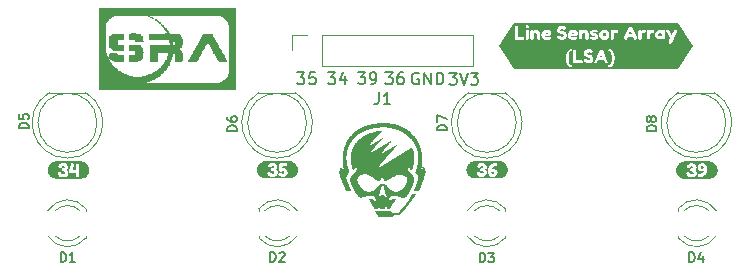
<source format=gbr>
%TF.GenerationSoftware,KiCad,Pcbnew,6.0.1-79c1e3a40b~116~ubuntu20.04.1*%
%TF.CreationDate,2022-02-01T23:37:05+05:30*%
%TF.ProjectId,lsa,6c73612e-6b69-4636-9164-5f7063625858,rev?*%
%TF.SameCoordinates,Original*%
%TF.FileFunction,Legend,Top*%
%TF.FilePolarity,Positive*%
%FSLAX46Y46*%
G04 Gerber Fmt 4.6, Leading zero omitted, Abs format (unit mm)*
G04 Created by KiCad (PCBNEW 6.0.1-79c1e3a40b~116~ubuntu20.04.1) date 2022-02-01 23:37:05*
%MOMM*%
%LPD*%
G01*
G04 APERTURE LIST*
%ADD10C,0.200000*%
%ADD11C,0.150000*%
%ADD12C,0.120000*%
G04 APERTURE END LIST*
D10*
X108990476Y-75452380D02*
X109609523Y-75452380D01*
X109276190Y-75833333D01*
X109419047Y-75833333D01*
X109514285Y-75880952D01*
X109561904Y-75928571D01*
X109609523Y-76023809D01*
X109609523Y-76261904D01*
X109561904Y-76357142D01*
X109514285Y-76404761D01*
X109419047Y-76452380D01*
X109133333Y-76452380D01*
X109038095Y-76404761D01*
X108990476Y-76357142D01*
X110514285Y-75452380D02*
X110038095Y-75452380D01*
X109990476Y-75928571D01*
X110038095Y-75880952D01*
X110133333Y-75833333D01*
X110371428Y-75833333D01*
X110466666Y-75880952D01*
X110514285Y-75928571D01*
X110561904Y-76023809D01*
X110561904Y-76261904D01*
X110514285Y-76357142D01*
X110466666Y-76404761D01*
X110371428Y-76452380D01*
X110133333Y-76452380D01*
X110038095Y-76404761D01*
X109990476Y-76357142D01*
X121861904Y-75482380D02*
X122480952Y-75482380D01*
X122147619Y-75863333D01*
X122290476Y-75863333D01*
X122385714Y-75910952D01*
X122433333Y-75958571D01*
X122480952Y-76053809D01*
X122480952Y-76291904D01*
X122433333Y-76387142D01*
X122385714Y-76434761D01*
X122290476Y-76482380D01*
X122004761Y-76482380D01*
X121909523Y-76434761D01*
X121861904Y-76387142D01*
X122766666Y-75482380D02*
X123100000Y-76482380D01*
X123433333Y-75482380D01*
X123671428Y-75482380D02*
X124290476Y-75482380D01*
X123957142Y-75863333D01*
X124100000Y-75863333D01*
X124195238Y-75910952D01*
X124242857Y-75958571D01*
X124290476Y-76053809D01*
X124290476Y-76291904D01*
X124242857Y-76387142D01*
X124195238Y-76434761D01*
X124100000Y-76482380D01*
X123814285Y-76482380D01*
X123719047Y-76434761D01*
X123671428Y-76387142D01*
X116460476Y-75452380D02*
X117079523Y-75452380D01*
X116746190Y-75833333D01*
X116889047Y-75833333D01*
X116984285Y-75880952D01*
X117031904Y-75928571D01*
X117079523Y-76023809D01*
X117079523Y-76261904D01*
X117031904Y-76357142D01*
X116984285Y-76404761D01*
X116889047Y-76452380D01*
X116603333Y-76452380D01*
X116508095Y-76404761D01*
X116460476Y-76357142D01*
X117936666Y-75452380D02*
X117746190Y-75452380D01*
X117650952Y-75500000D01*
X117603333Y-75547619D01*
X117508095Y-75690476D01*
X117460476Y-75880952D01*
X117460476Y-76261904D01*
X117508095Y-76357142D01*
X117555714Y-76404761D01*
X117650952Y-76452380D01*
X117841428Y-76452380D01*
X117936666Y-76404761D01*
X117984285Y-76357142D01*
X118031904Y-76261904D01*
X118031904Y-76023809D01*
X117984285Y-75928571D01*
X117936666Y-75880952D01*
X117841428Y-75833333D01*
X117650952Y-75833333D01*
X117555714Y-75880952D01*
X117508095Y-75928571D01*
X117460476Y-76023809D01*
X119268095Y-75510000D02*
X119172857Y-75462380D01*
X119030000Y-75462380D01*
X118887142Y-75510000D01*
X118791904Y-75605238D01*
X118744285Y-75700476D01*
X118696666Y-75890952D01*
X118696666Y-76033809D01*
X118744285Y-76224285D01*
X118791904Y-76319523D01*
X118887142Y-76414761D01*
X119030000Y-76462380D01*
X119125238Y-76462380D01*
X119268095Y-76414761D01*
X119315714Y-76367142D01*
X119315714Y-76033809D01*
X119125238Y-76033809D01*
X119744285Y-76462380D02*
X119744285Y-75462380D01*
X120315714Y-76462380D01*
X120315714Y-75462380D01*
X120791904Y-76462380D02*
X120791904Y-75462380D01*
X121030000Y-75462380D01*
X121172857Y-75510000D01*
X121268095Y-75605238D01*
X121315714Y-75700476D01*
X121363333Y-75890952D01*
X121363333Y-76033809D01*
X121315714Y-76224285D01*
X121268095Y-76319523D01*
X121172857Y-76414761D01*
X121030000Y-76462380D01*
X120791904Y-76462380D01*
X111600476Y-75452380D02*
X112219523Y-75452380D01*
X111886190Y-75833333D01*
X112029047Y-75833333D01*
X112124285Y-75880952D01*
X112171904Y-75928571D01*
X112219523Y-76023809D01*
X112219523Y-76261904D01*
X112171904Y-76357142D01*
X112124285Y-76404761D01*
X112029047Y-76452380D01*
X111743333Y-76452380D01*
X111648095Y-76404761D01*
X111600476Y-76357142D01*
X113076666Y-75785714D02*
X113076666Y-76452380D01*
X112838571Y-75404761D02*
X112600476Y-76119047D01*
X113219523Y-76119047D01*
X114130476Y-75432380D02*
X114749523Y-75432380D01*
X114416190Y-75813333D01*
X114559047Y-75813333D01*
X114654285Y-75860952D01*
X114701904Y-75908571D01*
X114749523Y-76003809D01*
X114749523Y-76241904D01*
X114701904Y-76337142D01*
X114654285Y-76384761D01*
X114559047Y-76432380D01*
X114273333Y-76432380D01*
X114178095Y-76384761D01*
X114130476Y-76337142D01*
X115225714Y-76432380D02*
X115416190Y-76432380D01*
X115511428Y-76384761D01*
X115559047Y-76337142D01*
X115654285Y-76194285D01*
X115701904Y-76003809D01*
X115701904Y-75622857D01*
X115654285Y-75527619D01*
X115606666Y-75480000D01*
X115511428Y-75432380D01*
X115320952Y-75432380D01*
X115225714Y-75480000D01*
X115178095Y-75527619D01*
X115130476Y-75622857D01*
X115130476Y-75860952D01*
X115178095Y-75956190D01*
X115225714Y-76003809D01*
X115320952Y-76051428D01*
X115511428Y-76051428D01*
X115606666Y-76003809D01*
X115654285Y-75956190D01*
X115701904Y-75860952D01*
D11*
%TO.C,J1*%
X115876666Y-77142380D02*
X115876666Y-77856666D01*
X115829047Y-77999523D01*
X115733809Y-78094761D01*
X115590952Y-78142380D01*
X115495714Y-78142380D01*
X116876666Y-78142380D02*
X116305238Y-78142380D01*
X116590952Y-78142380D02*
X116590952Y-77142380D01*
X116495714Y-77285238D01*
X116400476Y-77380476D01*
X116305238Y-77428095D01*
D10*
%TO.C,D3*%
X124459523Y-91531904D02*
X124459523Y-90731904D01*
X124650000Y-90731904D01*
X124764285Y-90770000D01*
X124840476Y-90846190D01*
X124878571Y-90922380D01*
X124916666Y-91074761D01*
X124916666Y-91189047D01*
X124878571Y-91341428D01*
X124840476Y-91417619D01*
X124764285Y-91493809D01*
X124650000Y-91531904D01*
X124459523Y-91531904D01*
X125183333Y-90731904D02*
X125678571Y-90731904D01*
X125411904Y-91036666D01*
X125526190Y-91036666D01*
X125602380Y-91074761D01*
X125640476Y-91112857D01*
X125678571Y-91189047D01*
X125678571Y-91379523D01*
X125640476Y-91455714D01*
X125602380Y-91493809D01*
X125526190Y-91531904D01*
X125297619Y-91531904D01*
X125221428Y-91493809D01*
X125183333Y-91455714D01*
%TO.C,D1*%
X88959523Y-91491904D02*
X88959523Y-90691904D01*
X89150000Y-90691904D01*
X89264285Y-90730000D01*
X89340476Y-90806190D01*
X89378571Y-90882380D01*
X89416666Y-91034761D01*
X89416666Y-91149047D01*
X89378571Y-91301428D01*
X89340476Y-91377619D01*
X89264285Y-91453809D01*
X89150000Y-91491904D01*
X88959523Y-91491904D01*
X90178571Y-91491904D02*
X89721428Y-91491904D01*
X89950000Y-91491904D02*
X89950000Y-90691904D01*
X89873809Y-90806190D01*
X89797619Y-90882380D01*
X89721428Y-90920476D01*
%TO.C,D5*%
X86241904Y-80170476D02*
X85441904Y-80170476D01*
X85441904Y-79980000D01*
X85480000Y-79865714D01*
X85556190Y-79789523D01*
X85632380Y-79751428D01*
X85784761Y-79713333D01*
X85899047Y-79713333D01*
X86051428Y-79751428D01*
X86127619Y-79789523D01*
X86203809Y-79865714D01*
X86241904Y-79980000D01*
X86241904Y-80170476D01*
X85441904Y-78989523D02*
X85441904Y-79370476D01*
X85822857Y-79408571D01*
X85784761Y-79370476D01*
X85746666Y-79294285D01*
X85746666Y-79103809D01*
X85784761Y-79027619D01*
X85822857Y-78989523D01*
X85899047Y-78951428D01*
X86089523Y-78951428D01*
X86165714Y-78989523D01*
X86203809Y-79027619D01*
X86241904Y-79103809D01*
X86241904Y-79294285D01*
X86203809Y-79370476D01*
X86165714Y-79408571D01*
%TO.C,D7*%
X121651904Y-80340476D02*
X120851904Y-80340476D01*
X120851904Y-80150000D01*
X120890000Y-80035714D01*
X120966190Y-79959523D01*
X121042380Y-79921428D01*
X121194761Y-79883333D01*
X121309047Y-79883333D01*
X121461428Y-79921428D01*
X121537619Y-79959523D01*
X121613809Y-80035714D01*
X121651904Y-80150000D01*
X121651904Y-80340476D01*
X120851904Y-79616666D02*
X120851904Y-79083333D01*
X121651904Y-79426190D01*
%TO.C,D2*%
X106719523Y-91461904D02*
X106719523Y-90661904D01*
X106910000Y-90661904D01*
X107024285Y-90700000D01*
X107100476Y-90776190D01*
X107138571Y-90852380D01*
X107176666Y-91004761D01*
X107176666Y-91119047D01*
X107138571Y-91271428D01*
X107100476Y-91347619D01*
X107024285Y-91423809D01*
X106910000Y-91461904D01*
X106719523Y-91461904D01*
X107481428Y-90738095D02*
X107519523Y-90700000D01*
X107595714Y-90661904D01*
X107786190Y-90661904D01*
X107862380Y-90700000D01*
X107900476Y-90738095D01*
X107938571Y-90814285D01*
X107938571Y-90890476D01*
X107900476Y-91004761D01*
X107443333Y-91461904D01*
X107938571Y-91461904D01*
%TO.C,D4*%
X142204523Y-91491904D02*
X142204523Y-90691904D01*
X142395000Y-90691904D01*
X142509285Y-90730000D01*
X142585476Y-90806190D01*
X142623571Y-90882380D01*
X142661666Y-91034761D01*
X142661666Y-91149047D01*
X142623571Y-91301428D01*
X142585476Y-91377619D01*
X142509285Y-91453809D01*
X142395000Y-91491904D01*
X142204523Y-91491904D01*
X143347380Y-90958571D02*
X143347380Y-91491904D01*
X143156904Y-90653809D02*
X142966428Y-91225238D01*
X143461666Y-91225238D01*
%TO.C,D6*%
X103871904Y-80390476D02*
X103071904Y-80390476D01*
X103071904Y-80200000D01*
X103110000Y-80085714D01*
X103186190Y-80009523D01*
X103262380Y-79971428D01*
X103414761Y-79933333D01*
X103529047Y-79933333D01*
X103681428Y-79971428D01*
X103757619Y-80009523D01*
X103833809Y-80085714D01*
X103871904Y-80200000D01*
X103871904Y-80390476D01*
X103071904Y-79247619D02*
X103071904Y-79400000D01*
X103110000Y-79476190D01*
X103148095Y-79514285D01*
X103262380Y-79590476D01*
X103414761Y-79628571D01*
X103719523Y-79628571D01*
X103795714Y-79590476D01*
X103833809Y-79552380D01*
X103871904Y-79476190D01*
X103871904Y-79323809D01*
X103833809Y-79247619D01*
X103795714Y-79209523D01*
X103719523Y-79171428D01*
X103529047Y-79171428D01*
X103452857Y-79209523D01*
X103414761Y-79247619D01*
X103376666Y-79323809D01*
X103376666Y-79476190D01*
X103414761Y-79552380D01*
X103452857Y-79590476D01*
X103529047Y-79628571D01*
%TO.C,D8*%
X139371904Y-80390476D02*
X138571904Y-80390476D01*
X138571904Y-80200000D01*
X138610000Y-80085714D01*
X138686190Y-80009523D01*
X138762380Y-79971428D01*
X138914761Y-79933333D01*
X139029047Y-79933333D01*
X139181428Y-79971428D01*
X139257619Y-80009523D01*
X139333809Y-80085714D01*
X139371904Y-80200000D01*
X139371904Y-80390476D01*
X138914761Y-79476190D02*
X138876666Y-79552380D01*
X138838571Y-79590476D01*
X138762380Y-79628571D01*
X138724285Y-79628571D01*
X138648095Y-79590476D01*
X138610000Y-79552380D01*
X138571904Y-79476190D01*
X138571904Y-79323809D01*
X138610000Y-79247619D01*
X138648095Y-79209523D01*
X138724285Y-79171428D01*
X138762380Y-79171428D01*
X138838571Y-79209523D01*
X138876666Y-79247619D01*
X138914761Y-79323809D01*
X138914761Y-79476190D01*
X138952857Y-79552380D01*
X138990952Y-79590476D01*
X139067142Y-79628571D01*
X139219523Y-79628571D01*
X139295714Y-79590476D01*
X139333809Y-79552380D01*
X139371904Y-79476190D01*
X139371904Y-79323809D01*
X139333809Y-79247619D01*
X139295714Y-79209523D01*
X139219523Y-79171428D01*
X139067142Y-79171428D01*
X138990952Y-79209523D01*
X138952857Y-79247619D01*
X138914761Y-79323809D01*
%TO.C,kibuzzard-61F9742D*%
G36*
X127330773Y-75136348D02*
G01*
X126721232Y-74222037D01*
X131733062Y-74222037D01*
X131737128Y-74330769D01*
X131749328Y-74436748D01*
X131769660Y-74539975D01*
X131798126Y-74640449D01*
X131834724Y-74738170D01*
X131893571Y-74844720D01*
X131970014Y-74929765D01*
X132060532Y-74985484D01*
X132161608Y-75004057D01*
X132231990Y-74991544D01*
X132256233Y-74961046D01*
X132263271Y-74903958D01*
X132256233Y-74846089D01*
X132232772Y-74814808D01*
X132203055Y-74803860D01*
X132160044Y-74802296D01*
X132096701Y-74767105D01*
X132034139Y-74663878D01*
X132007746Y-74583917D01*
X131992215Y-74508256D01*
X132349293Y-74508256D01*
X132358677Y-74588022D01*
X132400124Y-74632597D01*
X132486929Y-74647456D01*
X133049983Y-74647456D01*
X133131313Y-74631815D01*
X133157902Y-74597406D01*
X133165722Y-74530935D01*
X133157902Y-74464463D01*
X133126621Y-74427708D01*
X133051547Y-74415978D01*
X132626128Y-74415978D01*
X132626128Y-74396427D01*
X133243924Y-74396427D01*
X133284589Y-74486360D01*
X133298665Y-74503564D01*
X133344022Y-74551267D01*
X133414404Y-74600535D01*
X133520759Y-74645110D01*
X133588403Y-74658600D01*
X133659958Y-74663096D01*
X133753974Y-74653886D01*
X133844167Y-74626254D01*
X133930537Y-74580202D01*
X133983366Y-74534845D01*
X134140118Y-74534845D01*
X134162797Y-74588022D01*
X134230833Y-74634943D01*
X134314509Y-74661532D01*
X134364558Y-74646674D01*
X134392711Y-74617739D01*
X134416953Y-74572382D01*
X134498283Y-74403466D01*
X134931522Y-74403466D01*
X135012852Y-74572382D01*
X135037095Y-74619303D01*
X135065248Y-74649020D01*
X135115297Y-74663096D01*
X135198973Y-74636507D01*
X135267009Y-74588413D01*
X135289687Y-74534845D01*
X135263099Y-74455079D01*
X134840808Y-73582345D01*
X134805738Y-73540898D01*
X135336608Y-73540898D01*
X135367889Y-73627702D01*
X135428887Y-73637086D01*
X135438271Y-73637086D01*
X135500051Y-73671886D01*
X135563394Y-73776286D01*
X135590569Y-73855856D01*
X135612661Y-73960060D01*
X135627324Y-74083033D01*
X135632212Y-74218909D01*
X135628106Y-74355176D01*
X135615789Y-74474629D01*
X135595261Y-74577269D01*
X135566522Y-74663096D01*
X135503179Y-74767105D01*
X135439835Y-74802296D01*
X135396824Y-74803860D01*
X135367107Y-74814808D01*
X135343647Y-74846089D01*
X135336608Y-74903958D01*
X135344429Y-74960264D01*
X135438271Y-75004057D01*
X135539347Y-74985484D01*
X135629866Y-74929765D01*
X135706308Y-74844720D01*
X135765155Y-74738170D01*
X135801754Y-74640449D01*
X135830219Y-74539975D01*
X135850552Y-74436748D01*
X135862751Y-74330769D01*
X135866818Y-74222037D01*
X135862939Y-74113931D01*
X135851302Y-74008577D01*
X135831908Y-73905976D01*
X135804757Y-73806128D01*
X135769847Y-73709032D01*
X135710805Y-73598572D01*
X135633776Y-73511181D01*
X135541498Y-73454289D01*
X135436707Y-73435325D01*
X135361633Y-73453312D01*
X135336608Y-73540898D01*
X134805738Y-73540898D01*
X134789195Y-73521347D01*
X134715685Y-73501015D01*
X134641393Y-73522911D01*
X134588998Y-73580781D01*
X134166707Y-74455079D01*
X134140118Y-74534845D01*
X133983366Y-74534845D01*
X133989970Y-74529175D01*
X134036892Y-74460553D01*
X134067390Y-74377072D01*
X134077557Y-74281471D01*
X134067586Y-74187824D01*
X134037674Y-74110208D01*
X133992903Y-74050970D01*
X133938357Y-74012456D01*
X133876187Y-73986454D01*
X133808542Y-73964753D01*
X133740897Y-73947744D01*
X133678727Y-73935818D01*
X133579410Y-73899845D01*
X133539527Y-73830245D01*
X133573154Y-73762991D01*
X133657612Y-73738749D01*
X133741288Y-73759081D01*
X133765531Y-73779414D01*
X133783517Y-73795054D01*
X133864847Y-73826335D01*
X133920371Y-73806785D01*
X133974330Y-73748133D01*
X134011867Y-73662111D01*
X133963382Y-73585473D01*
X133924281Y-73555756D01*
X133817144Y-73506489D01*
X133735619Y-73488307D01*
X133645882Y-73482246D01*
X133536312Y-73493629D01*
X133443252Y-73527777D01*
X133366701Y-73584691D01*
X133309787Y-73656897D01*
X133275639Y-73736924D01*
X133264256Y-73824771D01*
X133274227Y-73917636D01*
X133304139Y-73996033D01*
X133348910Y-74057617D01*
X133403456Y-74100042D01*
X133465235Y-74130736D01*
X133531707Y-74157129D01*
X133598179Y-74178048D01*
X133659958Y-74192320D01*
X133759275Y-74227511D01*
X133799158Y-74287727D01*
X133762794Y-74376877D01*
X133653702Y-74406594D01*
X133578628Y-74382351D01*
X133516067Y-74331520D01*
X133446467Y-74272868D01*
X133394071Y-74253318D01*
X133311177Y-74290855D01*
X133260737Y-74350093D01*
X133243924Y-74396427D01*
X132626128Y-74396427D01*
X132626128Y-73640214D01*
X132618308Y-73558884D01*
X132575688Y-73515482D01*
X132488493Y-73501015D01*
X132407945Y-73511572D01*
X132366498Y-73543244D01*
X132351639Y-73584691D01*
X132349293Y-73638650D01*
X132349293Y-74508256D01*
X131992215Y-74508256D01*
X131986436Y-74480104D01*
X131972360Y-74357326D01*
X131967668Y-74220473D01*
X131972555Y-74083424D01*
X131987218Y-73960060D01*
X132009310Y-73855856D01*
X132036485Y-73776286D01*
X132099829Y-73671886D01*
X132161608Y-73637086D01*
X132170993Y-73637086D01*
X132235118Y-73624574D01*
X132263271Y-73536988D01*
X132230426Y-73446273D01*
X132163172Y-73435325D01*
X132058382Y-73454289D01*
X131966103Y-73511181D01*
X131889075Y-73598572D01*
X131830032Y-73709032D01*
X131795123Y-73806128D01*
X131767971Y-73905976D01*
X131748577Y-74008577D01*
X131736940Y-74113931D01*
X131733062Y-74222037D01*
X126721232Y-74222037D01*
X126053207Y-73220000D01*
X126518679Y-72521793D01*
X127396919Y-72521793D01*
X127406444Y-72602756D01*
X127448512Y-72648000D01*
X127536619Y-72663081D01*
X128108119Y-72663081D01*
X128190669Y-72647206D01*
X128217656Y-72612281D01*
X128225594Y-72544812D01*
X128223073Y-72523381D01*
X128328781Y-72523381D01*
X128331162Y-72578943D01*
X128344656Y-72620218D01*
X128386328Y-72652365D01*
X128466894Y-72663081D01*
X128548253Y-72652762D01*
X128589131Y-72621806D01*
X128604212Y-72579737D01*
X128606594Y-72524968D01*
X128606594Y-72521793D01*
X128733594Y-72521793D01*
X128735975Y-72576562D01*
X128749469Y-72618631D01*
X128791141Y-72650778D01*
X128871706Y-72661493D01*
X128953066Y-72650778D01*
X128993944Y-72618631D01*
X129009025Y-72578150D01*
X129011406Y-72523381D01*
X129011406Y-72242393D01*
X129050300Y-72142381D01*
X129151900Y-72104281D01*
X129251912Y-72140793D01*
X129289219Y-72242393D01*
X129289219Y-72521793D01*
X129298744Y-72602756D01*
X129340019Y-72646809D01*
X129428919Y-72661493D01*
X129510675Y-72650778D01*
X129552744Y-72618631D01*
X129566237Y-72578150D01*
X129568619Y-72523381D01*
X129568619Y-72248743D01*
X129671806Y-72248743D01*
X129682919Y-72351225D01*
X129716256Y-72447004D01*
X129771819Y-72536081D01*
X129832739Y-72596207D01*
X129913900Y-72643237D01*
X130011730Y-72673598D01*
X130122656Y-72683718D01*
X130270591Y-72674888D01*
X130376259Y-72648396D01*
X130439660Y-72604244D01*
X130460794Y-72542431D01*
X130440156Y-72469406D01*
X130365456Y-72408287D01*
X130983081Y-72408287D01*
X131024356Y-72499568D01*
X131038644Y-72517031D01*
X131084681Y-72565450D01*
X131156119Y-72615456D01*
X131264069Y-72660700D01*
X131332728Y-72674392D01*
X131405356Y-72678956D01*
X131500783Y-72669607D01*
X131592328Y-72641561D01*
X131679994Y-72594818D01*
X131740319Y-72543026D01*
X131787944Y-72473375D01*
X131818900Y-72388642D01*
X131829219Y-72291606D01*
X131824655Y-72248743D01*
X131908594Y-72248743D01*
X131919706Y-72351225D01*
X131953044Y-72447004D01*
X132008606Y-72536081D01*
X132069527Y-72596207D01*
X132150687Y-72643237D01*
X132248517Y-72673598D01*
X132359444Y-72683718D01*
X132507379Y-72674888D01*
X132613047Y-72648396D01*
X132676448Y-72604244D01*
X132697581Y-72542431D01*
X132691749Y-72521793D01*
X132842044Y-72521793D01*
X132844425Y-72576562D01*
X132857919Y-72618631D01*
X132899591Y-72650778D01*
X132980156Y-72661493D01*
X133061516Y-72650778D01*
X133102394Y-72618631D01*
X133117475Y-72578150D01*
X133119856Y-72523381D01*
X133119856Y-72242393D01*
X133158750Y-72142381D01*
X133260350Y-72104281D01*
X133360362Y-72140793D01*
X133397669Y-72242393D01*
X133397669Y-72521793D01*
X133407194Y-72602756D01*
X133448469Y-72646809D01*
X133537369Y-72661493D01*
X133619125Y-72650778D01*
X133661194Y-72618631D01*
X133674687Y-72578150D01*
X133676862Y-72528143D01*
X133780256Y-72528143D01*
X133810419Y-72588468D01*
X133905933Y-72637857D01*
X134004094Y-72667490D01*
X134104900Y-72677368D01*
X134201297Y-72671900D01*
X134286228Y-72655496D01*
X134359694Y-72628156D01*
X134446213Y-72541637D01*
X134469430Y-72477542D01*
X134477169Y-72401143D01*
X134469430Y-72325539D01*
X134446213Y-72263825D01*
X134427956Y-72245568D01*
X134556544Y-72245568D01*
X134573411Y-72366020D01*
X134624013Y-72473375D01*
X134699220Y-72561878D01*
X134789906Y-72625775D01*
X134889919Y-72664470D01*
X134993106Y-72677368D01*
X135096095Y-72665264D01*
X135195513Y-72628950D01*
X135284644Y-72567831D01*
X135532856Y-72567831D01*
X135561431Y-72636093D01*
X135670969Y-72663081D01*
X135751931Y-72652762D01*
X135794794Y-72621806D01*
X135809875Y-72579737D01*
X135811221Y-72548781D01*
X136620294Y-72548781D01*
X136643313Y-72602756D01*
X136712369Y-72650381D01*
X136797300Y-72677368D01*
X136848100Y-72662287D01*
X136876675Y-72632918D01*
X136901281Y-72586881D01*
X136983831Y-72415431D01*
X137423569Y-72415431D01*
X137506119Y-72586881D01*
X137530725Y-72634506D01*
X137559300Y-72664668D01*
X137610100Y-72678956D01*
X137695031Y-72651968D01*
X137764088Y-72603153D01*
X137779041Y-72567831D01*
X137874419Y-72567831D01*
X137902994Y-72636093D01*
X138012531Y-72663081D01*
X138093494Y-72652762D01*
X138136356Y-72621806D01*
X138151438Y-72579737D01*
X138151956Y-72567831D01*
X138599906Y-72567831D01*
X138628481Y-72636093D01*
X138738019Y-72663081D01*
X138818981Y-72652762D01*
X138861844Y-72621806D01*
X138876925Y-72579737D01*
X138879306Y-72524968D01*
X138879306Y-72243187D01*
X139301581Y-72243187D01*
X139314634Y-72349285D01*
X139353792Y-72446387D01*
X139419056Y-72534493D01*
X139499578Y-72604167D01*
X139584509Y-72645971D01*
X139673850Y-72659906D01*
X139791523Y-72638871D01*
X139869906Y-72575768D01*
X139904038Y-72638475D01*
X140019925Y-72659906D01*
X140090370Y-72649587D01*
X140128669Y-72618631D01*
X140142163Y-72576562D01*
X140144544Y-72521793D01*
X140144544Y-71966168D01*
X140143509Y-71942356D01*
X140231856Y-71942356D01*
X140263606Y-72020143D01*
X140579519Y-72551956D01*
X140512844Y-72696716D01*
X140465219Y-72805559D01*
X140436644Y-72878485D01*
X140427119Y-72915493D01*
X140450534Y-72968675D01*
X140520781Y-73013918D01*
X140604919Y-73037731D01*
X140652544Y-73023443D01*
X140680325Y-72993281D01*
X140701756Y-72947243D01*
X141117681Y-72016968D01*
X141130381Y-71989981D01*
X141143081Y-71936006D01*
X141119666Y-71881634D01*
X141049419Y-71835993D01*
X140961313Y-71813768D01*
X140903369Y-71840756D01*
X140885113Y-71867743D01*
X140861498Y-71918742D01*
X140801769Y-72049512D01*
X140741444Y-72183854D01*
X140716044Y-72245568D01*
X140667625Y-72166281D01*
X140617619Y-72082938D01*
X140566025Y-71995537D01*
X140504906Y-71891556D01*
X140478713Y-71847900D01*
X140450931Y-71821706D01*
X140401719Y-71809006D01*
X140317581Y-71840756D01*
X140253288Y-71891556D01*
X140231856Y-71942356D01*
X140143509Y-71942356D01*
X140142163Y-71911400D01*
X140127875Y-71869331D01*
X140085806Y-71835993D01*
X139993731Y-71826468D01*
X139904434Y-71848693D01*
X139868319Y-71915368D01*
X139839744Y-71882825D01*
X139777831Y-71847106D01*
X139679406Y-71828056D01*
X139587772Y-71841902D01*
X139501253Y-71883442D01*
X139419850Y-71952675D01*
X139354145Y-72040340D01*
X139314722Y-72137177D01*
X139301581Y-72243187D01*
X138879306Y-72243187D01*
X138879306Y-72191593D01*
X138916613Y-72118568D01*
X138996781Y-72088406D01*
X139065838Y-72101106D01*
X139120606Y-72113806D01*
X139207919Y-72053481D01*
X139238081Y-71942356D01*
X139218238Y-71868537D01*
X139168231Y-71835993D01*
X139112669Y-71822500D01*
X139049963Y-71818531D01*
X138963444Y-71845518D01*
X138899150Y-71888381D01*
X138876131Y-71915368D01*
X138858669Y-71862981D01*
X138816997Y-71835596D01*
X138739606Y-71826468D01*
X138657850Y-71837184D01*
X138615781Y-71869331D01*
X138602288Y-71909812D01*
X138599906Y-71964581D01*
X138599906Y-72567831D01*
X138151956Y-72567831D01*
X138153819Y-72524968D01*
X138153819Y-72191593D01*
X138191125Y-72118568D01*
X138271294Y-72088406D01*
X138340350Y-72101106D01*
X138395119Y-72113806D01*
X138482431Y-72053481D01*
X138512594Y-71942356D01*
X138492750Y-71868537D01*
X138442744Y-71835993D01*
X138387181Y-71822500D01*
X138324475Y-71818531D01*
X138237956Y-71845518D01*
X138173663Y-71888381D01*
X138150644Y-71915368D01*
X138133181Y-71862981D01*
X138091509Y-71835596D01*
X138014119Y-71826468D01*
X137932363Y-71837184D01*
X137890294Y-71869331D01*
X137876800Y-71909812D01*
X137874419Y-71964581D01*
X137874419Y-72567831D01*
X137779041Y-72567831D01*
X137787106Y-72548781D01*
X137760119Y-72467818D01*
X137331494Y-71581993D01*
X137279106Y-71520081D01*
X137204494Y-71499443D01*
X137129088Y-71521668D01*
X137075906Y-71580406D01*
X136647281Y-72467818D01*
X136620294Y-72548781D01*
X135811221Y-72548781D01*
X135812256Y-72524968D01*
X135812256Y-72191593D01*
X135849563Y-72118568D01*
X135929731Y-72088406D01*
X135998788Y-72101106D01*
X136053556Y-72113806D01*
X136140869Y-72053481D01*
X136171031Y-71942356D01*
X136151188Y-71868537D01*
X136101181Y-71835993D01*
X136045619Y-71822500D01*
X135982913Y-71818531D01*
X135896394Y-71845518D01*
X135832100Y-71888381D01*
X135809081Y-71915368D01*
X135791619Y-71862981D01*
X135749947Y-71835596D01*
X135672556Y-71826468D01*
X135590800Y-71837184D01*
X135548731Y-71869331D01*
X135535238Y-71909812D01*
X135532856Y-71964581D01*
X135532856Y-72567831D01*
X135284644Y-72567831D01*
X135285802Y-72567037D01*
X135361406Y-72478137D01*
X135412603Y-72368401D01*
X135429669Y-72243981D01*
X135415028Y-72124477D01*
X135371108Y-72019967D01*
X135297906Y-71930450D01*
X135205655Y-71862099D01*
X135104584Y-71821088D01*
X134994694Y-71807418D01*
X134884627Y-71821177D01*
X134783027Y-71862452D01*
X134689894Y-71931243D01*
X134615810Y-72021202D01*
X134571360Y-72125977D01*
X134556544Y-72245568D01*
X134427956Y-72245568D01*
X134369219Y-72186831D01*
X134269206Y-72147143D01*
X134166019Y-72126506D01*
X134085056Y-72103884D01*
X134058069Y-72064593D01*
X134151731Y-72029668D01*
X134263650Y-72053481D01*
X134334294Y-72077293D01*
X134405731Y-72021731D01*
X134440656Y-71928068D01*
X134385094Y-71864568D01*
X134267619Y-71824087D01*
X134153319Y-71810593D01*
X134029303Y-71820626D01*
X133932847Y-71850725D01*
X133863949Y-71900890D01*
X133822611Y-71971121D01*
X133808831Y-72061418D01*
X133816372Y-72139801D01*
X133838994Y-72206675D01*
X133915194Y-72296368D01*
X134014016Y-72345184D01*
X134113631Y-72370981D01*
X134193403Y-72389237D01*
X134219994Y-72415431D01*
X134195784Y-72444006D01*
X134123156Y-72453531D01*
X134002506Y-72414637D01*
X133896937Y-72375743D01*
X133840581Y-72402731D01*
X133795337Y-72476153D01*
X133780256Y-72528143D01*
X133676862Y-72528143D01*
X133677069Y-72523381D01*
X133677069Y-72243981D01*
X133665339Y-72133473D01*
X133630149Y-72034784D01*
X133571500Y-71947912D01*
X133495212Y-71880443D01*
X133407106Y-71839962D01*
X133307181Y-71826468D01*
X133188119Y-71862981D01*
X133145256Y-71896318D01*
X133116681Y-71928068D01*
X133100806Y-71862981D01*
X133059928Y-71835596D01*
X132981744Y-71826468D01*
X132901178Y-71836390D01*
X132859506Y-71866156D01*
X132844425Y-71906637D01*
X132842044Y-71959818D01*
X132842044Y-72521793D01*
X132691749Y-72521793D01*
X132676944Y-72469406D01*
X132589631Y-72397968D01*
X132526131Y-72415431D01*
X132508669Y-72421781D01*
X132446359Y-72436068D01*
X132364206Y-72440831D01*
X132259431Y-72410668D01*
X132207044Y-72336056D01*
X132583281Y-72336056D01*
X132690437Y-72289225D01*
X132726752Y-72229693D01*
X132738856Y-72144762D01*
X132725362Y-72050901D01*
X132684881Y-71964581D01*
X132625945Y-71896517D01*
X132552325Y-71847900D01*
X132464020Y-71818729D01*
X132361031Y-71809006D01*
X132239058Y-71822323D01*
X132131373Y-71862275D01*
X132037975Y-71928862D01*
X131966097Y-72017674D01*
X131922969Y-72124301D01*
X131908594Y-72248743D01*
X131824655Y-72248743D01*
X131819098Y-72196554D01*
X131788737Y-72117775D01*
X131743295Y-72057648D01*
X131687931Y-72018556D01*
X131624828Y-71992164D01*
X131556169Y-71970137D01*
X131487509Y-71952873D01*
X131424406Y-71940768D01*
X131323600Y-71904256D01*
X131283119Y-71833612D01*
X131317250Y-71765350D01*
X131402975Y-71740743D01*
X131487906Y-71761381D01*
X131512512Y-71782018D01*
X131530769Y-71797893D01*
X131613319Y-71829643D01*
X131669675Y-71809800D01*
X131724444Y-71750268D01*
X131762544Y-71662956D01*
X131713331Y-71585168D01*
X131673644Y-71555006D01*
X131564900Y-71505000D01*
X131482152Y-71486545D01*
X131391069Y-71480393D01*
X131279856Y-71491947D01*
X131185399Y-71526607D01*
X131107700Y-71584375D01*
X131049933Y-71657664D01*
X131015272Y-71738891D01*
X131003719Y-71828056D01*
X131013839Y-71922314D01*
X131044200Y-72001887D01*
X131089642Y-72064395D01*
X131145006Y-72107456D01*
X131207712Y-72138610D01*
X131275181Y-72165400D01*
X131342650Y-72186632D01*
X131405356Y-72201118D01*
X131506162Y-72236837D01*
X131546644Y-72297956D01*
X131530240Y-72364984D01*
X131481027Y-72405200D01*
X131399006Y-72418606D01*
X131322806Y-72394000D01*
X131259306Y-72342406D01*
X131188662Y-72282875D01*
X131135481Y-72263031D01*
X131051344Y-72301131D01*
X131000147Y-72361257D01*
X130983081Y-72408287D01*
X130365456Y-72408287D01*
X130352844Y-72397968D01*
X130289344Y-72415431D01*
X130271881Y-72421781D01*
X130209572Y-72436068D01*
X130127419Y-72440831D01*
X130022644Y-72410668D01*
X129970256Y-72336056D01*
X130346494Y-72336056D01*
X130453650Y-72289225D01*
X130489964Y-72229693D01*
X130502069Y-72144762D01*
X130488575Y-72050901D01*
X130448094Y-71964581D01*
X130389158Y-71896517D01*
X130315537Y-71847900D01*
X130227233Y-71818729D01*
X130124244Y-71809006D01*
X130002271Y-71822323D01*
X129894585Y-71862275D01*
X129801187Y-71928862D01*
X129729309Y-72017674D01*
X129686182Y-72124301D01*
X129671806Y-72248743D01*
X129568619Y-72248743D01*
X129568619Y-72243981D01*
X129556889Y-72133473D01*
X129521699Y-72034784D01*
X129463050Y-71947912D01*
X129386762Y-71880443D01*
X129298656Y-71839962D01*
X129198731Y-71826468D01*
X129079669Y-71862981D01*
X129036806Y-71896318D01*
X129008231Y-71928068D01*
X128992356Y-71862981D01*
X128951478Y-71835596D01*
X128873294Y-71826468D01*
X128792728Y-71836390D01*
X128751056Y-71866156D01*
X128735975Y-71906637D01*
X128733594Y-71959818D01*
X128733594Y-72521793D01*
X128606594Y-72521793D01*
X128606594Y-71969343D01*
X128605006Y-71923306D01*
X128576431Y-71855043D01*
X128468481Y-71828056D01*
X128386725Y-71838375D01*
X128344656Y-71869331D01*
X128331162Y-71911400D01*
X128328781Y-71966168D01*
X128328781Y-72523381D01*
X128223073Y-72523381D01*
X128217656Y-72477343D01*
X128185906Y-72440037D01*
X128109706Y-72428131D01*
X127677906Y-72428131D01*
X127677906Y-71640731D01*
X127671495Y-71574056D01*
X128328781Y-71574056D01*
X128331162Y-71628825D01*
X128345450Y-71670893D01*
X128387519Y-71704231D01*
X128467687Y-71713756D01*
X128547856Y-71704231D01*
X128589925Y-71671687D01*
X128604212Y-71630412D01*
X128606594Y-71575643D01*
X128604212Y-71520875D01*
X128589131Y-71478806D01*
X128548650Y-71446659D01*
X128468481Y-71435943D01*
X128386725Y-71446659D01*
X128344656Y-71478806D01*
X128331162Y-71519287D01*
X128328781Y-71574056D01*
X127671495Y-71574056D01*
X127669969Y-71558181D01*
X127626709Y-71514128D01*
X127538206Y-71499443D01*
X127456450Y-71510159D01*
X127414381Y-71542306D01*
X127399300Y-71584375D01*
X127396919Y-71639143D01*
X127396919Y-72521793D01*
X126518679Y-72521793D01*
X127330773Y-71303652D01*
X141209227Y-71303652D01*
X142486793Y-73220000D01*
X141209227Y-75136348D01*
X127330773Y-75136348D01*
G37*
G36*
X135099469Y-72124918D02*
G01*
X135136378Y-72172940D01*
X135148681Y-72240806D01*
X135135584Y-72309068D01*
X135096294Y-72358281D01*
X134991519Y-72397968D01*
X134888331Y-72359075D01*
X134850231Y-72310656D01*
X134837531Y-72243187D01*
X134849834Y-72175520D01*
X134886744Y-72126506D01*
X134993106Y-72086818D01*
X135099469Y-72124918D01*
G37*
G36*
X139819900Y-72148731D02*
G01*
X139857206Y-72244775D01*
X139818313Y-72339231D01*
X139720681Y-72382093D01*
X139620669Y-72340025D01*
X139579394Y-72245568D01*
X139618288Y-72148731D01*
X139719888Y-72104281D01*
X139819900Y-72148731D01*
G37*
G36*
X137309269Y-72180481D02*
G01*
X137098131Y-72180481D01*
X137202906Y-71962993D01*
X137309269Y-72180481D01*
G37*
G36*
X134818911Y-74171988D02*
G01*
X134610894Y-74171988D01*
X134714121Y-73957714D01*
X134818911Y-74171988D01*
G37*
G36*
X132436437Y-72082056D02*
G01*
X132464219Y-72140793D01*
X132403894Y-72191593D01*
X132203869Y-72191593D01*
X132254669Y-72101900D01*
X132357062Y-72059831D01*
X132436437Y-72082056D01*
G37*
G36*
X130199650Y-72082056D02*
G01*
X130227431Y-72140793D01*
X130167106Y-72191593D01*
X129967081Y-72191593D01*
X130017881Y-72101900D01*
X130120275Y-72059831D01*
X130199650Y-72082056D01*
G37*
%TO.C,kibuzzard-61F951FA*%
G36*
X108387832Y-82959580D02*
G01*
X108459079Y-82970149D01*
X108528947Y-82987650D01*
X108596764Y-83011915D01*
X108661875Y-83042710D01*
X108723655Y-83079739D01*
X108781507Y-83122646D01*
X108834876Y-83171016D01*
X108883246Y-83224384D01*
X108926152Y-83282237D01*
X108963181Y-83344016D01*
X108993977Y-83409128D01*
X109018242Y-83476944D01*
X109035743Y-83546813D01*
X109046312Y-83618060D01*
X109049846Y-83690000D01*
X109046312Y-83761940D01*
X109035743Y-83833187D01*
X109018242Y-83903056D01*
X108993977Y-83970872D01*
X108963181Y-84035984D01*
X108926152Y-84097763D01*
X108883246Y-84155616D01*
X108834876Y-84208984D01*
X108781507Y-84257354D01*
X108723655Y-84300261D01*
X108661875Y-84337290D01*
X108596764Y-84368085D01*
X108528947Y-84392350D01*
X108459079Y-84409851D01*
X108387832Y-84420420D01*
X108315892Y-84423954D01*
X106324108Y-84423954D01*
X106252168Y-84420420D01*
X106180921Y-84409851D01*
X106111053Y-84392350D01*
X106043236Y-84368085D01*
X105978125Y-84337290D01*
X105916345Y-84300261D01*
X105858493Y-84257354D01*
X105805124Y-84208984D01*
X105756754Y-84155616D01*
X105713848Y-84097763D01*
X105676819Y-84035984D01*
X105646023Y-83970872D01*
X105629024Y-83923363D01*
X106456400Y-83923363D01*
X106473863Y-84009088D01*
X106477038Y-84024963D01*
X106494500Y-84066238D01*
X106533791Y-84129341D01*
X106578638Y-84178950D01*
X106670360Y-84240686D01*
X106776193Y-84277728D01*
X106896138Y-84290075D01*
X107016964Y-84277816D01*
X107123326Y-84241039D01*
X107215225Y-84179744D01*
X107285781Y-84099575D01*
X107294415Y-84080525D01*
X107405725Y-84080525D01*
X107466050Y-84175775D01*
X107478750Y-84186888D01*
X107518438Y-84217050D01*
X107600988Y-84258501D01*
X107689888Y-84283372D01*
X107785138Y-84291663D01*
X107892206Y-84278522D01*
X107986926Y-84239099D01*
X108069300Y-84173394D01*
X108132800Y-84089433D01*
X108170900Y-83995241D01*
X108183600Y-83890819D01*
X108170194Y-83786926D01*
X108129978Y-83694322D01*
X108062950Y-83613006D01*
X107979165Y-83549947D01*
X107888678Y-83512112D01*
X107791488Y-83499500D01*
X107735925Y-83502675D01*
X107751800Y-83382025D01*
X108029613Y-83382025D01*
X108081206Y-83379644D01*
X108120100Y-83364562D01*
X108149866Y-83325272D01*
X108159788Y-83248675D01*
X108149072Y-83164537D01*
X108116925Y-83121675D01*
X108075650Y-83106594D01*
X108020088Y-83104212D01*
X107870863Y-83104212D01*
X107629563Y-83102625D01*
X107565269Y-83117706D01*
X107523994Y-83151837D01*
X107500975Y-83194700D01*
X107489863Y-83228037D01*
X107480734Y-83293919D01*
X107456525Y-83472512D01*
X107432713Y-83653884D01*
X107424775Y-83728100D01*
X107442238Y-83766994D01*
X107516056Y-83815413D01*
X107616069Y-83845575D01*
X107702588Y-83809063D01*
X107778788Y-83780488D01*
X107863719Y-83811444D01*
X107901025Y-83895581D01*
X107866894Y-83978925D01*
X107762119Y-84009088D01*
X107662900Y-83975750D01*
X107556538Y-83924950D01*
X107464463Y-83977338D01*
X107405725Y-84080525D01*
X107294415Y-84080525D01*
X107328114Y-84006177D01*
X107342225Y-83899550D01*
X107329128Y-83818588D01*
X107289838Y-83747150D01*
X107239831Y-83695556D01*
X107193000Y-83661425D01*
X107193000Y-83650312D01*
X107261792Y-83600483D01*
X107303067Y-83533543D01*
X107316825Y-83449494D01*
X107304301Y-83359976D01*
X107266731Y-83276633D01*
X107204113Y-83199462D01*
X107119799Y-83137726D01*
X107017140Y-83100685D01*
X106896138Y-83088337D01*
X106817358Y-83093894D01*
X106746119Y-83110562D01*
X106641344Y-83159775D01*
X106575463Y-83222481D01*
X106540538Y-83272487D01*
X106504025Y-83380437D01*
X106523869Y-83437191D01*
X106583400Y-83486800D01*
X106670713Y-83515375D01*
X106731038Y-83495531D01*
X106775488Y-83436000D01*
X106785013Y-83416950D01*
X106826288Y-83378850D01*
X106915981Y-83359800D01*
X107004088Y-83389962D01*
X107035838Y-83453462D01*
X107005675Y-83499897D01*
X106915188Y-83515375D01*
X106832638Y-83523312D01*
X106788584Y-83566572D01*
X106773900Y-83655075D01*
X106784616Y-83736434D01*
X106816763Y-83777313D01*
X106858038Y-83793188D01*
X106930269Y-83796363D01*
X107022344Y-83828906D01*
X107061238Y-83904313D01*
X107021550Y-83981306D01*
X106970750Y-84006905D01*
X106897725Y-84015438D01*
X106831050Y-84005913D01*
X106743738Y-83929713D01*
X106696113Y-83847163D01*
X106611975Y-83831288D01*
X106495294Y-83854306D01*
X106456400Y-83923363D01*
X105629024Y-83923363D01*
X105621758Y-83903056D01*
X105604257Y-83833187D01*
X105593688Y-83761940D01*
X105590154Y-83690000D01*
X105593688Y-83618060D01*
X105604257Y-83546813D01*
X105621758Y-83476944D01*
X105646023Y-83409128D01*
X105676819Y-83344016D01*
X105713848Y-83282237D01*
X105756754Y-83224384D01*
X105805124Y-83171016D01*
X105858493Y-83122646D01*
X105916345Y-83079739D01*
X105978125Y-83042710D01*
X106043236Y-83011915D01*
X106111053Y-82987650D01*
X106180921Y-82970149D01*
X106252168Y-82959580D01*
X106324108Y-82956046D01*
X108315892Y-82956046D01*
X108387832Y-82959580D01*
G37*
%TO.C,kibuzzard-61F951E2*%
G36*
X90735060Y-82980370D02*
G01*
X90806230Y-82990927D01*
X90876023Y-83008409D01*
X90943766Y-83032648D01*
X91008807Y-83063410D01*
X91070520Y-83100399D01*
X91128310Y-83143259D01*
X91181621Y-83191577D01*
X91229939Y-83244888D01*
X91272799Y-83302678D01*
X91309788Y-83364391D01*
X91340550Y-83429432D01*
X91364789Y-83497175D01*
X91382271Y-83566967D01*
X91392828Y-83638138D01*
X91396358Y-83710000D01*
X91392828Y-83781862D01*
X91382271Y-83853033D01*
X91364789Y-83922825D01*
X91340550Y-83990568D01*
X91309788Y-84055609D01*
X91272799Y-84117322D01*
X91229939Y-84175112D01*
X91181621Y-84228423D01*
X91128310Y-84276741D01*
X91070520Y-84319601D01*
X91008807Y-84356590D01*
X90943766Y-84387352D01*
X90876023Y-84411591D01*
X90806230Y-84429073D01*
X90735060Y-84439630D01*
X90663198Y-84443160D01*
X88596802Y-84443160D01*
X88524940Y-84439630D01*
X88453770Y-84429073D01*
X88383977Y-84411591D01*
X88316234Y-84387352D01*
X88251193Y-84356590D01*
X88189480Y-84319601D01*
X88131690Y-84276741D01*
X88078379Y-84228423D01*
X88030061Y-84175112D01*
X87987201Y-84117322D01*
X87950212Y-84055609D01*
X87919450Y-83990568D01*
X87902843Y-83944156D01*
X88729094Y-83944156D01*
X88746556Y-84029881D01*
X88749731Y-84045756D01*
X88767194Y-84087031D01*
X88806484Y-84150134D01*
X88851331Y-84199744D01*
X88943053Y-84261480D01*
X89048887Y-84298522D01*
X89168831Y-84310869D01*
X89289658Y-84298610D01*
X89396020Y-84261833D01*
X89487919Y-84200538D01*
X89558474Y-84120369D01*
X89600808Y-84026971D01*
X89614919Y-83920344D01*
X89601822Y-83839381D01*
X89593964Y-83825094D01*
X89678419Y-83825094D01*
X89686356Y-83893356D01*
X89729616Y-83938600D01*
X89818119Y-83953681D01*
X90248331Y-83953681D01*
X90248331Y-84147356D01*
X90257856Y-84229906D01*
X90278494Y-84261656D01*
X90319769Y-84280706D01*
X90392794Y-84288644D01*
X90469788Y-84279119D01*
X90515825Y-84240225D01*
X90530906Y-84148944D01*
X90530906Y-83266294D01*
X90528525Y-83210731D01*
X90513444Y-83168662D01*
X90470581Y-83135325D01*
X90390413Y-83125006D01*
X90309450Y-83133737D01*
X90265794Y-83164694D01*
X90250713Y-83204381D01*
X90248331Y-83258356D01*
X90248331Y-83691744D01*
X89989569Y-83691744D01*
X90086406Y-83304394D01*
X90087994Y-83299631D01*
X90099106Y-83232956D01*
X90071325Y-83171837D01*
X89987981Y-83131356D01*
X89914956Y-83120244D01*
X89860188Y-83137706D01*
X89831613Y-83174219D01*
X89814944Y-83229781D01*
X89683181Y-83761594D01*
X89678419Y-83825094D01*
X89593964Y-83825094D01*
X89562531Y-83767944D01*
X89512525Y-83716350D01*
X89465694Y-83682219D01*
X89465694Y-83671106D01*
X89534485Y-83621276D01*
X89575760Y-83554337D01*
X89589519Y-83470287D01*
X89576995Y-83380770D01*
X89539424Y-83297426D01*
X89476806Y-83220256D01*
X89392492Y-83158520D01*
X89289834Y-83121478D01*
X89168831Y-83109131D01*
X89090052Y-83114687D01*
X89018812Y-83131356D01*
X88914037Y-83180569D01*
X88848156Y-83243275D01*
X88813231Y-83293281D01*
X88776719Y-83401231D01*
X88796562Y-83457984D01*
X88856094Y-83507594D01*
X88943406Y-83536169D01*
X89003731Y-83516325D01*
X89048181Y-83456794D01*
X89057706Y-83437744D01*
X89098981Y-83399644D01*
X89188675Y-83380594D01*
X89276781Y-83410756D01*
X89308531Y-83474256D01*
X89278369Y-83520691D01*
X89187881Y-83536169D01*
X89105331Y-83544106D01*
X89061278Y-83587366D01*
X89046594Y-83675869D01*
X89057309Y-83757228D01*
X89089456Y-83798106D01*
X89130731Y-83813981D01*
X89202962Y-83817156D01*
X89295037Y-83849700D01*
X89333931Y-83925106D01*
X89294244Y-84002100D01*
X89243444Y-84027698D01*
X89170419Y-84036231D01*
X89103744Y-84026706D01*
X89016431Y-83950506D01*
X88968806Y-83867956D01*
X88884669Y-83852081D01*
X88767987Y-83875100D01*
X88729094Y-83944156D01*
X87902843Y-83944156D01*
X87895211Y-83922825D01*
X87877729Y-83853033D01*
X87867172Y-83781862D01*
X87863642Y-83710000D01*
X87867172Y-83638138D01*
X87877729Y-83566967D01*
X87895211Y-83497175D01*
X87919450Y-83429432D01*
X87950212Y-83364391D01*
X87987201Y-83302678D01*
X88030061Y-83244888D01*
X88078379Y-83191577D01*
X88131690Y-83143259D01*
X88189480Y-83100399D01*
X88251193Y-83063410D01*
X88316234Y-83032648D01*
X88383977Y-83008409D01*
X88453770Y-82990927D01*
X88524940Y-82980370D01*
X88596802Y-82976840D01*
X90663198Y-82976840D01*
X90735060Y-82980370D01*
G37*
%TO.C,G\u002A\u002A\u002A*%
G36*
X101536849Y-72153194D02*
G01*
X101578182Y-72153262D01*
X101616084Y-72153367D01*
X101649679Y-72153510D01*
X101678088Y-72153693D01*
X101700436Y-72153915D01*
X101715844Y-72154180D01*
X101721265Y-72154353D01*
X101777496Y-72156864D01*
X101778792Y-72186176D01*
X101780087Y-72215488D01*
X101808850Y-72217701D01*
X101837614Y-72219913D01*
X101845352Y-72341603D01*
X101900710Y-72341603D01*
X101907088Y-72460681D01*
X101961516Y-72463293D01*
X101963728Y-72496481D01*
X101965941Y-72529669D01*
X101993015Y-72530972D01*
X102020089Y-72532274D01*
X102023990Y-72595135D01*
X102027892Y-72657997D01*
X102056655Y-72660209D01*
X102085418Y-72662422D01*
X102089373Y-72723267D01*
X102093327Y-72784112D01*
X102148515Y-72784112D01*
X102151704Y-72843666D01*
X102154894Y-72903219D01*
X102186533Y-72904511D01*
X102218171Y-72905802D01*
X102219318Y-72930140D01*
X102220450Y-72950213D01*
X102222331Y-72963058D01*
X102226115Y-72970289D01*
X102232954Y-72973519D01*
X102244001Y-72974361D01*
X102250944Y-72974391D01*
X102276912Y-72974391D01*
X102280729Y-73033023D01*
X102284547Y-73091655D01*
X102312426Y-73092979D01*
X102328688Y-73094555D01*
X102339114Y-73097254D01*
X102342002Y-73099616D01*
X102342828Y-73105794D01*
X102343912Y-73119027D01*
X102345126Y-73137528D01*
X102346346Y-73159512D01*
X102346658Y-73165776D01*
X102349618Y-73226621D01*
X102405170Y-73226621D01*
X102411548Y-73345699D01*
X102465976Y-73348311D01*
X102469845Y-73409155D01*
X102473715Y-73470000D01*
X102529767Y-73470000D01*
X102531060Y-73504295D01*
X102532352Y-73538589D01*
X102586928Y-73541205D01*
X102589578Y-73570873D01*
X102591485Y-73592526D01*
X102593549Y-73616426D01*
X102594735Y-73630410D01*
X102597242Y-73660279D01*
X102652909Y-73660279D01*
X102656110Y-73726655D01*
X102659310Y-73793032D01*
X102714926Y-73793032D01*
X102718116Y-73852586D01*
X102721305Y-73912139D01*
X102752944Y-73913430D01*
X102784582Y-73914722D01*
X102786795Y-73947910D01*
X102789007Y-73981098D01*
X102816295Y-73982406D01*
X102843584Y-73983714D01*
X102846233Y-74013381D01*
X102848140Y-74035035D01*
X102850204Y-74058935D01*
X102851390Y-74072919D01*
X102853897Y-74102788D01*
X102909702Y-74102788D01*
X102912910Y-74164739D01*
X102916117Y-74226690D01*
X102972648Y-74226690D01*
X102972671Y-74247709D01*
X102972985Y-74261699D01*
X102973802Y-74281161D01*
X102974974Y-74302745D01*
X102975538Y-74311679D01*
X102978383Y-74354630D01*
X103032387Y-74357230D01*
X103035617Y-74397056D01*
X103036739Y-74418884D01*
X103037152Y-74445515D01*
X103036831Y-74472931D01*
X103036234Y-74488877D01*
X103033622Y-74540871D01*
X102719929Y-74541839D01*
X102667158Y-74542003D01*
X102616332Y-74542162D01*
X102568244Y-74542313D01*
X102523693Y-74542455D01*
X102483473Y-74542584D01*
X102448380Y-74542697D01*
X102419209Y-74542794D01*
X102396758Y-74542870D01*
X102381820Y-74542924D01*
X102376368Y-74542946D01*
X102346499Y-74543084D01*
X102342073Y-74485558D01*
X102312728Y-74484261D01*
X102283382Y-74482965D01*
X102280192Y-74423416D01*
X102277003Y-74363868D01*
X102251167Y-74363868D01*
X102236933Y-74363328D01*
X102226690Y-74361929D01*
X102223220Y-74360452D01*
X102222249Y-74355018D01*
X102221025Y-74342427D01*
X102219683Y-74324361D01*
X102218357Y-74302505D01*
X102217912Y-74294075D01*
X102214716Y-74231115D01*
X102149970Y-74231115D01*
X102148670Y-74199034D01*
X102147370Y-74166952D01*
X102118607Y-74164739D01*
X102089843Y-74162527D01*
X102082105Y-74040837D01*
X102026747Y-74040837D01*
X102020369Y-73921759D01*
X101965941Y-73919147D01*
X101963728Y-73885959D01*
X101961516Y-73852770D01*
X101934346Y-73851466D01*
X101907176Y-73850161D01*
X101903371Y-73791727D01*
X101899565Y-73733293D01*
X101871686Y-73731970D01*
X101855424Y-73730394D01*
X101844998Y-73727695D01*
X101842110Y-73725332D01*
X101841284Y-73719155D01*
X101840200Y-73705922D01*
X101838986Y-73687420D01*
X101837766Y-73665436D01*
X101837454Y-73659173D01*
X101834494Y-73598328D01*
X101778942Y-73598328D01*
X101772564Y-73479250D01*
X101718136Y-73476638D01*
X101710398Y-73354948D01*
X101654360Y-73354948D01*
X101651760Y-73290784D01*
X101588308Y-73288198D01*
X101585696Y-73256303D01*
X101583889Y-73234403D01*
X101581903Y-73210581D01*
X101580552Y-73194539D01*
X101578020Y-73164669D01*
X101522353Y-73164669D01*
X101515951Y-73031917D01*
X101460336Y-73031917D01*
X101457136Y-72972178D01*
X101453937Y-72912439D01*
X101401742Y-72912439D01*
X101401742Y-72940941D01*
X101401103Y-72956047D01*
X101399435Y-72967371D01*
X101397317Y-72972178D01*
X101394941Y-72977753D01*
X101393335Y-72989381D01*
X101392892Y-73000991D01*
X101392892Y-73027069D01*
X101365235Y-73028387D01*
X101337579Y-73029704D01*
X101336286Y-73063999D01*
X101334994Y-73098293D01*
X101278910Y-73098293D01*
X101275702Y-73162457D01*
X101272495Y-73226621D01*
X101216884Y-73226621D01*
X101213676Y-73288572D01*
X101210469Y-73350523D01*
X101155039Y-73350523D01*
X101151169Y-73411368D01*
X101147300Y-73472213D01*
X101118537Y-73474425D01*
X101089774Y-73476638D01*
X101087174Y-73540802D01*
X101022286Y-73540802D01*
X101018417Y-73601647D01*
X101014547Y-73662492D01*
X100987416Y-73663795D01*
X100960284Y-73665099D01*
X100957086Y-73729066D01*
X100953889Y-73793032D01*
X100898554Y-73793032D01*
X100894599Y-73853877D01*
X100890645Y-73914722D01*
X100861882Y-73916934D01*
X100833119Y-73919147D01*
X100825507Y-74036015D01*
X100798337Y-74037319D01*
X100771168Y-74038624D01*
X100766742Y-74105000D01*
X100712314Y-74107612D01*
X100705936Y-74226690D01*
X100650739Y-74226690D01*
X100646790Y-74291960D01*
X100642840Y-74357230D01*
X100614077Y-74359443D01*
X100585314Y-74361655D01*
X100581496Y-74420288D01*
X100577678Y-74478920D01*
X100552512Y-74478920D01*
X100537761Y-74479805D01*
X100526341Y-74482084D01*
X100522035Y-74484230D01*
X100519135Y-74491324D01*
X100517206Y-74504077D01*
X100516725Y-74515206D01*
X100516725Y-74540871D01*
X100281089Y-74540894D01*
X100234667Y-74540927D01*
X100189666Y-74541011D01*
X100147101Y-74541141D01*
X100107990Y-74541312D01*
X100073349Y-74541518D01*
X100044194Y-74541754D01*
X100021543Y-74542015D01*
X100006411Y-74542295D01*
X100003415Y-74542384D01*
X99985989Y-74542755D01*
X99961809Y-74542938D01*
X99932969Y-74542934D01*
X99901563Y-74542745D01*
X99869684Y-74542373D01*
X99863575Y-74542278D01*
X99765774Y-74540706D01*
X99762904Y-74500283D01*
X99761586Y-74479547D01*
X99760587Y-74459714D01*
X99760071Y-74444188D01*
X99760035Y-74440627D01*
X99760035Y-74421394D01*
X99816566Y-74421394D01*
X99819774Y-74359443D01*
X99822981Y-74297492D01*
X99878839Y-74297492D01*
X99881285Y-74263197D01*
X99882940Y-74241145D01*
X99884841Y-74217510D01*
X99886416Y-74199220D01*
X99889101Y-74169537D01*
X99920814Y-74168244D01*
X99952526Y-74166952D01*
X99954739Y-74133763D01*
X99956951Y-74100575D01*
X99984166Y-74099269D01*
X100011380Y-74097963D01*
X100017758Y-73978885D01*
X100073221Y-73978885D01*
X100076429Y-73916934D01*
X100079636Y-73854983D01*
X100135441Y-73854983D01*
X100138060Y-73822901D01*
X100139861Y-73801041D01*
X100141838Y-73777331D01*
X100143204Y-73761152D01*
X100145728Y-73731484D01*
X100173030Y-73730176D01*
X100200331Y-73728868D01*
X100201617Y-73692361D01*
X100202902Y-73655854D01*
X100258969Y-73655854D01*
X100262838Y-73595009D01*
X100266708Y-73534164D01*
X100321136Y-73531552D01*
X100327514Y-73412474D01*
X100382871Y-73412474D01*
X100386741Y-73351629D01*
X100390610Y-73290784D01*
X100419373Y-73288572D01*
X100448136Y-73286359D01*
X100449436Y-73254277D01*
X100450736Y-73222196D01*
X100515818Y-73222196D01*
X100518778Y-73161351D01*
X100519984Y-73138712D01*
X100521229Y-73119053D01*
X100522384Y-73104169D01*
X100523321Y-73095853D01*
X100523517Y-73094974D01*
X100529199Y-73091404D01*
X100543036Y-73089628D01*
X100551533Y-73089443D01*
X100577770Y-73089443D01*
X100580969Y-73029704D01*
X100584169Y-72969966D01*
X100639526Y-72969966D01*
X100643396Y-72909121D01*
X100647265Y-72848276D01*
X100676028Y-72846063D01*
X100704791Y-72843851D01*
X100707391Y-72779687D01*
X100763429Y-72779687D01*
X100767298Y-72718842D01*
X100771168Y-72657997D01*
X100798170Y-72656696D01*
X100825172Y-72655396D01*
X100828016Y-72612446D01*
X100829292Y-72590972D01*
X100830278Y-72570205D01*
X100830822Y-72553497D01*
X100830883Y-72548476D01*
X100830906Y-72527457D01*
X100887437Y-72527457D01*
X100893833Y-72403937D01*
X100923214Y-72402639D01*
X100952596Y-72401342D01*
X100960208Y-72284474D01*
X100987378Y-72283169D01*
X101014547Y-72281865D01*
X101016760Y-72248676D01*
X101018972Y-72215488D01*
X101083136Y-72212888D01*
X101083136Y-72184319D01*
X101083607Y-72169614D01*
X101084838Y-72159096D01*
X101086455Y-72155165D01*
X101092561Y-72154854D01*
X101106641Y-72154566D01*
X101127816Y-72154301D01*
X101155209Y-72154061D01*
X101187944Y-72153846D01*
X101225143Y-72153659D01*
X101265929Y-72153499D01*
X101309425Y-72153369D01*
X101354754Y-72153269D01*
X101401037Y-72153200D01*
X101447399Y-72153164D01*
X101492962Y-72153161D01*
X101536849Y-72153194D01*
G37*
G36*
X103769164Y-69969757D02*
G01*
X103769164Y-76970244D01*
X92210837Y-76970244D01*
X92210837Y-76301668D01*
X96295192Y-76301668D01*
X96327274Y-76303196D01*
X96334556Y-76303332D01*
X96350409Y-76303464D01*
X96374549Y-76303593D01*
X96406698Y-76303718D01*
X96446574Y-76303838D01*
X96493897Y-76303955D01*
X96548386Y-76304068D01*
X96609759Y-76304177D01*
X96677737Y-76304282D01*
X96752039Y-76304383D01*
X96832383Y-76304479D01*
X96918490Y-76304572D01*
X97010078Y-76304661D01*
X97106867Y-76304746D01*
X97208576Y-76304826D01*
X97314924Y-76304903D01*
X97425631Y-76304975D01*
X97540416Y-76305043D01*
X97658998Y-76305107D01*
X97781096Y-76305167D01*
X97906430Y-76305223D01*
X98034719Y-76305274D01*
X98165682Y-76305321D01*
X98299038Y-76305364D01*
X98434508Y-76305403D01*
X98571809Y-76305437D01*
X98710662Y-76305467D01*
X98850785Y-76305493D01*
X98991898Y-76305515D01*
X99133721Y-76305532D01*
X99275972Y-76305545D01*
X99418370Y-76305553D01*
X99560635Y-76305557D01*
X99702487Y-76305557D01*
X99843644Y-76305552D01*
X99983826Y-76305542D01*
X100122752Y-76305529D01*
X100260142Y-76305510D01*
X100395714Y-76305488D01*
X100529188Y-76305460D01*
X100660283Y-76305428D01*
X100788719Y-76305392D01*
X100914214Y-76305351D01*
X101036488Y-76305306D01*
X101155261Y-76305255D01*
X101270251Y-76305201D01*
X101381178Y-76305141D01*
X101487761Y-76305077D01*
X101589719Y-76305009D01*
X101686772Y-76304935D01*
X101778639Y-76304857D01*
X101865040Y-76304774D01*
X101945692Y-76304687D01*
X102020317Y-76304595D01*
X102088632Y-76304497D01*
X102150358Y-76304396D01*
X102205213Y-76304289D01*
X102252917Y-76304177D01*
X102293190Y-76304061D01*
X102325749Y-76303940D01*
X102350316Y-76303814D01*
X102366608Y-76303683D01*
X102373962Y-76303561D01*
X102463377Y-76300664D01*
X102464677Y-76273703D01*
X102465976Y-76246743D01*
X102530140Y-76244530D01*
X102594303Y-76242317D01*
X102595608Y-76215138D01*
X102596913Y-76187958D01*
X102650922Y-76184953D01*
X102677093Y-76183497D01*
X102695718Y-76182098D01*
X102708077Y-76180136D01*
X102715448Y-76176992D01*
X102719111Y-76172046D01*
X102720345Y-76164679D01*
X102720428Y-76154273D01*
X102720418Y-76151305D01*
X102720418Y-76125053D01*
X102751133Y-76125053D01*
X102766829Y-76124458D01*
X102778802Y-76122897D01*
X102784531Y-76120703D01*
X102784582Y-76120628D01*
X102790115Y-76118336D01*
X102801840Y-76116737D01*
X102815608Y-76116202D01*
X102843899Y-76116202D01*
X102845216Y-76088546D01*
X102846533Y-76060889D01*
X102877509Y-76058676D01*
X102908485Y-76056464D01*
X102910697Y-76025488D01*
X102912910Y-75994513D01*
X102940566Y-75993195D01*
X102968223Y-75991878D01*
X102968223Y-75961998D01*
X102969003Y-75944921D01*
X102971098Y-75932227D01*
X102973533Y-75926809D01*
X102980627Y-75923909D01*
X102993380Y-75921980D01*
X103004509Y-75921499D01*
X103030174Y-75921499D01*
X103030174Y-75892997D01*
X103030814Y-75877891D01*
X103032482Y-75866567D01*
X103034600Y-75861760D01*
X103036891Y-75856227D01*
X103038490Y-75844502D01*
X103039025Y-75830734D01*
X103039025Y-75802444D01*
X103066681Y-75801126D01*
X103094338Y-75799809D01*
X103095638Y-75767727D01*
X103096939Y-75735645D01*
X103154077Y-75735645D01*
X103154097Y-75694713D01*
X103154394Y-75671876D01*
X103155175Y-75644551D01*
X103156300Y-75617077D01*
X103156986Y-75603999D01*
X103159854Y-75554216D01*
X103214621Y-75554216D01*
X103217537Y-75460576D01*
X103217760Y-75448958D01*
X103217974Y-75428965D01*
X103218179Y-75400948D01*
X103218375Y-75365260D01*
X103218562Y-75322252D01*
X103218740Y-75272276D01*
X103218909Y-75215683D01*
X103219069Y-75152826D01*
X103219220Y-75084056D01*
X103219361Y-75009725D01*
X103219494Y-74930185D01*
X103219617Y-74845787D01*
X103219731Y-74756883D01*
X103219837Y-74663825D01*
X103219933Y-74566966D01*
X103220020Y-74466655D01*
X103220098Y-74363246D01*
X103220166Y-74257090D01*
X103220226Y-74148539D01*
X103220277Y-74037944D01*
X103220318Y-73925658D01*
X103220351Y-73812032D01*
X103220374Y-73697418D01*
X103220388Y-73582167D01*
X103220394Y-73466632D01*
X103220390Y-73351164D01*
X103220376Y-73236115D01*
X103220354Y-73121837D01*
X103220323Y-73008681D01*
X103220282Y-72897000D01*
X103220233Y-72787144D01*
X103220174Y-72679466D01*
X103220106Y-72574318D01*
X103220029Y-72472051D01*
X103219943Y-72373017D01*
X103219848Y-72277568D01*
X103219743Y-72186056D01*
X103219630Y-72098832D01*
X103219507Y-72016248D01*
X103219375Y-71938655D01*
X103219234Y-71866407D01*
X103219084Y-71799854D01*
X103218925Y-71739348D01*
X103218756Y-71685241D01*
X103218579Y-71637885D01*
X103218392Y-71597632D01*
X103218196Y-71564832D01*
X103217991Y-71539839D01*
X103217777Y-71523003D01*
X103217561Y-71514807D01*
X103214668Y-71461011D01*
X103164247Y-71461011D01*
X103158502Y-71365871D01*
X103152757Y-71270732D01*
X103097546Y-71270732D01*
X103094338Y-71208781D01*
X103091131Y-71146830D01*
X103034600Y-71146830D01*
X103034600Y-71085283D01*
X103004730Y-71083974D01*
X102974861Y-71082666D01*
X102972648Y-71051690D01*
X102970436Y-71020715D01*
X102942779Y-71019397D01*
X102915122Y-71018080D01*
X102915122Y-70992625D01*
X102914247Y-70977797D01*
X102911991Y-70966296D01*
X102909812Y-70961861D01*
X102902618Y-70958966D01*
X102889381Y-70957061D01*
X102876624Y-70956551D01*
X102848746Y-70956551D01*
X102848746Y-70899025D01*
X102787167Y-70899025D01*
X102785875Y-70864730D01*
X102784582Y-70830436D01*
X102748075Y-70829151D01*
X102711568Y-70827865D01*
X102711568Y-70772157D01*
X102633023Y-70766976D01*
X102606906Y-70765291D01*
X102583305Y-70763838D01*
X102563867Y-70762713D01*
X102550241Y-70762012D01*
X102544521Y-70761821D01*
X102538950Y-70761093D01*
X102535963Y-70757488D01*
X102534767Y-70748926D01*
X102534565Y-70735794D01*
X102534565Y-70709741D01*
X102473720Y-70707106D01*
X102444745Y-70705858D01*
X102411145Y-70704420D01*
X102377135Y-70702972D01*
X102347605Y-70701723D01*
X102282335Y-70698976D01*
X102282335Y-70646795D01*
X96423519Y-70646795D01*
X96423519Y-70699665D01*
X96491002Y-70700887D01*
X96558485Y-70702108D01*
X96559778Y-70731317D01*
X96561071Y-70760525D01*
X96608036Y-70763399D01*
X96634076Y-70764701D01*
X96663023Y-70765695D01*
X96689942Y-70766225D01*
X96698563Y-70766272D01*
X96742126Y-70766272D01*
X96742126Y-70822610D01*
X96805183Y-70826523D01*
X96868241Y-70830436D01*
X96869532Y-70862074D01*
X96870823Y-70893713D01*
X96930377Y-70896903D01*
X96989931Y-70900092D01*
X96989931Y-70955708D01*
X97056117Y-70958899D01*
X97122304Y-70962091D01*
X97124896Y-71020715D01*
X97156978Y-71022015D01*
X97189059Y-71023315D01*
X97189059Y-71079261D01*
X97247692Y-71083176D01*
X97306324Y-71087091D01*
X97308537Y-71115854D01*
X97310749Y-71144617D01*
X97340619Y-71145926D01*
X97370488Y-71147234D01*
X97370488Y-71204356D01*
X97398366Y-71204356D01*
X97414385Y-71205175D01*
X97426542Y-71207333D01*
X97431554Y-71209666D01*
X97434454Y-71216760D01*
X97436383Y-71229513D01*
X97436864Y-71240642D01*
X97436864Y-71266307D01*
X97462530Y-71266307D01*
X97477414Y-71267175D01*
X97488976Y-71269414D01*
X97493505Y-71271617D01*
X97496416Y-71278721D01*
X97498345Y-71291465D01*
X97498816Y-71302391D01*
X97498816Y-71327854D01*
X97528685Y-71329162D01*
X97558554Y-71330471D01*
X97559858Y-71360142D01*
X97561162Y-71389814D01*
X97590834Y-71391118D01*
X97620505Y-71392422D01*
X97621795Y-71426534D01*
X97623084Y-71460645D01*
X97657195Y-71461934D01*
X97691307Y-71463223D01*
X97693915Y-71522567D01*
X97723586Y-71523871D01*
X97753258Y-71525175D01*
X97754567Y-71555044D01*
X97755875Y-71584913D01*
X97783962Y-71584913D01*
X97800111Y-71585364D01*
X97809999Y-71587876D01*
X97815157Y-71594189D01*
X97817121Y-71606043D01*
X97817422Y-71622888D01*
X97817422Y-71646865D01*
X97843087Y-71646865D01*
X97857972Y-71647732D01*
X97869533Y-71649972D01*
X97874063Y-71652175D01*
X97876958Y-71659368D01*
X97878863Y-71672606D01*
X97879373Y-71685363D01*
X97879373Y-71713241D01*
X97936899Y-71713241D01*
X97936899Y-71774788D01*
X97966769Y-71776096D01*
X97996638Y-71777405D01*
X98004444Y-71894277D01*
X98031516Y-71895580D01*
X98058589Y-71896882D01*
X98060802Y-71927858D01*
X98063014Y-71958833D01*
X98090671Y-71960151D01*
X98118328Y-71961468D01*
X98118328Y-71994184D01*
X98118887Y-72010398D01*
X98120362Y-72022936D01*
X98122451Y-72029372D01*
X98122753Y-72029635D01*
X98124961Y-72035126D01*
X98126547Y-72046941D01*
X98127177Y-72062558D01*
X98127178Y-72063084D01*
X98127178Y-72093798D01*
X98184704Y-72093798D01*
X98184704Y-72150077D01*
X98242843Y-72153237D01*
X98257881Y-72153794D01*
X98280783Y-72154289D01*
X98310566Y-72154715D01*
X98346245Y-72155066D01*
X98386834Y-72155334D01*
X98431349Y-72155514D01*
X98478805Y-72155599D01*
X98528216Y-72155582D01*
X98573618Y-72155473D01*
X98623551Y-72155362D01*
X98672104Y-72155366D01*
X98718337Y-72155478D01*
X98761308Y-72155691D01*
X98800077Y-72155996D01*
X98833703Y-72156387D01*
X98861247Y-72156857D01*
X98881766Y-72157398D01*
X98893824Y-72157965D01*
X98941394Y-72161382D01*
X98941394Y-72187245D01*
X98941461Y-72198344D01*
X98942498Y-72206334D01*
X98945759Y-72211760D01*
X98952501Y-72215162D01*
X98963977Y-72217085D01*
X98981443Y-72218070D01*
X99006153Y-72218662D01*
X99014408Y-72218828D01*
X99067509Y-72219913D01*
X99069722Y-72248676D01*
X99071934Y-72277439D01*
X99101606Y-72278743D01*
X99131277Y-72280047D01*
X99133885Y-72339391D01*
X99163231Y-72340687D01*
X99192577Y-72341984D01*
X99195766Y-72401532D01*
X99198956Y-72461081D01*
X99226792Y-72461081D01*
X99243272Y-72461661D01*
X99252767Y-72463677D01*
X99257086Y-72467544D01*
X99257314Y-72468080D01*
X99258313Y-72474945D01*
X99259143Y-72488775D01*
X99259729Y-72507683D01*
X99259993Y-72529784D01*
X99260000Y-72534245D01*
X99260000Y-72593411D01*
X99287657Y-72594728D01*
X99315314Y-72596046D01*
X99315648Y-72823938D01*
X99315673Y-72870164D01*
X99315616Y-72915427D01*
X99315484Y-72958619D01*
X99315284Y-72998632D01*
X99315023Y-73034356D01*
X99314708Y-73064684D01*
X99314346Y-73088506D01*
X99313944Y-73104713D01*
X99313895Y-73106037D01*
X99311808Y-73160244D01*
X99261337Y-73160244D01*
X99257350Y-73223302D01*
X99253363Y-73286359D01*
X99225706Y-73287677D01*
X99198049Y-73288994D01*
X99198049Y-73314972D01*
X99197707Y-73333873D01*
X99195733Y-73345624D01*
X99190708Y-73351922D01*
X99181209Y-73354464D01*
X99165818Y-73354948D01*
X99136502Y-73354948D01*
X99135194Y-73384817D01*
X99133885Y-73414687D01*
X99104016Y-73415995D01*
X99074147Y-73417304D01*
X99074147Y-73531952D01*
X99099812Y-73531952D01*
X99114696Y-73532819D01*
X99126258Y-73535059D01*
X99130788Y-73537262D01*
X99133699Y-73544366D01*
X99135627Y-73557110D01*
X99136098Y-73568026D01*
X99136098Y-73593481D01*
X99163755Y-73594798D01*
X99191411Y-73596115D01*
X99195837Y-73658067D01*
X99223163Y-73659375D01*
X99250489Y-73660684D01*
X99252977Y-73694776D01*
X99254677Y-73717837D01*
X99256600Y-73743579D01*
X99258082Y-73763162D01*
X99260699Y-73797457D01*
X99312037Y-73797457D01*
X99314333Y-73851664D01*
X99314727Y-73865689D01*
X99315079Y-73887632D01*
X99315384Y-73916563D01*
X99315639Y-73951550D01*
X99315838Y-73991663D01*
X99315977Y-74035971D01*
X99316052Y-74083541D01*
X99316058Y-74133443D01*
X99315991Y-74184745D01*
X99315972Y-74193502D01*
X99315314Y-74481133D01*
X99287657Y-74482450D01*
X99260000Y-74483768D01*
X99260000Y-74545297D01*
X98628558Y-74545297D01*
X98625673Y-74498145D01*
X98625174Y-74485526D01*
X98624702Y-74464944D01*
X98624265Y-74437286D01*
X98623870Y-74403440D01*
X98623525Y-74364292D01*
X98623237Y-74320731D01*
X98623014Y-74273643D01*
X98622864Y-74223916D01*
X98622792Y-74172436D01*
X98622788Y-74155403D01*
X98622788Y-73859812D01*
X98592918Y-73858504D01*
X98563049Y-73857196D01*
X98561741Y-73827326D01*
X98560432Y-73797457D01*
X98543614Y-73797457D01*
X98531403Y-73797138D01*
X98513602Y-73796290D01*
X98493443Y-73795074D01*
X98486858Y-73794622D01*
X98446921Y-73791787D01*
X98439147Y-74162527D01*
X98412150Y-74163827D01*
X98385154Y-74165127D01*
X98382281Y-74212085D01*
X98380996Y-74237164D01*
X98380008Y-74264229D01*
X98379466Y-74288827D01*
X98379408Y-74297500D01*
X98379044Y-74321286D01*
X98378085Y-74348473D01*
X98376727Y-74373646D01*
X98376533Y-74376463D01*
X98373658Y-74416969D01*
X98323144Y-74416969D01*
X98315244Y-74547509D01*
X98287587Y-74548827D01*
X98259931Y-74550144D01*
X98259359Y-74573165D01*
X98258967Y-74585981D01*
X98258282Y-74605319D01*
X98257391Y-74628859D01*
X98256380Y-74654280D01*
X98256040Y-74662561D01*
X98253293Y-74728938D01*
X98220105Y-74731150D01*
X98186917Y-74733363D01*
X98182978Y-74798438D01*
X98179038Y-74863513D01*
X98152002Y-74864814D01*
X98124965Y-74866115D01*
X98122365Y-74930279D01*
X98066133Y-74930279D01*
X98062944Y-74989828D01*
X98059755Y-75049376D01*
X98030409Y-75050673D01*
X98001063Y-75051969D01*
X97998463Y-75116133D01*
X97942516Y-75116133D01*
X97938602Y-75174765D01*
X97934687Y-75233398D01*
X97904817Y-75234706D01*
X97874948Y-75236015D01*
X97874948Y-75297157D01*
X97845079Y-75298465D01*
X97815209Y-75299774D01*
X97813905Y-75329446D01*
X97812601Y-75359117D01*
X97782930Y-75360421D01*
X97753258Y-75361725D01*
X97751969Y-75395822D01*
X97750680Y-75429918D01*
X97720994Y-75431222D01*
X97691307Y-75432527D01*
X97690003Y-75462213D01*
X97688698Y-75491900D01*
X97654602Y-75493189D01*
X97620505Y-75494478D01*
X97619202Y-75524149D01*
X97617898Y-75553821D01*
X97558554Y-75556429D01*
X97557250Y-75586101D01*
X97555946Y-75615772D01*
X97526275Y-75617076D01*
X97496603Y-75618380D01*
X97493995Y-75677724D01*
X97464323Y-75679027D01*
X97434652Y-75680331D01*
X97433343Y-75710201D01*
X97432035Y-75740070D01*
X97370488Y-75740070D01*
X97370488Y-75797596D01*
X97341986Y-75797596D01*
X97326881Y-75798235D01*
X97315556Y-75799904D01*
X97310749Y-75802021D01*
X97305221Y-75804305D01*
X97293487Y-75805903D01*
X97279513Y-75806446D01*
X97251011Y-75806446D01*
X97251011Y-75834736D01*
X97250610Y-75850618D01*
X97248280Y-75860507D01*
X97242328Y-75865821D01*
X97231059Y-75867978D01*
X97212782Y-75868397D01*
X97210823Y-75868398D01*
X97184634Y-75868398D01*
X97184634Y-75925004D01*
X97120654Y-75928202D01*
X97056673Y-75931400D01*
X97055384Y-75962957D01*
X97054094Y-75994513D01*
X97029756Y-75995660D01*
X97009683Y-75996792D01*
X96996838Y-75998673D01*
X96989607Y-76002457D01*
X96986377Y-76009297D01*
X96985535Y-76020346D01*
X96985505Y-76027296D01*
X96985505Y-76053273D01*
X96931298Y-76056291D01*
X96905086Y-76057752D01*
X96886422Y-76059153D01*
X96874027Y-76061097D01*
X96866625Y-76064190D01*
X96862937Y-76069034D01*
X96861686Y-76076234D01*
X96861595Y-76086393D01*
X96861603Y-76089239D01*
X96861603Y-76114781D01*
X96787483Y-76119977D01*
X96761663Y-76121724D01*
X96737943Y-76123213D01*
X96718160Y-76124338D01*
X96704155Y-76124991D01*
X96698981Y-76125113D01*
X96684600Y-76125053D01*
X96684600Y-76151342D01*
X96683973Y-76165783D01*
X96682349Y-76176326D01*
X96680582Y-76180115D01*
X96675136Y-76180987D01*
X96662209Y-76182009D01*
X96643167Y-76183104D01*
X96619375Y-76184198D01*
X96592200Y-76185215D01*
X96583423Y-76185499D01*
X96490282Y-76188399D01*
X96488983Y-76215358D01*
X96487683Y-76242317D01*
X96416882Y-76245037D01*
X96390408Y-76246030D01*
X96364895Y-76246943D01*
X96342621Y-76247699D01*
X96325864Y-76248218D01*
X96320636Y-76248356D01*
X96295192Y-76248955D01*
X96295192Y-76301668D01*
X92210837Y-76301668D01*
X92210837Y-72331743D01*
X92777628Y-72331743D01*
X92777639Y-72411904D01*
X92777672Y-72492455D01*
X92777728Y-72572832D01*
X92777805Y-72652471D01*
X92777905Y-72730808D01*
X92778027Y-72807280D01*
X92778171Y-72881322D01*
X92778336Y-72952370D01*
X92778522Y-73019860D01*
X92778729Y-73083229D01*
X92778957Y-73141912D01*
X92779206Y-73195345D01*
X92779475Y-73242964D01*
X92779765Y-73284205D01*
X92780075Y-73318505D01*
X92780404Y-73345299D01*
X92780583Y-73356054D01*
X92782892Y-73478851D01*
X92833439Y-73478851D01*
X92836296Y-73521995D01*
X92837368Y-73542991D01*
X92838264Y-73569648D01*
X92838899Y-73598776D01*
X92839188Y-73627186D01*
X92839196Y-73631516D01*
X92839427Y-73660392D01*
X92840028Y-73691355D01*
X92840909Y-73720884D01*
X92841984Y-73745463D01*
X92842108Y-73747675D01*
X92844976Y-73797457D01*
X92895400Y-73797457D01*
X92898275Y-73837962D01*
X92899652Y-73861540D01*
X92900669Y-73886932D01*
X92901138Y-73909253D01*
X92901150Y-73912501D01*
X92901448Y-73932376D01*
X92902245Y-73957033D01*
X92903398Y-73982425D01*
X92904035Y-73993685D01*
X92906920Y-74040837D01*
X92963101Y-74040837D01*
X92963101Y-74098001D01*
X92963302Y-74120125D01*
X92963849Y-74139413D01*
X92964662Y-74153937D01*
X92965660Y-74161769D01*
X92965787Y-74162165D01*
X92969983Y-74166443D01*
X92979566Y-74168624D01*
X92993918Y-74169164D01*
X93019362Y-74169164D01*
X93022117Y-74212309D01*
X93023622Y-74236283D01*
X93025361Y-74264560D01*
X93027054Y-74292606D01*
X93027804Y-74305236D01*
X93030737Y-74355018D01*
X93086631Y-74355018D01*
X93087924Y-74389312D01*
X93089216Y-74423607D01*
X93120929Y-74424899D01*
X93152641Y-74426192D01*
X93155292Y-74455875D01*
X93157199Y-74477538D01*
X93159263Y-74501445D01*
X93160450Y-74515427D01*
X93162956Y-74545297D01*
X93218689Y-74545297D01*
X93221889Y-74605035D01*
X93225088Y-74664774D01*
X93250300Y-74664774D01*
X93265064Y-74665657D01*
X93276496Y-74667933D01*
X93280823Y-74670084D01*
X93283718Y-74677278D01*
X93285622Y-74690515D01*
X93286133Y-74703272D01*
X93286133Y-74731150D01*
X93343254Y-74731150D01*
X93344563Y-74761020D01*
X93345871Y-74790889D01*
X93374634Y-74793101D01*
X93403397Y-74795314D01*
X93407210Y-74858181D01*
X93411023Y-74921047D01*
X93440398Y-74922344D01*
X93469774Y-74923642D01*
X93471078Y-74953313D01*
X93472382Y-74982985D01*
X93502053Y-74984289D01*
X93531725Y-74985593D01*
X93533029Y-75015264D01*
X93534333Y-75044936D01*
X93564005Y-75046240D01*
X93593676Y-75047544D01*
X93594985Y-75077413D01*
X93596293Y-75107283D01*
X93624593Y-75107283D01*
X93639643Y-75107926D01*
X93650907Y-75109605D01*
X93655627Y-75111708D01*
X93661122Y-75113923D01*
X93672930Y-75115510D01*
X93688519Y-75116133D01*
X93719369Y-75116133D01*
X93720686Y-75143790D01*
X93722004Y-75171446D01*
X93753888Y-75172743D01*
X93785772Y-75174039D01*
X93787076Y-75203718D01*
X93788380Y-75233398D01*
X93818249Y-75234706D01*
X93848119Y-75236015D01*
X93848119Y-75293136D01*
X93878833Y-75293136D01*
X93894530Y-75293731D01*
X93906503Y-75295292D01*
X93912231Y-75297486D01*
X93912282Y-75297561D01*
X93917857Y-75299938D01*
X93929486Y-75301544D01*
X93941096Y-75301986D01*
X93967174Y-75301986D01*
X93968491Y-75329643D01*
X93969809Y-75357300D01*
X94002997Y-75359513D01*
X94036185Y-75361725D01*
X94037476Y-75393364D01*
X94038767Y-75425002D01*
X94098321Y-75428192D01*
X94157875Y-75431381D01*
X94157875Y-75486933D01*
X94218720Y-75489893D01*
X94241358Y-75491099D01*
X94261017Y-75492344D01*
X94275901Y-75493499D01*
X94284217Y-75494436D01*
X94285096Y-75494632D01*
X94288667Y-75500313D01*
X94290443Y-75514140D01*
X94290627Y-75522604D01*
X94290627Y-75548796D01*
X94352579Y-75552004D01*
X94414530Y-75555212D01*
X94414530Y-75610184D01*
X94497500Y-75615455D01*
X94524131Y-75617118D01*
X94548060Y-75618558D01*
X94567750Y-75619687D01*
X94581661Y-75620417D01*
X94588215Y-75620659D01*
X94592634Y-75621990D01*
X94594996Y-75627376D01*
X94595884Y-75638760D01*
X94595958Y-75646467D01*
X94595958Y-75672342D01*
X94645741Y-75675210D01*
X94672337Y-75676476D01*
X94701837Y-75677461D01*
X94729520Y-75678022D01*
X94740880Y-75678099D01*
X94786237Y-75678119D01*
X94786237Y-75734236D01*
X94882483Y-75737142D01*
X94915512Y-75738051D01*
X94949927Y-75738845D01*
X94983197Y-75739477D01*
X95012791Y-75739897D01*
X95036179Y-75740059D01*
X95036999Y-75740059D01*
X95059331Y-75740260D01*
X95078830Y-75740800D01*
X95093593Y-75741602D01*
X95101714Y-75742587D01*
X95102269Y-75742756D01*
X95106499Y-75746869D01*
X95108685Y-75756266D01*
X95109269Y-75771449D01*
X95109269Y-75797456D01*
X95232065Y-75798705D01*
X95268605Y-75799091D01*
X95306249Y-75799513D01*
X95342896Y-75799945D01*
X95376447Y-75800363D01*
X95404804Y-75800742D01*
X95421237Y-75800982D01*
X95440730Y-75801138D01*
X95467645Y-75801138D01*
X95500554Y-75800993D01*
X95538032Y-75800715D01*
X95578650Y-75800314D01*
X95620982Y-75799801D01*
X95663601Y-75799187D01*
X95670148Y-75799083D01*
X95852683Y-75796156D01*
X95852683Y-75770799D01*
X95853391Y-75755002D01*
X95855813Y-75746172D01*
X95859683Y-75742756D01*
X95866438Y-75741800D01*
X95880267Y-75740992D01*
X95899391Y-75740400D01*
X95922034Y-75740089D01*
X95931590Y-75740058D01*
X95957874Y-75739893D01*
X95990051Y-75739442D01*
X96025171Y-75738762D01*
X96060282Y-75737907D01*
X96086107Y-75737144D01*
X96175715Y-75734240D01*
X96175715Y-75678119D01*
X96221072Y-75678099D01*
X96246174Y-75677795D01*
X96275383Y-75676997D01*
X96303977Y-75675850D01*
X96316211Y-75675210D01*
X96365993Y-75672342D01*
X96365993Y-75621918D01*
X96404713Y-75619171D01*
X96425252Y-75617799D01*
X96451052Y-75616199D01*
X96478532Y-75614588D01*
X96499852Y-75613409D01*
X96556272Y-75610394D01*
X96556272Y-75555212D01*
X96618025Y-75552014D01*
X96679777Y-75548817D01*
X96681082Y-75521647D01*
X96682387Y-75494478D01*
X96743232Y-75490608D01*
X96804077Y-75486739D01*
X96804077Y-75431381D01*
X96863631Y-75428192D01*
X96923184Y-75425002D01*
X96924476Y-75393364D01*
X96925767Y-75361725D01*
X96958955Y-75359513D01*
X96992143Y-75357300D01*
X96993461Y-75329643D01*
X96994778Y-75301986D01*
X97020856Y-75301986D01*
X97035290Y-75301290D01*
X97045871Y-75299485D01*
X97049669Y-75297561D01*
X97055095Y-75295484D01*
X97067043Y-75293929D01*
X97083188Y-75293170D01*
X97087544Y-75293136D01*
X97122683Y-75293136D01*
X97122683Y-75236015D01*
X97152553Y-75234706D01*
X97182422Y-75233398D01*
X97183726Y-75203718D01*
X97185030Y-75174039D01*
X97216914Y-75172743D01*
X97248798Y-75171446D01*
X97250116Y-75143790D01*
X97251433Y-75116133D01*
X97277511Y-75116133D01*
X97291945Y-75115436D01*
X97302526Y-75113631D01*
X97306324Y-75111708D01*
X97311857Y-75109417D01*
X97323582Y-75107818D01*
X97337359Y-75107283D01*
X97365659Y-75107283D01*
X97366967Y-75077413D01*
X97368276Y-75047544D01*
X97397947Y-75046240D01*
X97427619Y-75044936D01*
X97428923Y-75015264D01*
X97430227Y-74985593D01*
X97459898Y-74984289D01*
X97489570Y-74982985D01*
X97490874Y-74953313D01*
X97492178Y-74923642D01*
X97521553Y-74922344D01*
X97550929Y-74921047D01*
X97554742Y-74858181D01*
X97558554Y-74795314D01*
X97587317Y-74793101D01*
X97616080Y-74790889D01*
X97617389Y-74761020D01*
X97618697Y-74731150D01*
X97684669Y-74731150D01*
X97684669Y-74704962D01*
X97685008Y-74686000D01*
X97686957Y-74674193D01*
X97691915Y-74667848D01*
X97701281Y-74665273D01*
X97716454Y-74664775D01*
X97717878Y-74664774D01*
X97745714Y-74664774D01*
X97748903Y-74605225D01*
X97752093Y-74545677D01*
X97781438Y-74544381D01*
X97810784Y-74543084D01*
X97818396Y-74426216D01*
X97845566Y-74424911D01*
X97872735Y-74423607D01*
X97874948Y-74390419D01*
X97877161Y-74357230D01*
X97904405Y-74355924D01*
X97931650Y-74354617D01*
X97938032Y-74222265D01*
X97994425Y-74222265D01*
X97994445Y-74181333D01*
X97994743Y-74158496D01*
X97995523Y-74131171D01*
X97996648Y-74103698D01*
X97997334Y-74090619D01*
X98000203Y-74040837D01*
X98055445Y-74040837D01*
X98058337Y-73971142D01*
X98059474Y-73941500D01*
X98060541Y-73909583D01*
X98061433Y-73878859D01*
X98062042Y-73852797D01*
X98062122Y-73848345D01*
X98063014Y-73795244D01*
X97626532Y-73794117D01*
X97190049Y-73792989D01*
X97187554Y-73849430D01*
X97187115Y-73863864D01*
X97186700Y-73886209D01*
X97186316Y-73915524D01*
X97185970Y-73950870D01*
X97185670Y-73991306D01*
X97185421Y-74035894D01*
X97185231Y-74083693D01*
X97185106Y-74133764D01*
X97185054Y-74185166D01*
X97185053Y-74193502D01*
X97185048Y-74244163D01*
X97185038Y-74292972D01*
X97185023Y-74339080D01*
X97185002Y-74381641D01*
X97184978Y-74419805D01*
X97184950Y-74452724D01*
X97184919Y-74479550D01*
X97184885Y-74499435D01*
X97184849Y-74511531D01*
X97184840Y-74513241D01*
X97184634Y-74545350D01*
X96836159Y-74544217D01*
X96487683Y-74543084D01*
X96487683Y-73224408D01*
X96519559Y-73223112D01*
X96551434Y-73221816D01*
X96552747Y-73194349D01*
X96554059Y-73166882D01*
X97366642Y-73165764D01*
X98179224Y-73164646D01*
X98181159Y-73121513D01*
X98181622Y-73104772D01*
X98181879Y-73081022D01*
X98181932Y-73052101D01*
X98181780Y-73019847D01*
X98181425Y-72986098D01*
X98181093Y-72964630D01*
X98179092Y-72850880D01*
X98152029Y-72849578D01*
X98124965Y-72848276D01*
X98123577Y-72779687D01*
X98383833Y-72779687D01*
X98410522Y-72779687D01*
X98427982Y-72780630D01*
X98437553Y-72783389D01*
X98439147Y-72785218D01*
X98439629Y-72790740D01*
X98440175Y-72804123D01*
X98440763Y-72824376D01*
X98441371Y-72850510D01*
X98441976Y-72881536D01*
X98442556Y-72916464D01*
X98443088Y-72954304D01*
X98443201Y-72963328D01*
X98443679Y-73002136D01*
X98444131Y-73038636D01*
X98444544Y-73071769D01*
X98444905Y-73100480D01*
X98445200Y-73123712D01*
X98445416Y-73140406D01*
X98445540Y-73149508D01*
X98445552Y-73150288D01*
X98445767Y-73156303D01*
X98447033Y-73160537D01*
X98450617Y-73163191D01*
X98457788Y-73164467D01*
X98469813Y-73164567D01*
X98487959Y-73163692D01*
X98513496Y-73162045D01*
X98517692Y-73161767D01*
X98560837Y-73158909D01*
X98560837Y-73129486D01*
X98561625Y-73112648D01*
X98563734Y-73100077D01*
X98566147Y-73094753D01*
X98573240Y-73091853D01*
X98585993Y-73089924D01*
X98597122Y-73089443D01*
X98622788Y-73089443D01*
X98622788Y-72846063D01*
X98565262Y-72846063D01*
X98565262Y-72784112D01*
X98503310Y-72784112D01*
X98503310Y-72726586D01*
X98383833Y-72726586D01*
X98383833Y-72779687D01*
X98123577Y-72779687D01*
X98122503Y-72726586D01*
X97357783Y-72726586D01*
X97275285Y-72726569D01*
X97194647Y-72726520D01*
X97116362Y-72726441D01*
X97040924Y-72726332D01*
X96968827Y-72726197D01*
X96900565Y-72726036D01*
X96836632Y-72725852D01*
X96777522Y-72725646D01*
X96723728Y-72725421D01*
X96675745Y-72725176D01*
X96634067Y-72724915D01*
X96599187Y-72724640D01*
X96571599Y-72724351D01*
X96551797Y-72724051D01*
X96540275Y-72723742D01*
X96539266Y-72723693D01*
X96485471Y-72720801D01*
X96485471Y-72155750D01*
X96521978Y-72155519D01*
X96530504Y-72155488D01*
X96547372Y-72155446D01*
X96572069Y-72155395D01*
X96604087Y-72155336D01*
X96642916Y-72155269D01*
X96688045Y-72155196D01*
X96738965Y-72155116D01*
X96795166Y-72155031D01*
X96856138Y-72154941D01*
X96921371Y-72154848D01*
X96990355Y-72154751D01*
X97062580Y-72154653D01*
X97137537Y-72154553D01*
X97214716Y-72154452D01*
X97245111Y-72154413D01*
X97322381Y-72154296D01*
X97397242Y-72154146D01*
X97469215Y-72153966D01*
X97537824Y-72153758D01*
X97602588Y-72153526D01*
X97663030Y-72153271D01*
X97718672Y-72152997D01*
X97769034Y-72152705D01*
X97813640Y-72152400D01*
X97852010Y-72152083D01*
X97883666Y-72151757D01*
X97908130Y-72151425D01*
X97924923Y-72151089D01*
X97933568Y-72150752D01*
X97934679Y-72150595D01*
X97935558Y-72145293D01*
X97935830Y-72132949D01*
X97935501Y-72115349D01*
X97934578Y-72094281D01*
X97934459Y-72092158D01*
X97931298Y-72036664D01*
X97904229Y-72035362D01*
X97877161Y-72034060D01*
X97876029Y-72005297D01*
X97875049Y-71984052D01*
X97873442Y-71970112D01*
X97870202Y-71961936D01*
X97864326Y-71957987D01*
X97854810Y-71956727D01*
X97844266Y-71956621D01*
X97818177Y-71956621D01*
X97815518Y-71926751D01*
X97813605Y-71904971D01*
X97811537Y-71880984D01*
X97810352Y-71867013D01*
X97807845Y-71837143D01*
X97752113Y-71837143D01*
X97748913Y-71777405D01*
X97745714Y-71717666D01*
X97717878Y-71717666D01*
X97702209Y-71717256D01*
X97692452Y-71714897D01*
X97687210Y-71708897D01*
X97685082Y-71697562D01*
X97684670Y-71679201D01*
X97684669Y-71677478D01*
X97684669Y-71651290D01*
X97618697Y-71651290D01*
X97617389Y-71621420D01*
X97616080Y-71591551D01*
X97586401Y-71590247D01*
X97556721Y-71588943D01*
X97554129Y-71525175D01*
X97526472Y-71523857D01*
X97498816Y-71522540D01*
X97498816Y-71496462D01*
X97498119Y-71482028D01*
X97496314Y-71471446D01*
X97494391Y-71467648D01*
X97492244Y-71462189D01*
X97490672Y-71450309D01*
X97489976Y-71434435D01*
X97489965Y-71432189D01*
X97489965Y-71399464D01*
X97460096Y-71398156D01*
X97430227Y-71396847D01*
X97428918Y-71366978D01*
X97427610Y-71337108D01*
X97399310Y-71337108D01*
X97384260Y-71336465D01*
X97372996Y-71334786D01*
X97368276Y-71332683D01*
X97362701Y-71330307D01*
X97351072Y-71328701D01*
X97339462Y-71328258D01*
X97313384Y-71328258D01*
X97312067Y-71300601D01*
X97310749Y-71272945D01*
X97279774Y-71270732D01*
X97248798Y-71268520D01*
X97247490Y-71238650D01*
X97246181Y-71208781D01*
X97185039Y-71208781D01*
X97183730Y-71178912D01*
X97182422Y-71149042D01*
X97151446Y-71146830D01*
X97120471Y-71144617D01*
X97119153Y-71116960D01*
X97117836Y-71089304D01*
X97085120Y-71089304D01*
X97068906Y-71088744D01*
X97056367Y-71087269D01*
X97049932Y-71085180D01*
X97049669Y-71084878D01*
X97044099Y-71082511D01*
X97032460Y-71080905D01*
X97020645Y-71080453D01*
X96994356Y-71080453D01*
X96994356Y-71054376D01*
X96993905Y-71039534D01*
X96991424Y-71030291D01*
X96985223Y-71025324D01*
X96973612Y-71023311D01*
X96954899Y-71022927D01*
X96927979Y-71022927D01*
X96927979Y-70966396D01*
X96866028Y-70963189D01*
X96804077Y-70959981D01*
X96804077Y-70904274D01*
X96742126Y-70901082D01*
X96680174Y-70897890D01*
X96680174Y-70833473D01*
X96618413Y-70830291D01*
X96556651Y-70827108D01*
X96555355Y-70797797D01*
X96554059Y-70768485D01*
X96458920Y-70766272D01*
X96363781Y-70764060D01*
X96362472Y-70734190D01*
X96361164Y-70704321D01*
X96273226Y-70704321D01*
X96245850Y-70704190D01*
X96221233Y-70703826D01*
X96200847Y-70703270D01*
X96186168Y-70702564D01*
X96178668Y-70701750D01*
X96178289Y-70701635D01*
X96174065Y-70697532D01*
X96171878Y-70688157D01*
X96171289Y-70672872D01*
X96171289Y-70646795D01*
X93724216Y-70646795D01*
X93724216Y-70698826D01*
X93661159Y-70701498D01*
X93631680Y-70702742D01*
X93597514Y-70704175D01*
X93562817Y-70705623D01*
X93531743Y-70706913D01*
X93530619Y-70706960D01*
X93463136Y-70709748D01*
X93463136Y-70760956D01*
X93406716Y-70763909D01*
X93384916Y-70765162D01*
X93366118Y-70766451D01*
X93352202Y-70767633D01*
X93345049Y-70768563D01*
X93344765Y-70768641D01*
X93341196Y-70774324D01*
X93339420Y-70788177D01*
X93339234Y-70796731D01*
X93339234Y-70823043D01*
X93309364Y-70825702D01*
X93287584Y-70827615D01*
X93263597Y-70829683D01*
X93249626Y-70830868D01*
X93219756Y-70833375D01*
X93219756Y-70899025D01*
X93158210Y-70899025D01*
X93156901Y-70928894D01*
X93155593Y-70958763D01*
X93084791Y-70963189D01*
X93083487Y-70992852D01*
X93082184Y-71022515D01*
X93054724Y-71023827D01*
X93027265Y-71025140D01*
X93025961Y-71054811D01*
X93024657Y-71084483D01*
X92994986Y-71085787D01*
X92965314Y-71087091D01*
X92963101Y-71118067D01*
X92960889Y-71149042D01*
X92933675Y-71150348D01*
X92906460Y-71151654D01*
X92903272Y-71211193D01*
X92900083Y-71270732D01*
X92843624Y-71270732D01*
X92843012Y-71293964D01*
X92842635Y-71306451D01*
X92841996Y-71325637D01*
X92841171Y-71349381D01*
X92840232Y-71375536D01*
X92839693Y-71390209D01*
X92836986Y-71463223D01*
X92810005Y-71464523D01*
X92783023Y-71465823D01*
X92779964Y-71566300D01*
X92779638Y-71581779D01*
X92779336Y-71605543D01*
X92779060Y-71637030D01*
X92778809Y-71675675D01*
X92778583Y-71720914D01*
X92778381Y-71772183D01*
X92778203Y-71828919D01*
X92778050Y-71890556D01*
X92777921Y-71956532D01*
X92777816Y-72026282D01*
X92777734Y-72099242D01*
X92777675Y-72174848D01*
X92777640Y-72252536D01*
X92777628Y-72331743D01*
X92210837Y-72331743D01*
X92210837Y-69969757D01*
X103769164Y-69969757D01*
G37*
G36*
X94127820Y-72154667D02*
G01*
X94169772Y-72154712D01*
X94206959Y-72154799D01*
X94238579Y-72154929D01*
X94263832Y-72155105D01*
X94281916Y-72155329D01*
X94291770Y-72155590D01*
X94292366Y-72159914D01*
X94292888Y-72172305D01*
X94293332Y-72191978D01*
X94293688Y-72218151D01*
X94293952Y-72250039D01*
X94294115Y-72286858D01*
X94294171Y-72327827D01*
X94294113Y-72372159D01*
X94293982Y-72409086D01*
X94292840Y-72662422D01*
X93910490Y-72664728D01*
X93909174Y-72692338D01*
X93907857Y-72719948D01*
X93791839Y-72727702D01*
X93789003Y-72767649D01*
X93787554Y-72795894D01*
X93786654Y-72830275D01*
X93786301Y-72868096D01*
X93786496Y-72906661D01*
X93787237Y-72943274D01*
X93788524Y-72975238D01*
X93789058Y-72984160D01*
X93791903Y-73027117D01*
X93821117Y-73028411D01*
X93850331Y-73029704D01*
X93851639Y-73059532D01*
X93852946Y-73089361D01*
X94292840Y-73091655D01*
X94293982Y-73344992D01*
X94294135Y-73391428D01*
X94294168Y-73435119D01*
X94294089Y-73475279D01*
X94293905Y-73511126D01*
X94293621Y-73541876D01*
X94293246Y-73566746D01*
X94292785Y-73584953D01*
X94292247Y-73595712D01*
X94291770Y-73598432D01*
X94278940Y-73598683D01*
X94258228Y-73598900D01*
X94230499Y-73599086D01*
X94196618Y-73599239D01*
X94157451Y-73599361D01*
X94113861Y-73599454D01*
X94066716Y-73599516D01*
X94016878Y-73599549D01*
X93965214Y-73599554D01*
X93912589Y-73599531D01*
X93859867Y-73599482D01*
X93807913Y-73599405D01*
X93757594Y-73599304D01*
X93709773Y-73599177D01*
X93665315Y-73599026D01*
X93625087Y-73598851D01*
X93589952Y-73598653D01*
X93560776Y-73598433D01*
X93538424Y-73598191D01*
X93523761Y-73597928D01*
X93520662Y-73597834D01*
X93494550Y-73596871D01*
X93470107Y-73595979D01*
X93449336Y-73595231D01*
X93434239Y-73594698D01*
X93428842Y-73594515D01*
X93410035Y-73593903D01*
X93410035Y-73541722D01*
X93345871Y-73538514D01*
X93281708Y-73535307D01*
X93281708Y-73478851D01*
X93255519Y-73478851D01*
X93236558Y-73478515D01*
X93224752Y-73476564D01*
X93218408Y-73471578D01*
X93215832Y-73462139D01*
X93215332Y-73446830D01*
X93215331Y-73445189D01*
X93215331Y-73416899D01*
X93158193Y-73416899D01*
X93156893Y-73384817D01*
X93155593Y-73352736D01*
X93121298Y-73351443D01*
X93087004Y-73350151D01*
X93087004Y-72403554D01*
X93153380Y-72403554D01*
X93153380Y-72375676D01*
X93154199Y-72359657D01*
X93156357Y-72347500D01*
X93158690Y-72342488D01*
X93165794Y-72339577D01*
X93178538Y-72337649D01*
X93189455Y-72337178D01*
X93214909Y-72337178D01*
X93216226Y-72309521D01*
X93217544Y-72281865D01*
X93248519Y-72279652D01*
X93279495Y-72277439D01*
X93280792Y-72248096D01*
X93282088Y-72218752D01*
X93346062Y-72215554D01*
X93410035Y-72212356D01*
X93410035Y-72161236D01*
X93462030Y-72157819D01*
X93471305Y-72157494D01*
X93488629Y-72157176D01*
X93513201Y-72156868D01*
X93544221Y-72156570D01*
X93580887Y-72156287D01*
X93622399Y-72156018D01*
X93667956Y-72155768D01*
X93716756Y-72155537D01*
X93767999Y-72155329D01*
X93820884Y-72155144D01*
X93874609Y-72154986D01*
X93928375Y-72154857D01*
X93981380Y-72154758D01*
X94032823Y-72154692D01*
X94081903Y-72154661D01*
X94127820Y-72154667D01*
G37*
G36*
X95181394Y-72152059D02*
G01*
X95232329Y-72152176D01*
X95281696Y-72152351D01*
X95328587Y-72152582D01*
X95372097Y-72152868D01*
X95411321Y-72153208D01*
X95445351Y-72153602D01*
X95473281Y-72154047D01*
X95494206Y-72154543D01*
X95507219Y-72155090D01*
X95507526Y-72155110D01*
X95549565Y-72157962D01*
X95552165Y-72211954D01*
X95599123Y-72214828D01*
X95625124Y-72216129D01*
X95653994Y-72217123D01*
X95680820Y-72217653D01*
X95689441Y-72217701D01*
X95732801Y-72217701D01*
X95734110Y-72247570D01*
X95735418Y-72277439D01*
X95797370Y-72281865D01*
X95798682Y-72309315D01*
X95799994Y-72336766D01*
X95827445Y-72338079D01*
X95854896Y-72339391D01*
X95857108Y-72370366D01*
X95859321Y-72401342D01*
X95888084Y-72403554D01*
X95916847Y-72405767D01*
X95919587Y-72438955D01*
X95920446Y-72453576D01*
X95921252Y-72475122D01*
X95921957Y-72501667D01*
X95922510Y-72531286D01*
X95922863Y-72562054D01*
X95922906Y-72568389D01*
X95923485Y-72664635D01*
X95985436Y-72664635D01*
X95985436Y-72717736D01*
X95923485Y-72717736D01*
X95923485Y-72784112D01*
X95985436Y-72784112D01*
X95985436Y-72841638D01*
X95954721Y-72841638D01*
X95939025Y-72842232D01*
X95927052Y-72843793D01*
X95921323Y-72845987D01*
X95921272Y-72846063D01*
X95916602Y-72846661D01*
X95903918Y-72847210D01*
X95884054Y-72847709D01*
X95857846Y-72848157D01*
X95826131Y-72848552D01*
X95789742Y-72848892D01*
X95749516Y-72849176D01*
X95706288Y-72849403D01*
X95660893Y-72849572D01*
X95614167Y-72849680D01*
X95566945Y-72849726D01*
X95520064Y-72849709D01*
X95474357Y-72849628D01*
X95430661Y-72849481D01*
X95389811Y-72849266D01*
X95352642Y-72848982D01*
X95319990Y-72848627D01*
X95292691Y-72848201D01*
X95271579Y-72847701D01*
X95259139Y-72847219D01*
X95229793Y-72845683D01*
X95226627Y-72786564D01*
X95223460Y-72727446D01*
X95164152Y-72724270D01*
X95104843Y-72721093D01*
X95104843Y-72664730D01*
X94726499Y-72662422D01*
X94725356Y-72409655D01*
X94724214Y-72156888D01*
X94785095Y-72154269D01*
X94801883Y-72153755D01*
X94826164Y-72153310D01*
X94857031Y-72152931D01*
X94893577Y-72152617D01*
X94934898Y-72152369D01*
X94980086Y-72152184D01*
X95028236Y-72152061D01*
X95078441Y-72152000D01*
X95129796Y-72152000D01*
X95181394Y-72152059D01*
G37*
G36*
X93719791Y-73823534D02*
G01*
X93720254Y-73838457D01*
X93722775Y-73847713D01*
X93729057Y-73852654D01*
X93740801Y-73854627D01*
X93759445Y-73854983D01*
X93785100Y-73854983D01*
X93791430Y-73973163D01*
X93878407Y-73978791D01*
X93914634Y-73980625D01*
X93958344Y-73981967D01*
X94008182Y-73982794D01*
X94062791Y-73983085D01*
X94120818Y-73982819D01*
X94126899Y-73982759D01*
X94288415Y-73981098D01*
X94290627Y-74012074D01*
X94292840Y-74043049D01*
X94320497Y-74044367D01*
X94348154Y-74045684D01*
X94348154Y-74098363D01*
X94295134Y-74098363D01*
X94293987Y-74320723D01*
X94292840Y-74543084D01*
X93880201Y-74544213D01*
X93467561Y-74545342D01*
X93467561Y-74489115D01*
X93420409Y-74486230D01*
X93394394Y-74484927D01*
X93365532Y-74483930D01*
X93338709Y-74483395D01*
X93329897Y-74483345D01*
X93286537Y-74483345D01*
X93285229Y-74453476D01*
X93283920Y-74423607D01*
X93251838Y-74422307D01*
X93219756Y-74421006D01*
X93219756Y-74364272D01*
X93189887Y-74362964D01*
X93160018Y-74361655D01*
X93157805Y-74330680D01*
X93155593Y-74299704D01*
X93122404Y-74297492D01*
X93089216Y-74295279D01*
X93088069Y-74072919D01*
X93086922Y-73850558D01*
X93157805Y-73850558D01*
X93157805Y-73797457D01*
X93719791Y-73797457D01*
X93719791Y-73823534D01*
G37*
G36*
X95152053Y-73089564D02*
G01*
X95205070Y-73089634D01*
X95257189Y-73089767D01*
X95307524Y-73089963D01*
X95355188Y-73090222D01*
X95399294Y-73090544D01*
X95438958Y-73090929D01*
X95473291Y-73091377D01*
X95501410Y-73091888D01*
X95519695Y-73092369D01*
X95609303Y-73095273D01*
X95609303Y-73159249D01*
X95671255Y-73162457D01*
X95733206Y-73165664D01*
X95733206Y-73222196D01*
X95759394Y-73222196D01*
X95778355Y-73222531D01*
X95790161Y-73224482D01*
X95796505Y-73229468D01*
X95799081Y-73238907D01*
X95799581Y-73254216D01*
X95799582Y-73255857D01*
X95799582Y-73284147D01*
X95827872Y-73284147D01*
X95843754Y-73284547D01*
X95853642Y-73286877D01*
X95858956Y-73292830D01*
X95861114Y-73304098D01*
X95861532Y-73322375D01*
X95861533Y-73324334D01*
X95861533Y-73350523D01*
X95917715Y-73350523D01*
X95920600Y-73397675D01*
X95921604Y-73418925D01*
X95922457Y-73446163D01*
X95923090Y-73476527D01*
X95923438Y-73507155D01*
X95923485Y-73521577D01*
X95923485Y-73598328D01*
X95985436Y-73598328D01*
X95985436Y-73655854D01*
X95923485Y-73655854D01*
X95923485Y-73735506D01*
X95985436Y-73735506D01*
X95985436Y-73788607D01*
X95923485Y-73788607D01*
X95923485Y-74040837D01*
X95985436Y-74040837D01*
X95985436Y-74098363D01*
X95923485Y-74098363D01*
X95923485Y-74162265D01*
X95923186Y-74187468D01*
X95922345Y-74207750D01*
X95921045Y-74221871D01*
X95919366Y-74228592D01*
X95919059Y-74228903D01*
X95916844Y-74234397D01*
X95915257Y-74246205D01*
X95914635Y-74261794D01*
X95914634Y-74262141D01*
X95914634Y-74292644D01*
X95886978Y-74293962D01*
X95859321Y-74295279D01*
X95856729Y-74359047D01*
X95827049Y-74360351D01*
X95797370Y-74361655D01*
X95796061Y-74391525D01*
X95794753Y-74421394D01*
X95768766Y-74421394D01*
X95749856Y-74421752D01*
X95738098Y-74423715D01*
X95731796Y-74428616D01*
X95729255Y-74437788D01*
X95728781Y-74452563D01*
X95728781Y-74452843D01*
X95728377Y-74467675D01*
X95726781Y-74475617D01*
X95723415Y-74478607D01*
X95721037Y-74478854D01*
X95714314Y-74479104D01*
X95700298Y-74479841D01*
X95680528Y-74480976D01*
X95656543Y-74482420D01*
X95630323Y-74484058D01*
X95547352Y-74489329D01*
X95547352Y-74545297D01*
X94724286Y-74545297D01*
X94724286Y-74304809D01*
X94724339Y-74258004D01*
X94724492Y-74212688D01*
X94724735Y-74169855D01*
X94725057Y-74130500D01*
X94725448Y-74095616D01*
X94725898Y-74066198D01*
X94726397Y-74043240D01*
X94726935Y-74027737D01*
X94727161Y-74023816D01*
X94730036Y-73983311D01*
X94898633Y-73983336D01*
X94940489Y-73983198D01*
X94983061Y-73982793D01*
X95024697Y-73982155D01*
X95063747Y-73981319D01*
X95098559Y-73980319D01*
X95127483Y-73979189D01*
X95145153Y-73978222D01*
X95223076Y-73973083D01*
X95225888Y-73930627D01*
X95227453Y-73898095D01*
X95228360Y-73859648D01*
X95228608Y-73818197D01*
X95228198Y-73776650D01*
X95227130Y-73737919D01*
X95225861Y-73711856D01*
X95222976Y-73664704D01*
X95199672Y-73664704D01*
X95181541Y-73664288D01*
X95170499Y-73661983D01*
X95164794Y-73656207D01*
X95162670Y-73645376D01*
X95162370Y-73631043D01*
X95162370Y-73602753D01*
X95130288Y-73601984D01*
X95117330Y-73601828D01*
X95097043Y-73601777D01*
X95070943Y-73601826D01*
X95040550Y-73601969D01*
X95007383Y-73602203D01*
X94972961Y-73602520D01*
X94972091Y-73602529D01*
X94935624Y-73602761D01*
X94898528Y-73602733D01*
X94862752Y-73602464D01*
X94830246Y-73601976D01*
X94802960Y-73601288D01*
X94785131Y-73600552D01*
X94724286Y-73597261D01*
X94724286Y-73095203D01*
X94767431Y-73092346D01*
X94780691Y-73091783D01*
X94801914Y-73091283D01*
X94830216Y-73090847D01*
X94864708Y-73090474D01*
X94904506Y-73090164D01*
X94948722Y-73089918D01*
X94996471Y-73089734D01*
X95046867Y-73089615D01*
X95099023Y-73089558D01*
X95152053Y-73089564D01*
G37*
D12*
%TO.C,J1*%
X111115000Y-72255000D02*
X123875000Y-72255000D01*
X123875000Y-74915000D02*
X123875000Y-72255000D01*
X111115000Y-74915000D02*
X111115000Y-72255000D01*
X108515000Y-73585000D02*
X108515000Y-72255000D01*
X111115000Y-74915000D02*
X123875000Y-74915000D01*
X108515000Y-72255000D02*
X109845000Y-72255000D01*
%TO.C,D3*%
X126615000Y-87140000D02*
X126615000Y-86984000D01*
X126615000Y-89456000D02*
X126615000Y-89300000D01*
X126095961Y-87140000D02*
G75*
G03*
X124013870Y-87140163I-1040961J-1080000D01*
G01*
X123382665Y-89298608D02*
G75*
G03*
X126615000Y-89455516I1672335J1078609D01*
G01*
X126615000Y-86984484D02*
G75*
G03*
X123382665Y-87141392I-1560000J-1235517D01*
G01*
X124013870Y-89299837D02*
G75*
G03*
X126095961Y-89300000I1041130J1079837D01*
G01*
%TO.C,D1*%
X91115000Y-87140000D02*
X91115000Y-86984000D01*
X91115000Y-89456000D02*
X91115000Y-89300000D01*
X91115000Y-86984484D02*
G75*
G03*
X87882665Y-87141392I-1560000J-1235517D01*
G01*
X88513870Y-89299837D02*
G75*
G03*
X90595961Y-89300000I1041130J1079837D01*
G01*
X87882665Y-89298608D02*
G75*
G03*
X91115000Y-89455516I1672335J1078609D01*
G01*
X90595961Y-87140000D02*
G75*
G03*
X88513870Y-87140163I-1040961J-1080000D01*
G01*
%TO.C,D5*%
X91085000Y-77155000D02*
X87995000Y-77155000D01*
X89539538Y-82705000D02*
G75*
G03*
X91084830Y-77155000I462J2990000D01*
G01*
X87995170Y-77155000D02*
G75*
G03*
X89540462Y-82705000I1544830J-2560000D01*
G01*
X92040000Y-79715000D02*
G75*
G03*
X92040000Y-79715000I-2500000J0D01*
G01*
%TO.C,D7*%
X126585000Y-77155000D02*
X123495000Y-77155000D01*
X125039538Y-82705000D02*
G75*
G03*
X126584830Y-77155000I462J2990000D01*
G01*
X123495170Y-77155000D02*
G75*
G03*
X125040462Y-82705000I1544830J-2560000D01*
G01*
X127540000Y-79715000D02*
G75*
G03*
X127540000Y-79715000I-2500000J0D01*
G01*
%TO.C,kibuzzard-61F95227*%
G36*
X143407850Y-83415200D02*
G01*
X143424519Y-83450919D01*
X143428488Y-83496956D01*
X143395944Y-83555694D01*
X143301488Y-83585062D01*
X143211794Y-83553312D01*
X143184013Y-83485050D01*
X143214572Y-83405278D01*
X143306250Y-83378687D01*
X143407850Y-83415200D01*
G37*
G36*
X143921644Y-82989580D02*
G01*
X143992892Y-83000149D01*
X144062760Y-83017650D01*
X144130576Y-83041915D01*
X144195688Y-83072710D01*
X144257467Y-83109739D01*
X144315320Y-83152646D01*
X144368688Y-83201016D01*
X144417058Y-83254384D01*
X144459965Y-83312237D01*
X144496994Y-83374016D01*
X144527789Y-83439128D01*
X144552055Y-83506944D01*
X144569556Y-83576813D01*
X144580124Y-83648060D01*
X144583658Y-83720000D01*
X144580124Y-83791940D01*
X144569556Y-83863187D01*
X144552055Y-83933056D01*
X144527789Y-84000872D01*
X144496994Y-84065984D01*
X144459965Y-84127763D01*
X144417058Y-84185616D01*
X144368688Y-84238984D01*
X144315320Y-84287354D01*
X144257467Y-84330261D01*
X144195688Y-84367290D01*
X144130576Y-84398085D01*
X144062760Y-84422350D01*
X143992892Y-84439851D01*
X143921644Y-84450420D01*
X143849704Y-84453954D01*
X141810296Y-84453954D01*
X141738356Y-84450420D01*
X141667108Y-84439851D01*
X141597240Y-84422350D01*
X141529424Y-84398085D01*
X141464312Y-84367290D01*
X141402533Y-84330261D01*
X141344680Y-84287354D01*
X141291312Y-84238984D01*
X141242942Y-84185616D01*
X141200035Y-84127763D01*
X141163006Y-84065984D01*
X141132211Y-84000872D01*
X141115779Y-83954950D01*
X141942587Y-83954950D01*
X141960050Y-84040675D01*
X141963225Y-84056550D01*
X141980687Y-84097825D01*
X142019978Y-84160928D01*
X142064825Y-84210538D01*
X142156547Y-84272274D01*
X142262381Y-84309315D01*
X142382325Y-84321663D01*
X142503151Y-84309403D01*
X142609514Y-84272626D01*
X142701412Y-84211331D01*
X142771968Y-84131163D01*
X142814301Y-84037765D01*
X142828412Y-83931138D01*
X142815316Y-83850175D01*
X142776025Y-83778738D01*
X142726019Y-83727144D01*
X142679187Y-83693012D01*
X142679187Y-83681900D01*
X142747979Y-83632070D01*
X142789254Y-83565131D01*
X142800803Y-83494575D01*
X142907788Y-83494575D01*
X142920223Y-83578448D01*
X142957529Y-83656500D01*
X143019706Y-83728731D01*
X143099169Y-83786499D01*
X143188334Y-83821159D01*
X143287200Y-83832713D01*
X143406263Y-83805725D01*
X143398325Y-83827950D01*
X143366972Y-83883513D01*
X143311013Y-83945425D01*
X143216556Y-83999400D01*
X143090350Y-84021625D01*
X142998275Y-84031150D01*
X142953031Y-84073219D01*
X142937950Y-84161325D01*
X142949063Y-84241891D01*
X142982400Y-84286738D01*
X143068125Y-84302613D01*
X143077650Y-84302613D01*
X143191379Y-84294485D01*
X143295074Y-84270101D01*
X143388737Y-84229461D01*
X143472366Y-84172565D01*
X143545963Y-84099413D01*
X143607685Y-84014132D01*
X143655691Y-83920851D01*
X143689981Y-83819568D01*
X143710555Y-83710284D01*
X143717413Y-83593000D01*
X143705771Y-83461855D01*
X143670846Y-83347819D01*
X143612638Y-83250894D01*
X143531322Y-83177251D01*
X143427076Y-83133066D01*
X143299900Y-83118337D01*
X143196360Y-83130332D01*
X143103756Y-83166315D01*
X143022088Y-83226287D01*
X142958588Y-83304075D01*
X142920488Y-83393504D01*
X142907788Y-83494575D01*
X142800803Y-83494575D01*
X142803012Y-83481081D01*
X142790489Y-83391564D01*
X142752918Y-83308220D01*
X142690300Y-83231050D01*
X142605986Y-83169314D01*
X142503328Y-83132272D01*
X142382325Y-83119925D01*
X142303545Y-83125481D01*
X142232306Y-83142150D01*
X142127531Y-83191362D01*
X142061650Y-83254069D01*
X142026725Y-83304075D01*
X141990212Y-83412025D01*
X142010056Y-83468778D01*
X142069587Y-83518387D01*
X142156900Y-83546962D01*
X142217225Y-83527119D01*
X142261675Y-83467588D01*
X142271200Y-83448537D01*
X142312475Y-83410437D01*
X142402169Y-83391387D01*
X142490275Y-83421550D01*
X142522025Y-83485050D01*
X142491862Y-83531484D01*
X142401375Y-83546962D01*
X142318825Y-83554900D01*
X142274772Y-83598159D01*
X142260087Y-83686662D01*
X142270803Y-83768022D01*
X142302950Y-83808900D01*
X142344225Y-83824775D01*
X142416456Y-83827950D01*
X142508531Y-83860494D01*
X142547425Y-83935900D01*
X142507737Y-84012894D01*
X142456937Y-84038492D01*
X142383912Y-84047025D01*
X142317237Y-84037500D01*
X142229925Y-83961300D01*
X142182300Y-83878750D01*
X142098162Y-83862875D01*
X141981481Y-83885894D01*
X141942587Y-83954950D01*
X141115779Y-83954950D01*
X141107945Y-83933056D01*
X141090444Y-83863187D01*
X141079876Y-83791940D01*
X141076342Y-83720000D01*
X141079876Y-83648060D01*
X141090444Y-83576813D01*
X141107945Y-83506944D01*
X141132211Y-83439128D01*
X141163006Y-83374016D01*
X141200035Y-83312237D01*
X141242942Y-83254384D01*
X141291312Y-83201016D01*
X141344680Y-83152646D01*
X141402533Y-83109739D01*
X141464312Y-83072710D01*
X141529424Y-83041915D01*
X141597240Y-83017650D01*
X141667108Y-83000149D01*
X141738356Y-82989580D01*
X141810296Y-82986046D01*
X143849704Y-82986046D01*
X143921644Y-82989580D01*
G37*
%TO.C,D2*%
X105745000Y-86984000D02*
X105745000Y-87140000D01*
X105745000Y-89300000D02*
X105745000Y-89456000D01*
X108977335Y-87141392D02*
G75*
G03*
X105745000Y-86984484I-1672335J-1078609D01*
G01*
X105745000Y-89455516D02*
G75*
G03*
X108977335Y-89298608I1560000J1235517D01*
G01*
X106264039Y-89300000D02*
G75*
G03*
X108346130Y-89299837I1040961J1080000D01*
G01*
X108346130Y-87140163D02*
G75*
G03*
X106264039Y-87140000I-1041130J-1079837D01*
G01*
%TO.C,D4*%
X141235000Y-86984000D02*
X141235000Y-87140000D01*
X141235000Y-89300000D02*
X141235000Y-89456000D01*
X144467335Y-87141392D02*
G75*
G03*
X141235000Y-86984484I-1672335J-1078609D01*
G01*
X141754039Y-89300000D02*
G75*
G03*
X143836130Y-89299837I1040961J1080000D01*
G01*
X141235000Y-89455516D02*
G75*
G03*
X144467335Y-89298608I1560000J1235517D01*
G01*
X143836130Y-87140163D02*
G75*
G03*
X141754039Y-87140000I-1041130J-1079837D01*
G01*
%TO.C,D6*%
X108835000Y-77155000D02*
X105745000Y-77155000D01*
X107289538Y-82705000D02*
G75*
G03*
X108834830Y-77155000I462J2990000D01*
G01*
X105745170Y-77155000D02*
G75*
G03*
X107290462Y-82705000I1544830J-2560000D01*
G01*
X109790000Y-79715000D02*
G75*
G03*
X109790000Y-79715000I-2500000J0D01*
G01*
%TO.C,G\u002A\u002A\u002A*%
G36*
X115533206Y-85980199D02*
G01*
X115517806Y-85964436D01*
X115483924Y-85934547D01*
X115456454Y-85912659D01*
X115431559Y-85897552D01*
X115405403Y-85888005D01*
X115374150Y-85882798D01*
X115333965Y-85880709D01*
X115281010Y-85880519D01*
X115254662Y-85880706D01*
X115184199Y-85882317D01*
X115121158Y-85886475D01*
X115060787Y-85893934D01*
X114998333Y-85905449D01*
X114929041Y-85921773D01*
X114848158Y-85943663D01*
X114835658Y-85947209D01*
X114755583Y-85969401D01*
X114676574Y-85990140D01*
X114602155Y-86008571D01*
X114535847Y-86023839D01*
X114481173Y-86035089D01*
X114454463Y-86039703D01*
X114411768Y-86045232D01*
X114379723Y-86046374D01*
X114351325Y-86043086D01*
X114333029Y-86038943D01*
X114267594Y-86013714D01*
X114207968Y-85972537D01*
X114152894Y-85914507D01*
X114143464Y-85902331D01*
X114121450Y-85874381D01*
X114098438Y-85846986D01*
X114095125Y-85843240D01*
X114077269Y-85821472D01*
X114054504Y-85791313D01*
X114033245Y-85761422D01*
X114013142Y-85732838D01*
X113995793Y-85709336D01*
X113984805Y-85695793D01*
X113984481Y-85695459D01*
X113972174Y-85677152D01*
X113967459Y-85665914D01*
X113959766Y-85651264D01*
X113954330Y-85647785D01*
X113946158Y-85640288D01*
X113936320Y-85622082D01*
X113935658Y-85620513D01*
X113925999Y-85601787D01*
X113917858Y-85593286D01*
X113917434Y-85593240D01*
X113909114Y-85585870D01*
X113905149Y-85577331D01*
X113896785Y-85558647D01*
X113883887Y-85535239D01*
X113883228Y-85534149D01*
X113869929Y-85511830D01*
X113851824Y-85480920D01*
X113835268Y-85452331D01*
X113816507Y-85419828D01*
X113798960Y-85389581D01*
X113787820Y-85370513D01*
X113777797Y-85352050D01*
X113761784Y-85320947D01*
X113741638Y-85280966D01*
X113719216Y-85235868D01*
X113696376Y-85189415D01*
X113674976Y-85145368D01*
X113656871Y-85107489D01*
X113643921Y-85079539D01*
X113641931Y-85075058D01*
X113617483Y-85015395D01*
X113591077Y-84944445D01*
X113564905Y-84868624D01*
X113541160Y-84794347D01*
X113522031Y-84728030D01*
X113517716Y-84711422D01*
X113503649Y-84641419D01*
X113494918Y-84567353D01*
X113493503Y-84534149D01*
X114090530Y-84534149D01*
X114095236Y-84592805D01*
X114109530Y-84662047D01*
X114132340Y-84737731D01*
X114162592Y-84815714D01*
X114164680Y-84820513D01*
X114178353Y-84848828D01*
X114197092Y-84883924D01*
X114218235Y-84921223D01*
X114239116Y-84956148D01*
X114257071Y-84984121D01*
X114269435Y-85000565D01*
X114269571Y-85000708D01*
X114279471Y-85014810D01*
X114281113Y-85020513D01*
X114286768Y-85033010D01*
X114292775Y-85040318D01*
X114305288Y-85055239D01*
X114322007Y-85077518D01*
X114326716Y-85084149D01*
X114348673Y-85112744D01*
X114373245Y-85141063D01*
X114376417Y-85144405D01*
X114400515Y-85171006D01*
X114425010Y-85200384D01*
X114429244Y-85205789D01*
X114450580Y-85229736D01*
X114482744Y-85261316D01*
X114522014Y-85297260D01*
X114564668Y-85334298D01*
X114606984Y-85369160D01*
X114645240Y-85398577D01*
X114662931Y-85411068D01*
X114734414Y-85455480D01*
X114805955Y-85492790D01*
X114873666Y-85521221D01*
X114933657Y-85538995D01*
X114949294Y-85541941D01*
X114973403Y-85543696D01*
X115009986Y-85543969D01*
X115054149Y-85542982D01*
X115101002Y-85540961D01*
X115145651Y-85538129D01*
X115183205Y-85534708D01*
X115208771Y-85530924D01*
X115212931Y-85529885D01*
X115289918Y-85506321D01*
X115353023Y-85484732D01*
X115406137Y-85463271D01*
X115453154Y-85440088D01*
X115497965Y-85413334D01*
X115544463Y-85381162D01*
X115576362Y-85357290D01*
X115595416Y-85340794D01*
X115623603Y-85313982D01*
X115657842Y-85280006D01*
X115695053Y-85242021D01*
X115732155Y-85203179D01*
X115766070Y-85166634D01*
X115793717Y-85135540D01*
X115798894Y-85129457D01*
X115833997Y-85089370D01*
X115872933Y-85047546D01*
X115911758Y-85008012D01*
X115946529Y-84974793D01*
X115971353Y-84953421D01*
X116010626Y-84929012D01*
X116060605Y-84907000D01*
X116113821Y-84890346D01*
X116147098Y-84883726D01*
X116203828Y-84879693D01*
X116265253Y-84882104D01*
X116325754Y-84890201D01*
X116379715Y-84903231D01*
X116421518Y-84920436D01*
X116422022Y-84920720D01*
X116461077Y-84943353D01*
X116494531Y-84964141D01*
X116524723Y-84985132D01*
X116553993Y-85008373D01*
X116584680Y-85035910D01*
X116619125Y-85069791D01*
X116659666Y-85112063D01*
X116708645Y-85164772D01*
X116739925Y-85198841D01*
X116797180Y-85260631D01*
X116844927Y-85310397D01*
X116885256Y-85350111D01*
X116920261Y-85381747D01*
X116952034Y-85407280D01*
X116982668Y-85428683D01*
X116985658Y-85430613D01*
X117014410Y-85449355D01*
X117037856Y-85465184D01*
X117051027Y-85474742D01*
X117051183Y-85474873D01*
X117066649Y-85483268D01*
X117071761Y-85484149D01*
X117087460Y-85487979D01*
X117097145Y-85492179D01*
X117145734Y-85513673D01*
X117195998Y-85528609D01*
X117252412Y-85537826D01*
X117319455Y-85542163D01*
X117367476Y-85542769D01*
X117420204Y-85542200D01*
X117459620Y-85540299D01*
X117490579Y-85536481D01*
X117517933Y-85530160D01*
X117544749Y-85521396D01*
X117575752Y-85509603D01*
X117600103Y-85499095D01*
X117612476Y-85492181D01*
X117628438Y-85485166D01*
X117637476Y-85484149D01*
X117651231Y-85479967D01*
X117653840Y-85475058D01*
X117660813Y-85466296D01*
X117663341Y-85465967D01*
X117680296Y-85460040D01*
X117707708Y-85443651D01*
X117742877Y-85418887D01*
X117783105Y-85387836D01*
X117825692Y-85352585D01*
X117867938Y-85315223D01*
X117907145Y-85277836D01*
X117909016Y-85275964D01*
X117945705Y-85238187D01*
X117983151Y-85197920D01*
X118019239Y-85157631D01*
X118051857Y-85119788D01*
X118078891Y-85086861D01*
X118098228Y-85061317D01*
X118107754Y-85045625D01*
X118108385Y-85043091D01*
X118113128Y-85032955D01*
X118125246Y-85013292D01*
X118134562Y-84999378D01*
X118155557Y-84966863D01*
X118179047Y-84927273D01*
X118203224Y-84884062D01*
X118226277Y-84840684D01*
X118246399Y-84800594D01*
X118261780Y-84767246D01*
X118270611Y-84744095D01*
X118272022Y-84736883D01*
X118275995Y-84720625D01*
X118278523Y-84717042D01*
X118286309Y-84701642D01*
X118294812Y-84672609D01*
X118303031Y-84634409D01*
X118309964Y-84591508D01*
X118313544Y-84560790D01*
X118313087Y-84479401D01*
X118296472Y-84403262D01*
X118264738Y-84334341D01*
X118218923Y-84274607D01*
X118160066Y-84226030D01*
X118127033Y-84207024D01*
X118064869Y-84180916D01*
X117989805Y-84157813D01*
X117906327Y-84138413D01*
X117818924Y-84123415D01*
X117732082Y-84113516D01*
X117650290Y-84109416D01*
X117578034Y-84111813D01*
X117543564Y-84116225D01*
X117457613Y-84136650D01*
X117362220Y-84169197D01*
X117260295Y-84212644D01*
X117154747Y-84265770D01*
X117065358Y-84317016D01*
X117034233Y-84335259D01*
X117008631Y-84349113D01*
X116992779Y-84356332D01*
X116990358Y-84356876D01*
X116981395Y-84362638D01*
X116981113Y-84364508D01*
X116973770Y-84373424D01*
X116958044Y-84382651D01*
X116936695Y-84393880D01*
X116923953Y-84402477D01*
X116907423Y-84414680D01*
X116882495Y-84431168D01*
X116853757Y-84449146D01*
X116825799Y-84465818D01*
X116803208Y-84478390D01*
X116790573Y-84484064D01*
X116789897Y-84484149D01*
X116781316Y-84490431D01*
X116781113Y-84492137D01*
X116773604Y-84500738D01*
X116755376Y-84510773D01*
X116753840Y-84511422D01*
X116735106Y-84521209D01*
X116726612Y-84529651D01*
X116726567Y-84530094D01*
X116719085Y-84538429D01*
X116708439Y-84543223D01*
X116687415Y-84553244D01*
X116678542Y-84559745D01*
X116667546Y-84568583D01*
X116651358Y-84579008D01*
X116626764Y-84592883D01*
X116590547Y-84612074D01*
X116569224Y-84623135D01*
X116512824Y-84646109D01*
X116463088Y-84653640D01*
X116421010Y-84645705D01*
X116391894Y-84626677D01*
X116362730Y-84589609D01*
X116334782Y-84536149D01*
X116308819Y-84468080D01*
X116285609Y-84387189D01*
X116281572Y-84370513D01*
X116273472Y-84336413D01*
X116265599Y-84303755D01*
X116263025Y-84293240D01*
X116257977Y-84266775D01*
X116252008Y-84225798D01*
X116245553Y-84173927D01*
X116239052Y-84114783D01*
X116232942Y-84051983D01*
X116230509Y-84024357D01*
X116225682Y-83981451D01*
X116219409Y-83954582D01*
X116210825Y-83941618D01*
X116199068Y-83940423D01*
X116196854Y-83941174D01*
X116187107Y-83953863D01*
X116179940Y-83981807D01*
X116178213Y-83994772D01*
X116165404Y-84094922D01*
X116149233Y-84193263D01*
X116130599Y-84285141D01*
X116110401Y-84365901D01*
X116099639Y-84401768D01*
X116068348Y-84484340D01*
X116033209Y-84549479D01*
X115993936Y-84597580D01*
X115950242Y-84629039D01*
X115928765Y-84637969D01*
X115898425Y-84644436D01*
X115866279Y-84642979D01*
X115828129Y-84632843D01*
X115779773Y-84613272D01*
X115772022Y-84609768D01*
X115748948Y-84597719D01*
X115718434Y-84579812D01*
X115685222Y-84559078D01*
X115654056Y-84538551D01*
X115629681Y-84521262D01*
X115617476Y-84510984D01*
X115607724Y-84503130D01*
X115588786Y-84489472D01*
X115581113Y-84484149D01*
X115560351Y-84469434D01*
X115546730Y-84458936D01*
X115544749Y-84457080D01*
X115535533Y-84449067D01*
X115516532Y-84433876D01*
X115499294Y-84420513D01*
X115476130Y-84402402D01*
X115459341Y-84388609D01*
X115453840Y-84383496D01*
X115445081Y-84376785D01*
X115423796Y-84361881D01*
X115392639Y-84340603D01*
X115354262Y-84314768D01*
X115326567Y-84296303D01*
X115261114Y-84254749D01*
X115193113Y-84215004D01*
X115126142Y-84178930D01*
X115063782Y-84148388D01*
X115009612Y-84125237D01*
X114974294Y-84113208D01*
X114938728Y-84103091D01*
X114902002Y-84092496D01*
X114897268Y-84091116D01*
X114869428Y-84086141D01*
X114827672Y-84082588D01*
X114776208Y-84080448D01*
X114719245Y-84079708D01*
X114660991Y-84080359D01*
X114605656Y-84082389D01*
X114557447Y-84085788D01*
X114520574Y-84090545D01*
X114512931Y-84092101D01*
X114448838Y-84108867D01*
X114388356Y-84128562D01*
X114335087Y-84149755D01*
X114292632Y-84171016D01*
X114264873Y-84190649D01*
X114248813Y-84203092D01*
X114227708Y-84216739D01*
X114206726Y-84234184D01*
X114185647Y-84259228D01*
X114180439Y-84267058D01*
X114166011Y-84288155D01*
X114154711Y-84300759D01*
X114151694Y-84302331D01*
X114145345Y-84309623D01*
X114144749Y-84314571D01*
X114140904Y-84330417D01*
X114131467Y-84353346D01*
X114129654Y-84357069D01*
X114116434Y-84391431D01*
X114104406Y-84436261D01*
X114095273Y-84483852D01*
X114090739Y-84526498D01*
X114090530Y-84534149D01*
X113493503Y-84534149D01*
X113491830Y-84494909D01*
X113494693Y-84429773D01*
X113500434Y-84391415D01*
X113510738Y-84350111D01*
X113524201Y-84311348D01*
X113542167Y-84273257D01*
X113565982Y-84233967D01*
X113596993Y-84191611D01*
X113636544Y-84144317D01*
X113685981Y-84090216D01*
X113746650Y-84027439D01*
X113803373Y-83970513D01*
X113863865Y-83910056D01*
X113912032Y-83861200D01*
X113948731Y-83823024D01*
X113974821Y-83794608D01*
X113991162Y-83775033D01*
X113998611Y-83763379D01*
X113999294Y-83760631D01*
X114003932Y-83750033D01*
X114015156Y-83731928D01*
X114015782Y-83731007D01*
X114037867Y-83686739D01*
X114054826Y-83627156D01*
X114066225Y-83554511D01*
X114071628Y-83471057D01*
X114072022Y-83439958D01*
X114071409Y-83380260D01*
X114069218Y-83338067D01*
X114064918Y-83312733D01*
X114057980Y-83303612D01*
X114047873Y-83310056D01*
X114034067Y-83331420D01*
X114016033Y-83367057D01*
X114014643Y-83369977D01*
X113981499Y-83432704D01*
X113943100Y-83493679D01*
X113901586Y-83550368D01*
X113859095Y-83600234D01*
X113817767Y-83640740D01*
X113779742Y-83669353D01*
X113750889Y-83682629D01*
X113721528Y-83688589D01*
X113703160Y-83684648D01*
X113691149Y-83667979D01*
X113682210Y-83640729D01*
X113672742Y-83607049D01*
X113661230Y-83567063D01*
X113654246Y-83543240D01*
X113643206Y-83504409D01*
X113632440Y-83464117D01*
X113627216Y-83443240D01*
X113618958Y-83409155D01*
X113610900Y-83376505D01*
X113608251Y-83365967D01*
X113590270Y-83287528D01*
X113573846Y-83199380D01*
X113558558Y-83098945D01*
X113543984Y-82983642D01*
X113539912Y-82947785D01*
X113533161Y-82865741D01*
X113529605Y-82773605D01*
X113529104Y-82675670D01*
X113531521Y-82576228D01*
X113536717Y-82479574D01*
X113544553Y-82390000D01*
X113554891Y-82311800D01*
X113561621Y-82275058D01*
X113568387Y-82242136D01*
X113576415Y-82202616D01*
X113580944Y-82180124D01*
X113588683Y-82148085D01*
X113601106Y-82103900D01*
X113616647Y-82052498D01*
X113633742Y-81998807D01*
X113650826Y-81947756D01*
X113666332Y-81904271D01*
X113677586Y-81875818D01*
X113689098Y-81850246D01*
X113705186Y-81815930D01*
X113724201Y-81776226D01*
X113744496Y-81734488D01*
X113764423Y-81694069D01*
X113782333Y-81658325D01*
X113796579Y-81630610D01*
X113805513Y-81614278D01*
X113807481Y-81611422D01*
X113815184Y-81600790D01*
X113825845Y-81581876D01*
X113837071Y-81564335D01*
X113846179Y-81556879D01*
X113846285Y-81556876D01*
X113853321Y-81549667D01*
X113853851Y-81545513D01*
X113859389Y-81531671D01*
X113873048Y-81511977D01*
X113876578Y-81507735D01*
X113891222Y-81489404D01*
X113898941Y-81477201D01*
X113899294Y-81475824D01*
X113904811Y-81466008D01*
X113918253Y-81449459D01*
X113919842Y-81447693D01*
X113937445Y-81427271D01*
X113959674Y-81400152D01*
X113972115Y-81384467D01*
X114021581Y-81324875D01*
X114080273Y-81260079D01*
X114142838Y-81195731D01*
X114203921Y-81137489D01*
X114217753Y-81125058D01*
X114239352Y-81106909D01*
X114271479Y-81081129D01*
X114310363Y-81050619D01*
X114352231Y-81018281D01*
X114393311Y-80987017D01*
X114429832Y-80959729D01*
X114458020Y-80939320D01*
X114468617Y-80932070D01*
X114537256Y-80887675D01*
X114595597Y-80851371D01*
X114648021Y-80820515D01*
X114698907Y-80792465D01*
X114708385Y-80787435D01*
X114747895Y-80766456D01*
X114784849Y-80746623D01*
X114814129Y-80730691D01*
X114826567Y-80723765D01*
X114855797Y-80708772D01*
X114889759Y-80693502D01*
X114899294Y-80689627D01*
X114930546Y-80677173D01*
X114959691Y-80665270D01*
X114967476Y-80662009D01*
X114991357Y-80651948D01*
X115023388Y-80638525D01*
X115044749Y-80629604D01*
X115077433Y-80615928D01*
X115107653Y-80603206D01*
X115122022Y-80597110D01*
X115167859Y-80579494D01*
X115228040Y-80559331D01*
X115299077Y-80537616D01*
X115377480Y-80515341D01*
X115459759Y-80493500D01*
X115542425Y-80473086D01*
X115617476Y-80456062D01*
X115672512Y-80444479D01*
X115719930Y-80435321D01*
X115764655Y-80427853D01*
X115811615Y-80421338D01*
X115865737Y-80415040D01*
X115931948Y-80408224D01*
X115949046Y-80406541D01*
X116026178Y-80400083D01*
X116086124Y-80397539D01*
X116129457Y-80398924D01*
X116156750Y-80404251D01*
X116167738Y-80411845D01*
X116164478Y-80423553D01*
X116147641Y-80446866D01*
X116117435Y-80481536D01*
X116074069Y-80527314D01*
X116053840Y-80547916D01*
X116021204Y-80581525D01*
X115985909Y-80618850D01*
X115958972Y-80648106D01*
X115938805Y-80670155D01*
X115908890Y-80702495D01*
X115871958Y-80742193D01*
X115830739Y-80786316D01*
X115787961Y-80831929D01*
X115781699Y-80838591D01*
X115738089Y-80885009D01*
X115694828Y-80931130D01*
X115654867Y-80973802D01*
X115621159Y-81009870D01*
X115596656Y-81036184D01*
X115594749Y-81038241D01*
X115565211Y-81069876D01*
X115535962Y-81100818D01*
X115512396Y-81125371D01*
X115508385Y-81129475D01*
X115491374Y-81147209D01*
X115464960Y-81175247D01*
X115432034Y-81210499D01*
X115395488Y-81249874D01*
X115372022Y-81275280D01*
X115335582Y-81314702D01*
X115301822Y-81351022D01*
X115273360Y-81381440D01*
X115252814Y-81403154D01*
X115244749Y-81411470D01*
X115231282Y-81425414D01*
X115207934Y-81450057D01*
X115177183Y-81482762D01*
X115141508Y-81520896D01*
X115108385Y-81556446D01*
X115067496Y-81600260D01*
X115026536Y-81643874D01*
X114988843Y-81683751D01*
X114957759Y-81716355D01*
X114941379Y-81733305D01*
X114914804Y-81762756D01*
X114901463Y-81782730D01*
X114901455Y-81792540D01*
X114914877Y-81791500D01*
X114934282Y-81782947D01*
X114953002Y-81772541D01*
X114962931Y-81765683D01*
X114971977Y-81759538D01*
X114993781Y-81745926D01*
X115025442Y-81726622D01*
X115064061Y-81703406D01*
X115081113Y-81693240D01*
X115121734Y-81668940D01*
X115156578Y-81647832D01*
X115182745Y-81631692D01*
X115197336Y-81622296D01*
X115199294Y-81620811D01*
X115212582Y-81610887D01*
X115234711Y-81597510D01*
X115258097Y-81585012D01*
X115274294Y-81577983D01*
X115287732Y-81569976D01*
X115290203Y-81564907D01*
X115297259Y-81557227D01*
X115300164Y-81556876D01*
X115313996Y-81551996D01*
X115333627Y-81540211D01*
X115334255Y-81539769D01*
X115357617Y-81524270D01*
X115386608Y-81506373D01*
X115395509Y-81501132D01*
X115430738Y-81480497D01*
X115470044Y-81457146D01*
X115510254Y-81433002D01*
X115548197Y-81409993D01*
X115580701Y-81390043D01*
X115604596Y-81375079D01*
X115616709Y-81367025D01*
X115617476Y-81366374D01*
X115627505Y-81359535D01*
X115648118Y-81347520D01*
X115662931Y-81339373D01*
X115687195Y-81325791D01*
X115704104Y-81315390D01*
X115708385Y-81312100D01*
X115719269Y-81303963D01*
X115731113Y-81296932D01*
X115767131Y-81276937D01*
X115789075Y-81263985D01*
X115799049Y-81256830D01*
X115799294Y-81256578D01*
X115808341Y-81250438D01*
X115830144Y-81236830D01*
X115861805Y-81217530D01*
X115900423Y-81194315D01*
X115917476Y-81184149D01*
X115958098Y-81159850D01*
X115992942Y-81138741D01*
X116019109Y-81122601D01*
X116033700Y-81113205D01*
X116035658Y-81111720D01*
X116045685Y-81104945D01*
X116066294Y-81092971D01*
X116081113Y-81084827D01*
X116105376Y-81071246D01*
X116122286Y-81060845D01*
X116126567Y-81057554D01*
X116137284Y-81049544D01*
X116151567Y-81040967D01*
X116176821Y-81026937D01*
X116192476Y-81018240D01*
X116209688Y-81007637D01*
X116217476Y-81001419D01*
X116228300Y-80993373D01*
X116242476Y-80985190D01*
X116258768Y-80979069D01*
X116261687Y-80984730D01*
X116251399Y-81001819D01*
X116228071Y-81029983D01*
X116214280Y-81045186D01*
X116185651Y-81076541D01*
X116157159Y-81108400D01*
X116134924Y-81133920D01*
X116134734Y-81134144D01*
X116108838Y-81163403D01*
X116080830Y-81193310D01*
X116071975Y-81202326D01*
X116046078Y-81229500D01*
X116020457Y-81258355D01*
X116014096Y-81265967D01*
X115997774Y-81285078D01*
X115972511Y-81313657D01*
X115941744Y-81347852D01*
X115908910Y-81383813D01*
X115908600Y-81384149D01*
X115875740Y-81420104D01*
X115844878Y-81454312D01*
X115819464Y-81482928D01*
X115802942Y-81502102D01*
X115802843Y-81502221D01*
X115780530Y-81527843D01*
X115753460Y-81557200D01*
X115740203Y-81570974D01*
X115712722Y-81599953D01*
X115684679Y-81631011D01*
X115673625Y-81643812D01*
X115649541Y-81671614D01*
X115621119Y-81703420D01*
X115605444Y-81720535D01*
X115584083Y-81743814D01*
X115554646Y-81776231D01*
X115521152Y-81813345D01*
X115490223Y-81847808D01*
X115459650Y-81881839D01*
X115432459Y-81911852D01*
X115411487Y-81934732D01*
X115399570Y-81947365D01*
X115399148Y-81947786D01*
X115387705Y-81959937D01*
X115367350Y-81982357D01*
X115341152Y-82011639D01*
X115317310Y-82038557D01*
X115287394Y-82072214D01*
X115259571Y-82103037D01*
X115237404Y-82127104D01*
X115226440Y-82138557D01*
X115210423Y-82155482D01*
X115186553Y-82181776D01*
X115158821Y-82213015D01*
X115144622Y-82229258D01*
X115116803Y-82261029D01*
X115091211Y-82289843D01*
X115071677Y-82311406D01*
X115065203Y-82318308D01*
X115050244Y-82337098D01*
X115044350Y-82351402D01*
X115049018Y-82356876D01*
X115058936Y-82352840D01*
X115078241Y-82342817D01*
X115084136Y-82339549D01*
X115110864Y-82324529D01*
X115134808Y-82311061D01*
X115136685Y-82310004D01*
X115154349Y-82299169D01*
X115162931Y-82292562D01*
X115172965Y-82285565D01*
X115193588Y-82273446D01*
X115208385Y-82265289D01*
X115232632Y-82251841D01*
X115249541Y-82241756D01*
X115253840Y-82238695D01*
X115264532Y-82231216D01*
X115278840Y-82222786D01*
X115304094Y-82208756D01*
X115319749Y-82200058D01*
X115336930Y-82189799D01*
X115344749Y-82184149D01*
X115355441Y-82176671D01*
X115369749Y-82168240D01*
X115395003Y-82154210D01*
X115410658Y-82145513D01*
X115427839Y-82135253D01*
X115435658Y-82129604D01*
X115446514Y-82122025D01*
X115458385Y-82115114D01*
X115493540Y-82095602D01*
X115515067Y-82082889D01*
X115525505Y-82075458D01*
X115526567Y-82074380D01*
X115536601Y-82067383D01*
X115557224Y-82055264D01*
X115572022Y-82047108D01*
X115595979Y-82033256D01*
X115612185Y-82022122D01*
X115615961Y-82018240D01*
X115626375Y-82011523D01*
X115627959Y-82011422D01*
X115640149Y-82006667D01*
X115661275Y-81994543D01*
X115674929Y-81985663D01*
X115707859Y-81964624D01*
X115743808Y-81943456D01*
X115753840Y-81937936D01*
X115778096Y-81924528D01*
X115795005Y-81914472D01*
X115799294Y-81911422D01*
X115809881Y-81904012D01*
X115833820Y-81890019D01*
X115867476Y-81871366D01*
X115883776Y-81861632D01*
X115890203Y-81856876D01*
X115904060Y-81846788D01*
X115926572Y-81833335D01*
X115949961Y-81820930D01*
X115965203Y-81814347D01*
X115978641Y-81806340D01*
X115981113Y-81801271D01*
X115988168Y-81793590D01*
X115991073Y-81793240D01*
X116004903Y-81788358D01*
X116024532Y-81776568D01*
X116025164Y-81776123D01*
X116049351Y-81760179D01*
X116078083Y-81742791D01*
X116083385Y-81739759D01*
X116115273Y-81721757D01*
X116148102Y-81703223D01*
X116151567Y-81701267D01*
X116179829Y-81684452D01*
X116205849Y-81667644D01*
X116209789Y-81664903D01*
X116229463Y-81652962D01*
X116243612Y-81647791D01*
X116243880Y-81647786D01*
X116253413Y-81642926D01*
X116253840Y-81640952D01*
X116261223Y-81633296D01*
X116280198Y-81620934D01*
X116297022Y-81611629D01*
X116322037Y-81598185D01*
X116339727Y-81587903D01*
X116344749Y-81584372D01*
X116354388Y-81577389D01*
X116376212Y-81564486D01*
X116412204Y-81544491D01*
X116412931Y-81544093D01*
X116429254Y-81534073D01*
X116435658Y-81528926D01*
X116445692Y-81521928D01*
X116466315Y-81509809D01*
X116481113Y-81501653D01*
X116505360Y-81488204D01*
X116522268Y-81478120D01*
X116526567Y-81475058D01*
X116536589Y-81468457D01*
X116557187Y-81456597D01*
X116572022Y-81448463D01*
X116596285Y-81434882D01*
X116613195Y-81424481D01*
X116617476Y-81421191D01*
X116628194Y-81413180D01*
X116642476Y-81404604D01*
X116667730Y-81390574D01*
X116683385Y-81381876D01*
X116700589Y-81371362D01*
X116708385Y-81365289D01*
X116718420Y-81358292D01*
X116739043Y-81346173D01*
X116753840Y-81338017D01*
X116778087Y-81324568D01*
X116794996Y-81314483D01*
X116799294Y-81311422D01*
X116813151Y-81301333D01*
X116835663Y-81287881D01*
X116859052Y-81275476D01*
X116874294Y-81268892D01*
X116887732Y-81260886D01*
X116890204Y-81255816D01*
X116897259Y-81248136D01*
X116900164Y-81247785D01*
X116913994Y-81242904D01*
X116933623Y-81231114D01*
X116934255Y-81230668D01*
X116955538Y-81216618D01*
X116981260Y-81201030D01*
X117006108Y-81186944D01*
X117024768Y-81177404D01*
X117031389Y-81175058D01*
X117036647Y-81180987D01*
X117030609Y-81196730D01*
X117014816Y-81219224D01*
X117001567Y-81234400D01*
X116977044Y-81261562D01*
X116948222Y-81294757D01*
X116926567Y-81320510D01*
X116900371Y-81351535D01*
X116873570Y-81382123D01*
X116855258Y-81402127D01*
X116830487Y-81429683D01*
X116806306Y-81458797D01*
X116800742Y-81465967D01*
X116779437Y-81492294D01*
X116757638Y-81516658D01*
X116753869Y-81520513D01*
X116735281Y-81540528D01*
X116711854Y-81567653D01*
X116696598Y-81586196D01*
X116676170Y-81611271D01*
X116659062Y-81631659D01*
X116651014Y-81640742D01*
X116640241Y-81652801D01*
X116621311Y-81674695D01*
X116597754Y-81702330D01*
X116590075Y-81711410D01*
X116565394Y-81740362D01*
X116543810Y-81765170D01*
X116529058Y-81781559D01*
X116526567Y-81784149D01*
X116514528Y-81797256D01*
X116494561Y-81820037D01*
X116470402Y-81848217D01*
X116463060Y-81856889D01*
X116438786Y-81885470D01*
X116418047Y-81909579D01*
X116404371Y-81925121D01*
X116402120Y-81927556D01*
X116390620Y-81940686D01*
X116372335Y-81962650D01*
X116356536Y-81982102D01*
X116333409Y-82009935D01*
X116310894Y-82035514D01*
X116299294Y-82047786D01*
X116280923Y-82067592D01*
X116257489Y-82094728D01*
X116240981Y-82114777D01*
X116218546Y-82142005D01*
X116197684Y-82166204D01*
X116186435Y-82178444D01*
X116170946Y-82195439D01*
X116148966Y-82220922D01*
X116126567Y-82247786D01*
X116102653Y-82276397D01*
X116080269Y-82302204D01*
X116065203Y-82318623D01*
X116048025Y-82340487D01*
X116045902Y-82353583D01*
X116057626Y-82356131D01*
X116081985Y-82346355D01*
X116083509Y-82345513D01*
X116100638Y-82335149D01*
X116108385Y-82329387D01*
X116118145Y-82323128D01*
X116139656Y-82311050D01*
X116168488Y-82295630D01*
X116172022Y-82293781D01*
X116201416Y-82278064D01*
X116223982Y-82265298D01*
X116235287Y-82258001D01*
X116235658Y-82257634D01*
X116245814Y-82250450D01*
X116266134Y-82238509D01*
X116276567Y-82232785D01*
X116341440Y-82197218D01*
X116404250Y-82161121D01*
X116424694Y-82149055D01*
X116450745Y-82134053D01*
X116470137Y-82123715D01*
X116477837Y-82120513D01*
X116488031Y-82115830D01*
X116505880Y-82104482D01*
X116506982Y-82103718D01*
X116527692Y-82090500D01*
X116557510Y-82072861D01*
X116585658Y-82057016D01*
X116623959Y-82036016D01*
X116665159Y-82013427D01*
X116690204Y-81999696D01*
X116721046Y-81982311D01*
X116748695Y-81965921D01*
X116762931Y-81956876D01*
X116783372Y-81944082D01*
X116812520Y-81927070D01*
X116835658Y-81914148D01*
X116869862Y-81895362D01*
X116904072Y-81876422D01*
X116922022Y-81866398D01*
X116954823Y-81848187D01*
X116989049Y-81829496D01*
X116994749Y-81826422D01*
X117017595Y-81813714D01*
X117032879Y-81804420D01*
X117035658Y-81802331D01*
X117041267Y-81798302D01*
X117054483Y-81790522D01*
X117077677Y-81777666D01*
X117113217Y-81758410D01*
X117140204Y-81743905D01*
X117156533Y-81734302D01*
X117162931Y-81729604D01*
X117173117Y-81722959D01*
X117193493Y-81711512D01*
X117203840Y-81706003D01*
X117239355Y-81687001D01*
X117273688Y-81667966D01*
X117302169Y-81651545D01*
X117320129Y-81640384D01*
X117322022Y-81639035D01*
X117334409Y-81631304D01*
X117357422Y-81618091D01*
X117381113Y-81604979D01*
X117414736Y-81586525D01*
X117447809Y-81568158D01*
X117465203Y-81558371D01*
X117487904Y-81547854D01*
X117498732Y-81547832D01*
X117496135Y-81557676D01*
X117487931Y-81567591D01*
X117477009Y-81579858D01*
X117457952Y-81601924D01*
X117434315Y-81629662D01*
X117426675Y-81638695D01*
X117401973Y-81667649D01*
X117380350Y-81692457D01*
X117365547Y-81708843D01*
X117363038Y-81711434D01*
X117350953Y-81724548D01*
X117330970Y-81747347D01*
X117306830Y-81775549D01*
X117299556Y-81784161D01*
X117274886Y-81813135D01*
X117253258Y-81837952D01*
X117238421Y-81854326D01*
X117235919Y-81856889D01*
X117223760Y-81870005D01*
X117203719Y-81892810D01*
X117179547Y-81921017D01*
X117172283Y-81929616D01*
X117147591Y-81958592D01*
X117125911Y-81983407D01*
X117111003Y-81999775D01*
X117108482Y-82002331D01*
X117095763Y-82016136D01*
X117076015Y-82039141D01*
X117053840Y-82065967D01*
X117031377Y-82093135D01*
X117011694Y-82116051D01*
X116999198Y-82129604D01*
X116986960Y-82142717D01*
X116966857Y-82165523D01*
X116942652Y-82193733D01*
X116935397Y-82202319D01*
X116910749Y-82231288D01*
X116889169Y-82256103D01*
X116874399Y-82272479D01*
X116871914Y-82275046D01*
X116859826Y-82288152D01*
X116839828Y-82310939D01*
X116815659Y-82339128D01*
X116808334Y-82347785D01*
X116785093Y-82375219D01*
X116766396Y-82397060D01*
X116755277Y-82409770D01*
X116753722Y-82411422D01*
X116746084Y-82419844D01*
X116729381Y-82438845D01*
X116706412Y-82465228D01*
X116690029Y-82484149D01*
X116664556Y-82513535D01*
X116643586Y-82537548D01*
X116629922Y-82552990D01*
X116626329Y-82556876D01*
X116618633Y-82565483D01*
X116602278Y-82584471D01*
X116580305Y-82610300D01*
X116571784Y-82620379D01*
X116545561Y-82650962D01*
X116520849Y-82678953D01*
X116502188Y-82699229D01*
X116499294Y-82702197D01*
X116480918Y-82722083D01*
X116457478Y-82749275D01*
X116440981Y-82769322D01*
X116418546Y-82796550D01*
X116397684Y-82820750D01*
X116386435Y-82832989D01*
X116370954Y-82849994D01*
X116348999Y-82875498D01*
X116326656Y-82902362D01*
X116302306Y-82931418D01*
X116278972Y-82958022D01*
X116263019Y-82975058D01*
X116244597Y-82994868D01*
X116221127Y-83022008D01*
X116204617Y-83042049D01*
X116182170Y-83069343D01*
X116161301Y-83093683D01*
X116150072Y-83106032D01*
X116135298Y-83122224D01*
X116113074Y-83147534D01*
X116087620Y-83177138D01*
X116081374Y-83184495D01*
X116056640Y-83213365D01*
X116034935Y-83238090D01*
X116020039Y-83254380D01*
X116017573Y-83256876D01*
X116004850Y-83270674D01*
X115985085Y-83293666D01*
X115962854Y-83320513D01*
X115938557Y-83349608D01*
X115915236Y-83376237D01*
X115899294Y-83393240D01*
X115881571Y-83412179D01*
X115857901Y-83439194D01*
X115835570Y-83465826D01*
X115806294Y-83500439D01*
X115773351Y-83537719D01*
X115751661Y-83561281D01*
X115724027Y-83593251D01*
X115709890Y-83615633D01*
X115708970Y-83627582D01*
X115720986Y-83628249D01*
X115745658Y-83616787D01*
X115765838Y-83604127D01*
X115792169Y-83587148D01*
X115827444Y-83565282D01*
X115864861Y-83542732D01*
X115872022Y-83538499D01*
X115903256Y-83519828D01*
X115928109Y-83504455D01*
X115942681Y-83494812D01*
X115944749Y-83493114D01*
X115953864Y-83486727D01*
X115975519Y-83472986D01*
X116006604Y-83453784D01*
X116044003Y-83431016D01*
X116084605Y-83406576D01*
X116125296Y-83382357D01*
X116162964Y-83360254D01*
X116166716Y-83358075D01*
X116194864Y-83341156D01*
X116220322Y-83324902D01*
X116226567Y-83320655D01*
X116242761Y-83310038D01*
X116270797Y-83292363D01*
X116306946Y-83269958D01*
X116347476Y-83245149D01*
X116353840Y-83241281D01*
X116405965Y-83209538D01*
X116465343Y-83173233D01*
X116523775Y-83137388D01*
X116562931Y-83113279D01*
X116614122Y-83081791D01*
X116673074Y-83045690D01*
X116731977Y-83009753D01*
X116776567Y-82982662D01*
X116816248Y-82958476D01*
X116850146Y-82937543D01*
X116875316Y-82921703D01*
X116888815Y-82912794D01*
X116890204Y-82911692D01*
X116900287Y-82904267D01*
X116920265Y-82891399D01*
X116944983Y-82876205D01*
X116969288Y-82861804D01*
X116988028Y-82851311D01*
X116995852Y-82847785D01*
X117005012Y-82843049D01*
X117024960Y-82830579D01*
X117051530Y-82812987D01*
X117053840Y-82811422D01*
X117081626Y-82793413D01*
X117104108Y-82780408D01*
X117116652Y-82775076D01*
X117116977Y-82775058D01*
X117126205Y-82768438D01*
X117126567Y-82765967D01*
X117133504Y-82757162D01*
X117135798Y-82756876D01*
X117147751Y-82752287D01*
X117169858Y-82740307D01*
X117194889Y-82725058D01*
X117231810Y-82701494D01*
X117272577Y-82675470D01*
X117295359Y-82660924D01*
X117327235Y-82640932D01*
X117357813Y-82622346D01*
X117375932Y-82611779D01*
X117402527Y-82596833D01*
X117426361Y-82583426D01*
X117427594Y-82582731D01*
X117445245Y-82572038D01*
X117453840Y-82565687D01*
X117463246Y-82559158D01*
X117484460Y-82545867D01*
X117513592Y-82528230D01*
X117526567Y-82520513D01*
X117557775Y-82501814D01*
X117582617Y-82486498D01*
X117597204Y-82476980D01*
X117599294Y-82475339D01*
X117609997Y-82467640D01*
X117624294Y-82459149D01*
X117649548Y-82445119D01*
X117665203Y-82436422D01*
X117682394Y-82426057D01*
X117690203Y-82420232D01*
X117699610Y-82413703D01*
X117720823Y-82400413D01*
X117749956Y-82382775D01*
X117762931Y-82375058D01*
X117794139Y-82356360D01*
X117818981Y-82341044D01*
X117833567Y-82331525D01*
X117835658Y-82329884D01*
X117848974Y-82319954D01*
X117871124Y-82306573D01*
X117894509Y-82294080D01*
X117910658Y-82287074D01*
X117924096Y-82279067D01*
X117926567Y-82273998D01*
X117933579Y-82266264D01*
X117936157Y-82265967D01*
X117947981Y-82261163D01*
X117970013Y-82248530D01*
X117997617Y-82230740D01*
X117999294Y-82229604D01*
X118026401Y-82211688D01*
X118047430Y-82198702D01*
X118058117Y-82193270D01*
X118058385Y-82193240D01*
X118068192Y-82188551D01*
X118088618Y-82176250D01*
X118115273Y-82158981D01*
X118115702Y-82158695D01*
X118143142Y-82140991D01*
X118181560Y-82117013D01*
X118226238Y-82089668D01*
X118272463Y-82061864D01*
X118281113Y-82056721D01*
X118321746Y-82032469D01*
X118356597Y-82011403D01*
X118382764Y-81995296D01*
X118397346Y-81985924D01*
X118399294Y-81984447D01*
X118409818Y-81976787D01*
X118426567Y-81966589D01*
X118444706Y-81955851D01*
X118473080Y-81938670D01*
X118506485Y-81918204D01*
X118517476Y-81911422D01*
X118551394Y-81890570D01*
X118581960Y-81871984D01*
X118603969Y-81858822D01*
X118608385Y-81856255D01*
X118626420Y-81844976D01*
X118635658Y-81837647D01*
X118647050Y-81830853D01*
X118661431Y-81825425D01*
X118680697Y-81825158D01*
X118701845Y-81837097D01*
X118726540Y-81862669D01*
X118756449Y-81903299D01*
X118761916Y-81911422D01*
X118786843Y-81950441D01*
X118804465Y-81982966D01*
X118818732Y-82016776D01*
X118826567Y-82038695D01*
X118835983Y-82065381D01*
X118844156Y-82087395D01*
X118844665Y-82088695D01*
X118858828Y-82134181D01*
X118872058Y-82195917D01*
X118881198Y-82252331D01*
X118887340Y-82291762D01*
X118893851Y-82328569D01*
X118899441Y-82355521D01*
X118900035Y-82357931D01*
X118902651Y-82377796D01*
X118904760Y-82412720D01*
X118906364Y-82459586D01*
X118907463Y-82515279D01*
X118908059Y-82576682D01*
X118908153Y-82640679D01*
X118907745Y-82704155D01*
X118906839Y-82763993D01*
X118905433Y-82817077D01*
X118903531Y-82860290D01*
X118901132Y-82890518D01*
X118899831Y-82899365D01*
X118894871Y-82928631D01*
X118889007Y-82968910D01*
X118883245Y-83013134D01*
X118881281Y-83029604D01*
X118875763Y-83073745D01*
X118869677Y-83116910D01*
X118864061Y-83151894D01*
X118862290Y-83161422D01*
X118854966Y-83198625D01*
X118846845Y-83240158D01*
X118843593Y-83256876D01*
X118837153Y-83288589D01*
X118829333Y-83323929D01*
X118819255Y-83366647D01*
X118806042Y-83420493D01*
X118794098Y-83468240D01*
X118782486Y-83506009D01*
X118765656Y-83550278D01*
X118745750Y-83596371D01*
X118724912Y-83639609D01*
X118705284Y-83675315D01*
X118689011Y-83698811D01*
X118687886Y-83700058D01*
X118670956Y-83714550D01*
X118654382Y-83719742D01*
X118637097Y-83714506D01*
X118618039Y-83697712D01*
X118596143Y-83668232D01*
X118570345Y-83624937D01*
X118539579Y-83566699D01*
X118514287Y-83515967D01*
X118487291Y-83460272D01*
X118465017Y-83412969D01*
X118448392Y-83376103D01*
X118438343Y-83351716D01*
X118435658Y-83342470D01*
X118430872Y-83332082D01*
X118419124Y-83313776D01*
X118416857Y-83310553D01*
X118397091Y-83290915D01*
X118377676Y-83284756D01*
X118362621Y-83292828D01*
X118358909Y-83299700D01*
X118357413Y-83313149D01*
X118356650Y-83341820D01*
X118356614Y-83382768D01*
X118357302Y-83433047D01*
X118358708Y-83489713D01*
X118359237Y-83506518D01*
X118365532Y-83697785D01*
X118402743Y-83743240D01*
X118422668Y-83767370D01*
X118437961Y-83785503D01*
X118444862Y-83793240D01*
X118452622Y-83801845D01*
X118469035Y-83820825D01*
X118491049Y-83846639D01*
X118499532Y-83856657D01*
X118523779Y-83885214D01*
X118544463Y-83909340D01*
X118558049Y-83924921D01*
X118560234Y-83927337D01*
X118571667Y-83940589D01*
X118589910Y-83962638D01*
X118605689Y-83982102D01*
X118624763Y-84005626D01*
X118639190Y-84023019D01*
X118644984Y-84029604D01*
X118652749Y-84038810D01*
X118667768Y-84057794D01*
X118681113Y-84075058D01*
X118699101Y-84098205D01*
X118712614Y-84114991D01*
X118717476Y-84120513D01*
X118725383Y-84129715D01*
X118740524Y-84148690D01*
X118753944Y-84165967D01*
X118773412Y-84190797D01*
X118789793Y-84210838D01*
X118796689Y-84218688D01*
X118810173Y-84238313D01*
X118826757Y-84270370D01*
X118844331Y-84309873D01*
X118860788Y-84351834D01*
X118874016Y-84391266D01*
X118880878Y-84417739D01*
X118888542Y-84464994D01*
X118891256Y-84511660D01*
X118888581Y-84560663D01*
X118880078Y-84614930D01*
X118865307Y-84677388D01*
X118843829Y-84750965D01*
X118819762Y-84825058D01*
X118800115Y-84883156D01*
X118781411Y-84937560D01*
X118764749Y-84985151D01*
X118751223Y-85022807D01*
X118741931Y-85047408D01*
X118739894Y-85052331D01*
X118727629Y-85081021D01*
X118717043Y-85106668D01*
X118715155Y-85111422D01*
X118705175Y-85135142D01*
X118698234Y-85149935D01*
X118691405Y-85167787D01*
X118690203Y-85175034D01*
X118686379Y-85187104D01*
X118675813Y-85212583D01*
X118659869Y-85248603D01*
X118639910Y-85292297D01*
X118617300Y-85340799D01*
X118593400Y-85391240D01*
X118569575Y-85440754D01*
X118547187Y-85486473D01*
X118527600Y-85525531D01*
X118512176Y-85555060D01*
X118502278Y-85572193D01*
X118500033Y-85575058D01*
X118492700Y-85585665D01*
X118482090Y-85605265D01*
X118481291Y-85606876D01*
X118471309Y-85624555D01*
X118454040Y-85652654D01*
X118431887Y-85687510D01*
X118407253Y-85725454D01*
X118382542Y-85762821D01*
X118360157Y-85795944D01*
X118342500Y-85821157D01*
X118331976Y-85834795D01*
X118331701Y-85835085D01*
X118321103Y-85847199D01*
X118303384Y-85868501D01*
X118286217Y-85889630D01*
X118246263Y-85934064D01*
X118198788Y-85978812D01*
X118149797Y-86018583D01*
X118108385Y-86046322D01*
X118086940Y-86057621D01*
X118066602Y-86064617D01*
X118042033Y-86068278D01*
X118007894Y-86069575D01*
X117980101Y-86069619D01*
X117938855Y-86068445D01*
X117901746Y-86065639D01*
X117874434Y-86061701D01*
X117866465Y-86059556D01*
X117840894Y-86050943D01*
X117809026Y-86041203D01*
X117799294Y-86038416D01*
X117774077Y-86030936D01*
X117736892Y-86019407D01*
X117693034Y-86005488D01*
X117653840Y-85992815D01*
X117604534Y-85976923D01*
X117553485Y-85960806D01*
X117507627Y-85946635D01*
X117481113Y-85938681D01*
X117445926Y-85928078D01*
X117415730Y-85918489D01*
X117396342Y-85911769D01*
X117394749Y-85911133D01*
X117375245Y-85904862D01*
X117346409Y-85897510D01*
X117331113Y-85894132D01*
X117293358Y-85886168D01*
X117254013Y-85877719D01*
X117242996Y-85875317D01*
X117162745Y-85865499D01*
X117082525Y-85870121D01*
X117005843Y-85888293D01*
X116936208Y-85919127D01*
X116877128Y-85961732D01*
X116868070Y-85970397D01*
X116836126Y-86009822D01*
X116805109Y-86061346D01*
X116778070Y-86119009D01*
X116758062Y-86176854D01*
X116753913Y-86193240D01*
X116745933Y-86226618D01*
X116738116Y-86256905D01*
X116734525Y-86269597D01*
X116729867Y-86294288D01*
X116727002Y-86327325D01*
X116726567Y-86344597D01*
X116728905Y-86376870D01*
X116736360Y-86391957D01*
X116749593Y-86390299D01*
X116768864Y-86372785D01*
X116793755Y-86347703D01*
X116826416Y-86318637D01*
X116863696Y-86287962D01*
X116902442Y-86258053D01*
X116939503Y-86231284D01*
X116971727Y-86210029D01*
X116995961Y-86196662D01*
X117007213Y-86193240D01*
X117016963Y-86186983D01*
X117017476Y-86184149D01*
X117024706Y-86175798D01*
X117029405Y-86175058D01*
X117044299Y-86171314D01*
X117068143Y-86161853D01*
X117079963Y-86156394D01*
X117122257Y-86141881D01*
X117172936Y-86133471D01*
X117226893Y-86131100D01*
X117279024Y-86134702D01*
X117324224Y-86144214D01*
X117357386Y-86159570D01*
X117357863Y-86159916D01*
X117367401Y-86168325D01*
X117368465Y-86177328D01*
X117360053Y-86192074D01*
X117348543Y-86207829D01*
X117332100Y-86229448D01*
X117320150Y-86244398D01*
X117317090Y-86247785D01*
X117309203Y-86257539D01*
X117295526Y-86276479D01*
X117290204Y-86284149D01*
X117275440Y-86304917D01*
X117264830Y-86318537D01*
X117262931Y-86320513D01*
X117254797Y-86330276D01*
X117240972Y-86349234D01*
X117235658Y-86356876D01*
X117220856Y-86377649D01*
X117210157Y-86391269D01*
X117208223Y-86393240D01*
X117198246Y-86404862D01*
X117183507Y-86425639D01*
X117167495Y-86450152D01*
X117153699Y-86472980D01*
X117145608Y-86488706D01*
X117144749Y-86491848D01*
X117138595Y-86503183D01*
X117137300Y-86503846D01*
X117128266Y-86512985D01*
X117112531Y-86533905D01*
X117092676Y-86562753D01*
X117071277Y-86595673D01*
X117050914Y-86628811D01*
X117034934Y-86656876D01*
X117021342Y-86681150D01*
X117010876Y-86698060D01*
X117007533Y-86702331D01*
X116999644Y-86714040D01*
X116986547Y-86738688D01*
X116970010Y-86772419D01*
X116951798Y-86811382D01*
X116933678Y-86851723D01*
X116917416Y-86889588D01*
X116904778Y-86921124D01*
X116897629Y-86942109D01*
X116888922Y-86968319D01*
X116879957Y-86986129D01*
X116875752Y-86990250D01*
X116862763Y-86991989D01*
X116836051Y-86993570D01*
X116800075Y-86994903D01*
X116759293Y-86995900D01*
X116718165Y-86996470D01*
X116681148Y-86996525D01*
X116652702Y-86995974D01*
X116638857Y-86995002D01*
X116620868Y-86986327D01*
X116614166Y-86976820D01*
X116589073Y-86902641D01*
X116568773Y-86844249D01*
X116552642Y-86800074D01*
X116540057Y-86768548D01*
X116530394Y-86748100D01*
X116523029Y-86737162D01*
X116517695Y-86734149D01*
X116505975Y-86741936D01*
X116496238Y-86760737D01*
X116496026Y-86761422D01*
X116487606Y-86787397D01*
X116480545Y-86806876D01*
X116473138Y-86826498D01*
X116462124Y-86856780D01*
X116449428Y-86892302D01*
X116436971Y-86927644D01*
X116426676Y-86957385D01*
X116420465Y-86976105D01*
X116420093Y-86977331D01*
X116417260Y-86982465D01*
X116410738Y-86986366D01*
X116398303Y-86989200D01*
X116377730Y-86991136D01*
X116346796Y-86992339D01*
X116303275Y-86992977D01*
X116244945Y-86993217D01*
X116208326Y-86993240D01*
X116001297Y-86993240D01*
X115982114Y-86952430D01*
X115970971Y-86927333D01*
X115964051Y-86909067D01*
X115962931Y-86904185D01*
X115959600Y-86890491D01*
X115950892Y-86866335D01*
X115938736Y-86836169D01*
X115925062Y-86804444D01*
X115911797Y-86775614D01*
X115900870Y-86754130D01*
X115894210Y-86744444D01*
X115893661Y-86744287D01*
X115887035Y-86747909D01*
X115879791Y-86758946D01*
X115870328Y-86780586D01*
X115857047Y-86816019D01*
X115855422Y-86820513D01*
X115844279Y-86851243D01*
X115834741Y-86877274D01*
X115830485Y-86888695D01*
X115823195Y-86908189D01*
X115812933Y-86935944D01*
X115808581Y-86947785D01*
X115793576Y-86988695D01*
X115662035Y-86991199D01*
X115530494Y-86993704D01*
X115492167Y-86929716D01*
X115474383Y-86898995D01*
X115460985Y-86873887D01*
X115454232Y-86858694D01*
X115453840Y-86856757D01*
X115446918Y-86848045D01*
X115444749Y-86847785D01*
X115435921Y-86841025D01*
X115435658Y-86838909D01*
X115431225Y-86828045D01*
X115419160Y-86805051D01*
X115401310Y-86773311D01*
X115379781Y-86736637D01*
X115347679Y-86682840D01*
X115323106Y-86641262D01*
X115304148Y-86608583D01*
X115288892Y-86581484D01*
X115275426Y-86556645D01*
X115268349Y-86543240D01*
X115255905Y-86520337D01*
X115246782Y-86505056D01*
X115244749Y-86502331D01*
X115237305Y-86491732D01*
X115227985Y-86476085D01*
X115203435Y-86432683D01*
X115183183Y-86397432D01*
X115162748Y-86362561D01*
X115155110Y-86349658D01*
X115140023Y-86322898D01*
X115129678Y-86302019D01*
X115126567Y-86292840D01*
X115119637Y-86284399D01*
X115117476Y-86284149D01*
X115108647Y-86277524D01*
X115108385Y-86275458D01*
X115104066Y-86263444D01*
X115092889Y-86241333D01*
X115081228Y-86220709D01*
X115054071Y-86174650D01*
X115082087Y-86157613D01*
X115124545Y-86140583D01*
X115177327Y-86132776D01*
X115234973Y-86134395D01*
X115292019Y-86145641D01*
X115303840Y-86149391D01*
X115353641Y-86170753D01*
X115411201Y-86202542D01*
X115471941Y-86241833D01*
X115531282Y-86285697D01*
X115576251Y-86323533D01*
X115606939Y-86349530D01*
X115638832Y-86373863D01*
X115668505Y-86394239D01*
X115692534Y-86408364D01*
X115707496Y-86413944D01*
X115710181Y-86413263D01*
X115713174Y-86399701D01*
X115710361Y-86374935D01*
X115708157Y-86365142D01*
X115699968Y-86331839D01*
X115692291Y-86299577D01*
X115690829Y-86293240D01*
X115675763Y-86242381D01*
X115653228Y-86185319D01*
X115625464Y-86126313D01*
X115594712Y-86069619D01*
X115582556Y-86050275D01*
X115802341Y-86050275D01*
X115803082Y-86053634D01*
X115811973Y-86064347D01*
X115826739Y-86062424D01*
X115848845Y-86047139D01*
X115879756Y-86017766D01*
X115883707Y-86013695D01*
X115911807Y-85984431D01*
X115938595Y-85956304D01*
X115958637Y-85935020D01*
X115959899Y-85933662D01*
X115992912Y-85903732D01*
X116035755Y-85872660D01*
X116081169Y-85845499D01*
X116099870Y-85836194D01*
X116162423Y-85816931D01*
X116226732Y-85815674D01*
X116254520Y-85820676D01*
X116296356Y-85832890D01*
X116333749Y-85849428D01*
X116370729Y-85872808D01*
X116411331Y-85905548D01*
X116455330Y-85946084D01*
X116484838Y-85973703D01*
X116511814Y-85997856D01*
X116531918Y-86014696D01*
X116537148Y-86018582D01*
X116554763Y-86032072D01*
X116564020Y-86041335D01*
X116576500Y-86046630D01*
X116586747Y-86046051D01*
X116598465Y-86038740D01*
X116601717Y-86022329D01*
X116596176Y-85995308D01*
X116581511Y-85956164D01*
X116557394Y-85903388D01*
X116554272Y-85896937D01*
X116536091Y-85858762D01*
X116521316Y-85826279D01*
X116511555Y-85803125D01*
X116508385Y-85793212D01*
X116504567Y-85777790D01*
X116500355Y-85768117D01*
X116479909Y-85722229D01*
X116459165Y-85663931D01*
X116437570Y-85591476D01*
X116414571Y-85503120D01*
X116408841Y-85479604D01*
X116397405Y-85432299D01*
X116386713Y-85388350D01*
X116377889Y-85352361D01*
X116372058Y-85328941D01*
X116371648Y-85327331D01*
X116363146Y-85293551D01*
X116354797Y-85259624D01*
X116354682Y-85259149D01*
X116336459Y-85188387D01*
X116319367Y-85132715D01*
X116302221Y-85089190D01*
X116283835Y-85054869D01*
X116263023Y-85026809D01*
X116259463Y-85022785D01*
X116231875Y-85000205D01*
X116205847Y-84995469D01*
X116181076Y-85008676D01*
X116157259Y-85039919D01*
X116147494Y-85058390D01*
X116121450Y-85113740D01*
X116102945Y-85156535D01*
X116092480Y-85185564D01*
X116090203Y-85197259D01*
X116086977Y-85215957D01*
X116081949Y-85231449D01*
X116072213Y-85259950D01*
X116059770Y-85302197D01*
X116045713Y-85354154D01*
X116031133Y-85411786D01*
X116017247Y-85470513D01*
X115992382Y-85569803D01*
X115964383Y-85660365D01*
X115930680Y-85749606D01*
X115888700Y-85844931D01*
X115883104Y-85856876D01*
X115854430Y-85918131D01*
X115832938Y-85965082D01*
X115817805Y-85999751D01*
X115808209Y-86024158D01*
X115803329Y-86040326D01*
X115802341Y-86050275D01*
X115582556Y-86050275D01*
X115563213Y-86019496D01*
X115533206Y-85980199D01*
G37*
G36*
X116532549Y-79749129D02*
G01*
X116618978Y-79750321D01*
X116696661Y-79752173D01*
X116763166Y-79754702D01*
X116816063Y-79757927D01*
X116849283Y-79761335D01*
X116936935Y-79773943D01*
X117013791Y-79786102D01*
X117087150Y-79799094D01*
X117164314Y-79814204D01*
X117240204Y-79830066D01*
X117267341Y-79836441D01*
X117304197Y-79845841D01*
X117343009Y-79856283D01*
X117344749Y-79856766D01*
X117386434Y-79868281D01*
X117429305Y-79880021D01*
X117462931Y-79889134D01*
X117494107Y-79898105D01*
X117520326Y-79906683D01*
X117531113Y-79910904D01*
X117551644Y-79918803D01*
X117579399Y-79927777D01*
X117585658Y-79929604D01*
X117613594Y-79938145D01*
X117636678Y-79946165D01*
X117640203Y-79947573D01*
X117660359Y-79955611D01*
X117687677Y-79966054D01*
X117694749Y-79968696D01*
X117734583Y-79984795D01*
X117786377Y-80007628D01*
X117846118Y-80035247D01*
X117909792Y-80065701D01*
X117973385Y-80097042D01*
X118032883Y-80127321D01*
X118084274Y-80154587D01*
X118123543Y-80176891D01*
X118124130Y-80177245D01*
X118153105Y-80194002D01*
X118176459Y-80206189D01*
X118189515Y-80211381D01*
X118190039Y-80211422D01*
X118199004Y-80217796D01*
X118199294Y-80219900D01*
X118206796Y-80229139D01*
X118217422Y-80234132D01*
X118238247Y-80244369D01*
X118246968Y-80251154D01*
X118259729Y-80261455D01*
X118283032Y-80278394D01*
X118312234Y-80298610D01*
X118317476Y-80302148D01*
X118346000Y-80321638D01*
X118368267Y-80337438D01*
X118380260Y-80346682D01*
X118381113Y-80347541D01*
X118390882Y-80355832D01*
X118409852Y-80369750D01*
X118417476Y-80375058D01*
X118438246Y-80389843D01*
X118451867Y-80400501D01*
X118453840Y-80402420D01*
X118463988Y-80411080D01*
X118481113Y-80423477D01*
X118515389Y-80449808D01*
X118558920Y-80487703D01*
X118609337Y-80534743D01*
X118664274Y-80588506D01*
X118721365Y-80646572D01*
X118778244Y-80706523D01*
X118832543Y-80765937D01*
X118881896Y-80822394D01*
X118923936Y-80873475D01*
X118934769Y-80887391D01*
X118958344Y-80917796D01*
X118978744Y-80943455D01*
X118992734Y-80960320D01*
X118995860Y-80963748D01*
X119008224Y-80982057D01*
X119012948Y-80993294D01*
X119020641Y-81007943D01*
X119026077Y-81011422D01*
X119034249Y-81018919D01*
X119044087Y-81037125D01*
X119044749Y-81038695D01*
X119054536Y-81057428D01*
X119062978Y-81065922D01*
X119063421Y-81065967D01*
X119071756Y-81073449D01*
X119076550Y-81084095D01*
X119086655Y-81104912D01*
X119093303Y-81113641D01*
X119108973Y-81134149D01*
X119130700Y-81168591D01*
X119157128Y-81214298D01*
X119186899Y-81268602D01*
X119218655Y-81328835D01*
X119251039Y-81392330D01*
X119282694Y-81456419D01*
X119312263Y-81518432D01*
X119338387Y-81575704D01*
X119359711Y-81625564D01*
X119374876Y-81665347D01*
X119376612Y-81670513D01*
X119387802Y-81702915D01*
X119399035Y-81732816D01*
X119403320Y-81743240D01*
X119413344Y-81769580D01*
X119423919Y-81801937D01*
X119426700Y-81811422D01*
X119437414Y-81847656D01*
X119449314Y-81885699D01*
X119451774Y-81893240D01*
X119461860Y-81926172D01*
X119470490Y-81958202D01*
X119472312Y-81965967D01*
X119478789Y-81993487D01*
X119487506Y-82028433D01*
X119492515Y-82047786D01*
X119502171Y-82086744D01*
X119512168Y-82130514D01*
X119516799Y-82152331D01*
X119524317Y-82188036D01*
X119531797Y-82221726D01*
X119535807Y-82238695D01*
X119540988Y-82263817D01*
X119547063Y-82299391D01*
X119552736Y-82337819D01*
X119552854Y-82338695D01*
X119558625Y-82381637D01*
X119565476Y-82432621D01*
X119572067Y-82481670D01*
X119573011Y-82488695D01*
X119576704Y-82527560D01*
X119579627Y-82581195D01*
X119581779Y-82646201D01*
X119583161Y-82719181D01*
X119583774Y-82796739D01*
X119583617Y-82875477D01*
X119582691Y-82951999D01*
X119580996Y-83022907D01*
X119578532Y-83084805D01*
X119575300Y-83134295D01*
X119572960Y-83156876D01*
X119557546Y-83269692D01*
X119541336Y-83374003D01*
X119524792Y-83467154D01*
X119508371Y-83546492D01*
X119498164Y-83588695D01*
X119489616Y-83621618D01*
X119481293Y-83653776D01*
X119480492Y-83656876D01*
X119473328Y-83682701D01*
X119463058Y-83717462D01*
X119453966Y-83747025D01*
X119445351Y-83777047D01*
X119440390Y-83799627D01*
X119440153Y-83809857D01*
X119448258Y-83807028D01*
X119461722Y-83794176D01*
X119476110Y-83776599D01*
X119486991Y-83759593D01*
X119490192Y-83750058D01*
X119495568Y-83739492D01*
X119498682Y-83738695D01*
X119507921Y-83731193D01*
X119512914Y-83720567D01*
X119522905Y-83699756D01*
X119529435Y-83691021D01*
X119541727Y-83675784D01*
X119559398Y-83651245D01*
X119579797Y-83621426D01*
X119600273Y-83590350D01*
X119618176Y-83562040D01*
X119630855Y-83540519D01*
X119635658Y-83529816D01*
X119640818Y-83520608D01*
X119642476Y-83520268D01*
X119650875Y-83513056D01*
X119664369Y-83495058D01*
X119671576Y-83483905D01*
X119685860Y-83462545D01*
X119696662Y-83449584D01*
X119699537Y-83447785D01*
X119713163Y-83455535D01*
X119731826Y-83476414D01*
X119753334Y-83506872D01*
X119775494Y-83543357D01*
X119796115Y-83582316D01*
X119813002Y-83620198D01*
X119822028Y-83646210D01*
X119832339Y-83681850D01*
X119842397Y-83716516D01*
X119847085Y-83732628D01*
X119851274Y-83756202D01*
X119854588Y-83792443D01*
X119856623Y-83835845D01*
X119857069Y-83868992D01*
X119856870Y-83903475D01*
X119855909Y-83931620D01*
X119853438Y-83956887D01*
X119848710Y-83982737D01*
X119840977Y-84012627D01*
X119829490Y-84050018D01*
X119813502Y-84098369D01*
X119796792Y-84147786D01*
X119761414Y-84252052D01*
X119731460Y-84340130D01*
X119706568Y-84413070D01*
X119686379Y-84471919D01*
X119670529Y-84517727D01*
X119658658Y-84551543D01*
X119650404Y-84574415D01*
X119645406Y-84587393D01*
X119644852Y-84588695D01*
X119637225Y-84609217D01*
X119628393Y-84636962D01*
X119626567Y-84643240D01*
X119617902Y-84671187D01*
X119609585Y-84694274D01*
X119608099Y-84697786D01*
X119601989Y-84713626D01*
X119591771Y-84742326D01*
X119578997Y-84779465D01*
X119568263Y-84811422D01*
X119551246Y-84861922D01*
X119531077Y-84920721D01*
X119510787Y-84979022D01*
X119499348Y-85011422D01*
X119482282Y-85059907D01*
X119461811Y-85118852D01*
X119440278Y-85181468D01*
X119420027Y-85240967D01*
X119416190Y-85252331D01*
X119395283Y-85314445D01*
X119379015Y-85361569D01*
X119365950Y-85395847D01*
X119354646Y-85419424D01*
X119343667Y-85434445D01*
X119331574Y-85443056D01*
X119316928Y-85447400D01*
X119298290Y-85449624D01*
X119282958Y-85450986D01*
X119239457Y-85455630D01*
X119190653Y-85461613D01*
X119158385Y-85466029D01*
X119085784Y-85476136D01*
X119009583Y-85485920D01*
X118937672Y-85494397D01*
X118892476Y-85499190D01*
X118858688Y-85501591D01*
X118840942Y-85498706D01*
X118837312Y-85488025D01*
X118845870Y-85467035D01*
X118854993Y-85450335D01*
X118882009Y-85400154D01*
X118912652Y-85339682D01*
X118945052Y-85272950D01*
X118977338Y-85203992D01*
X119007639Y-85136840D01*
X119034084Y-85075528D01*
X119054805Y-85024088D01*
X119062782Y-85002331D01*
X119077335Y-84961696D01*
X119090006Y-84929437D01*
X119097679Y-84911422D01*
X119107934Y-84885146D01*
X119122088Y-84845067D01*
X119138975Y-84794842D01*
X119157426Y-84738131D01*
X119176273Y-84678591D01*
X119194348Y-84619880D01*
X119210484Y-84565657D01*
X119223511Y-84519579D01*
X119227181Y-84505824D01*
X119244508Y-84432167D01*
X119254034Y-84372467D01*
X119255846Y-84324298D01*
X119250033Y-84285236D01*
X119236683Y-84252856D01*
X119236381Y-84252331D01*
X119217835Y-84221663D01*
X119198732Y-84192291D01*
X119182332Y-84169049D01*
X119172022Y-84156876D01*
X119163887Y-84147113D01*
X119150063Y-84128155D01*
X119144749Y-84120513D01*
X119129985Y-84099745D01*
X119119376Y-84086124D01*
X119117476Y-84084149D01*
X119109342Y-84074386D01*
X119095517Y-84055428D01*
X119090203Y-84047786D01*
X119075489Y-84027024D01*
X119064990Y-84013403D01*
X119063134Y-84011422D01*
X119044959Y-83991369D01*
X119024894Y-83963216D01*
X119007284Y-83933735D01*
X118996476Y-83909697D01*
X118995487Y-83906020D01*
X118995552Y-83881933D01*
X119002100Y-83845707D01*
X119013867Y-83801649D01*
X119029586Y-83754067D01*
X119047990Y-83707269D01*
X119063991Y-83672909D01*
X119071015Y-83650427D01*
X119072022Y-83640333D01*
X119075115Y-83622835D01*
X119078362Y-83617203D01*
X119084287Y-83604585D01*
X119093676Y-83575920D01*
X119106034Y-83532903D01*
X119120864Y-83477233D01*
X119131825Y-83434149D01*
X119140890Y-83398065D01*
X119149655Y-83363388D01*
X119154205Y-83345513D01*
X119162845Y-83311718D01*
X119171507Y-83277783D01*
X119171623Y-83277331D01*
X119181279Y-83236010D01*
X119190863Y-83187497D01*
X119200805Y-83129225D01*
X119211537Y-83058627D01*
X119223489Y-82973133D01*
X119226679Y-82949424D01*
X119230843Y-82905407D01*
X119233836Y-82847095D01*
X119235685Y-82778333D01*
X119236417Y-82702967D01*
X119236059Y-82624843D01*
X119234638Y-82547808D01*
X119232179Y-82475708D01*
X119228711Y-82412388D01*
X119224260Y-82361696D01*
X119222494Y-82347785D01*
X119211220Y-82270298D01*
X119201589Y-82208869D01*
X119193256Y-82161484D01*
X119185877Y-82126128D01*
X119182195Y-82111422D01*
X119175008Y-82084738D01*
X119165599Y-82049689D01*
X119159001Y-82025058D01*
X119149815Y-81991805D01*
X119141241Y-81962536D01*
X119136540Y-81947786D01*
X119129106Y-81924794D01*
X119119952Y-81894570D01*
X119116919Y-81884149D01*
X119096119Y-81822372D01*
X119066678Y-81749800D01*
X119030563Y-81670406D01*
X118989744Y-81588160D01*
X118946187Y-81507034D01*
X118901861Y-81431000D01*
X118860220Y-81366199D01*
X118843378Y-81342813D01*
X118829984Y-81326552D01*
X118824824Y-81322028D01*
X118817781Y-81311578D01*
X118817465Y-81308392D01*
X118811907Y-81295215D01*
X118798126Y-81275759D01*
X118793721Y-81270513D01*
X118771994Y-81244459D01*
X118749354Y-81215770D01*
X118746056Y-81211422D01*
X118730423Y-81190967D01*
X118719533Y-81177318D01*
X118717528Y-81175058D01*
X118709908Y-81166467D01*
X118693586Y-81147510D01*
X118671592Y-81121715D01*
X118662931Y-81111506D01*
X118568474Y-81008586D01*
X118458664Y-80904358D01*
X118435738Y-80884149D01*
X118405358Y-80857609D01*
X118379225Y-80834650D01*
X118361015Y-80818509D01*
X118355546Y-80813557D01*
X118340792Y-80801146D01*
X118318557Y-80783749D01*
X118309871Y-80777193D01*
X118286890Y-80759544D01*
X118268901Y-80744877D01*
X118264873Y-80741286D01*
X118249034Y-80729044D01*
X118226948Y-80714747D01*
X118226236Y-80714326D01*
X118208115Y-80701756D01*
X118199425Y-80692061D01*
X118199294Y-80691280D01*
X118192356Y-80684316D01*
X118190459Y-80684149D01*
X118180537Y-80679561D01*
X118159082Y-80667321D01*
X118129785Y-80649718D01*
X118096337Y-80629042D01*
X118062428Y-80607579D01*
X118031751Y-80587620D01*
X118007994Y-80571452D01*
X118003567Y-80568270D01*
X117987725Y-80558475D01*
X117959534Y-80542801D01*
X117921848Y-80522689D01*
X117877521Y-80499582D01*
X117829406Y-80474921D01*
X117780358Y-80450148D01*
X117733231Y-80426704D01*
X117690879Y-80406033D01*
X117656155Y-80389575D01*
X117631913Y-80378773D01*
X117621146Y-80375062D01*
X117606480Y-80371389D01*
X117585064Y-80362548D01*
X117584782Y-80362413D01*
X117527443Y-80336437D01*
X117472043Y-80315024D01*
X117435658Y-80302651D01*
X117403124Y-80291495D01*
X117375942Y-80281291D01*
X117360781Y-80274629D01*
X117338771Y-80267544D01*
X117323660Y-80265967D01*
X117304389Y-80263516D01*
X117295984Y-80259627D01*
X117283366Y-80253567D01*
X117255996Y-80244406D01*
X117216881Y-80232945D01*
X117169026Y-80219988D01*
X117115438Y-80206338D01*
X117059122Y-80192798D01*
X117003085Y-80180173D01*
X116981113Y-80175494D01*
X116945908Y-80167950D01*
X116906886Y-80159325D01*
X116894749Y-80156579D01*
X116830938Y-80144012D01*
X116751486Y-80131687D01*
X116658936Y-80119935D01*
X116555827Y-80109086D01*
X116473189Y-80101748D01*
X116412945Y-80098515D01*
X116338537Y-80097261D01*
X116253865Y-80097867D01*
X116162824Y-80100217D01*
X116069314Y-80104193D01*
X115977231Y-80109676D01*
X115890473Y-80116549D01*
X115849294Y-80120578D01*
X115805316Y-80125198D01*
X115759702Y-80129974D01*
X115722271Y-80133876D01*
X115722022Y-80133902D01*
X115681355Y-80139169D01*
X115627179Y-80147685D01*
X115563710Y-80158657D01*
X115495163Y-80171288D01*
X115425756Y-80184783D01*
X115359705Y-80198348D01*
X115301226Y-80211186D01*
X115260658Y-80220924D01*
X115196702Y-80237457D01*
X115150342Y-80250012D01*
X115126567Y-80256986D01*
X115106871Y-80262943D01*
X115075969Y-80272086D01*
X115040125Y-80282564D01*
X115035658Y-80283861D01*
X114996900Y-80295561D01*
X114959746Y-80307533D01*
X114931985Y-80317265D01*
X114931113Y-80317598D01*
X114901083Y-80328548D01*
X114864218Y-80341231D01*
X114843287Y-80348122D01*
X114804154Y-80361999D01*
X114761515Y-80378986D01*
X114740745Y-80388057D01*
X114713382Y-80400302D01*
X114693346Y-80408762D01*
X114685696Y-80411422D01*
X114674813Y-80415413D01*
X114651066Y-80426303D01*
X114617651Y-80442461D01*
X114577763Y-80462260D01*
X114534597Y-80484071D01*
X114491349Y-80506266D01*
X114451214Y-80527217D01*
X114417387Y-80545295D01*
X114393063Y-80558871D01*
X114381438Y-80566318D01*
X114381113Y-80566645D01*
X114371078Y-80573643D01*
X114350455Y-80585762D01*
X114335658Y-80593918D01*
X114309621Y-80608825D01*
X114289386Y-80621952D01*
X114283332Y-80626735D01*
X114265041Y-80638610D01*
X114253786Y-80643257D01*
X114239130Y-80651159D01*
X114235658Y-80656876D01*
X114228167Y-80665613D01*
X114217530Y-80670496D01*
X114196711Y-80680634D01*
X114187985Y-80687317D01*
X114173496Y-80699414D01*
X114151497Y-80715888D01*
X114144749Y-80720682D01*
X114128279Y-80732284D01*
X114114254Y-80742473D01*
X114099700Y-80753605D01*
X114081641Y-80768038D01*
X114057102Y-80788130D01*
X114023109Y-80816236D01*
X114000466Y-80835004D01*
X113951592Y-80876915D01*
X113900636Y-80923043D01*
X113850650Y-80970412D01*
X113804686Y-81016041D01*
X113765795Y-81056955D01*
X113737030Y-81090173D01*
X113731050Y-81097899D01*
X113712155Y-81122236D01*
X113695456Y-81142060D01*
X113690046Y-81147785D01*
X113674621Y-81165234D01*
X113652798Y-81193107D01*
X113626610Y-81228462D01*
X113598087Y-81268356D01*
X113569258Y-81309847D01*
X113542156Y-81349991D01*
X113518809Y-81385847D01*
X113501250Y-81414471D01*
X113491508Y-81432920D01*
X113490203Y-81437399D01*
X113484030Y-81448676D01*
X113482804Y-81449301D01*
X113475882Y-81458487D01*
X113462890Y-81481282D01*
X113445257Y-81514727D01*
X113424409Y-81555865D01*
X113401776Y-81601740D01*
X113378783Y-81649396D01*
X113356859Y-81695874D01*
X113337431Y-81738219D01*
X113321927Y-81773473D01*
X113311774Y-81798680D01*
X113308385Y-81810569D01*
X113305034Y-81823161D01*
X113296454Y-81846202D01*
X113289523Y-81862941D01*
X113267926Y-81921332D01*
X113247012Y-81993411D01*
X113233906Y-82047786D01*
X113225931Y-82082951D01*
X113217718Y-82118317D01*
X113216121Y-82125058D01*
X113205661Y-82172251D01*
X113195562Y-82225166D01*
X113185042Y-82288149D01*
X113175262Y-82352331D01*
X113168680Y-82411451D01*
X113163934Y-82484339D01*
X113161015Y-82566702D01*
X113159915Y-82654246D01*
X113160623Y-82742677D01*
X113163132Y-82827701D01*
X113167432Y-82905026D01*
X113173514Y-82970356D01*
X113176606Y-82993240D01*
X113186691Y-83059046D01*
X113194689Y-83110061D01*
X113201139Y-83149484D01*
X113206584Y-83180515D01*
X113211565Y-83206354D01*
X113216623Y-83230199D01*
X113216994Y-83231876D01*
X113224968Y-83268010D01*
X113233036Y-83304812D01*
X113234972Y-83313695D01*
X113243977Y-83351480D01*
X113255716Y-83395760D01*
X113268717Y-83441490D01*
X113281510Y-83483626D01*
X113292625Y-83517124D01*
X113299246Y-83534149D01*
X113306809Y-83553285D01*
X113316837Y-83581604D01*
X113322222Y-83597785D01*
X113333329Y-83630207D01*
X113344519Y-83660117D01*
X113348790Y-83670513D01*
X113358549Y-83693002D01*
X113372435Y-83724956D01*
X113386318Y-83756876D01*
X113405736Y-83814102D01*
X113409811Y-83863981D01*
X113398105Y-83909576D01*
X113370180Y-83953951D01*
X113355799Y-83970513D01*
X113333052Y-83997176D01*
X113310831Y-84026324D01*
X113308532Y-84029604D01*
X113293633Y-84050358D01*
X113282840Y-84063981D01*
X113280868Y-84065967D01*
X113270358Y-84078343D01*
X113253450Y-84102394D01*
X113232760Y-84134006D01*
X113210907Y-84169067D01*
X113190506Y-84203461D01*
X113174175Y-84233075D01*
X113172480Y-84236373D01*
X113153942Y-84283032D01*
X113144874Y-84328897D01*
X113145905Y-84368963D01*
X113153081Y-84391091D01*
X113159091Y-84405973D01*
X113168853Y-84433929D01*
X113180895Y-84470620D01*
X113190866Y-84502331D01*
X113204251Y-84545660D01*
X113216885Y-84586468D01*
X113227055Y-84619223D01*
X113231711Y-84634149D01*
X113244123Y-84670471D01*
X113261090Y-84715869D01*
X113279730Y-84762827D01*
X113294484Y-84797786D01*
X113302356Y-84816650D01*
X113315083Y-84848157D01*
X113330940Y-84888000D01*
X113348204Y-84931871D01*
X113349095Y-84934149D01*
X113366497Y-84978393D01*
X113382691Y-85019102D01*
X113395912Y-85051866D01*
X113404392Y-85072273D01*
X113404615Y-85072785D01*
X113431475Y-85135024D01*
X113454760Y-85190019D01*
X113457052Y-85195513D01*
X113470601Y-85228034D01*
X113488131Y-85270086D01*
X113506619Y-85314420D01*
X113523043Y-85353786D01*
X113524333Y-85356876D01*
X113536061Y-85383722D01*
X113551408Y-85417288D01*
X113560377Y-85436314D01*
X113574436Y-85468445D01*
X113578837Y-85489836D01*
X113571684Y-85502551D01*
X113551083Y-85508654D01*
X113515137Y-85510212D01*
X113492762Y-85509967D01*
X113452032Y-85508945D01*
X113414385Y-85507515D01*
X113386423Y-85505941D01*
X113381113Y-85505500D01*
X113349339Y-85501303D01*
X113312561Y-85494732D01*
X113276942Y-85487078D01*
X113248647Y-85479637D01*
X113236112Y-85475060D01*
X113217955Y-85466396D01*
X113194749Y-85455664D01*
X113157059Y-85431391D01*
X113117442Y-85393584D01*
X113079266Y-85346103D01*
X113045899Y-85292808D01*
X113036210Y-85273969D01*
X113019996Y-85239377D01*
X113007409Y-85210302D01*
X113000261Y-85191044D01*
X112999294Y-85186461D01*
X112993569Y-85175873D01*
X112990203Y-85175058D01*
X112981778Y-85167867D01*
X112981113Y-85163559D01*
X112977347Y-85149915D01*
X112967508Y-85125519D01*
X112954673Y-85097650D01*
X112935532Y-85057730D01*
X112916416Y-85016960D01*
X112898918Y-84978844D01*
X112884629Y-84946888D01*
X112875142Y-84924598D01*
X112872022Y-84915641D01*
X112871073Y-84911572D01*
X112867511Y-84902238D01*
X112860260Y-84885135D01*
X112848245Y-84857757D01*
X112830391Y-84817599D01*
X112818545Y-84791066D01*
X112807544Y-84764769D01*
X112800576Y-84744888D01*
X112799294Y-84738695D01*
X112795830Y-84725350D01*
X112787078Y-84702413D01*
X112782108Y-84690868D01*
X112764336Y-84648993D01*
X112744104Y-84598224D01*
X112724285Y-84546027D01*
X112707754Y-84499868D01*
X112702506Y-84484149D01*
X112692739Y-84455322D01*
X112683823Y-84431255D01*
X112681256Y-84425058D01*
X112673082Y-84403790D01*
X112664151Y-84376857D01*
X112663603Y-84375058D01*
X112654859Y-84346833D01*
X112643911Y-84312377D01*
X112639196Y-84297786D01*
X112603687Y-84177530D01*
X112579446Y-84069139D01*
X112566073Y-83970529D01*
X112562931Y-83898844D01*
X112563702Y-83844621D01*
X112566844Y-83800799D01*
X112573596Y-83761991D01*
X112585200Y-83722813D01*
X112602897Y-83677879D01*
X112625580Y-83626923D01*
X112639273Y-83595883D01*
X112649312Y-83571009D01*
X112653771Y-83557114D01*
X112653840Y-83556345D01*
X112657780Y-83541520D01*
X112662267Y-83531753D01*
X112672246Y-83509562D01*
X112675618Y-83500058D01*
X112687049Y-83486271D01*
X112706433Y-83486377D01*
X112730874Y-83499679D01*
X112751102Y-83518240D01*
X112771763Y-83543236D01*
X112799088Y-83580077D01*
X112830498Y-83624950D01*
X112863412Y-83674044D01*
X112895248Y-83723548D01*
X112923427Y-83769650D01*
X112935658Y-83790802D01*
X112954451Y-83822460D01*
X112967975Y-83840951D01*
X112976264Y-83845646D01*
X112979354Y-83835918D01*
X112977280Y-83811138D01*
X112970075Y-83770678D01*
X112957775Y-83713908D01*
X112943333Y-83652331D01*
X112934687Y-83612555D01*
X112924500Y-83559815D01*
X112913662Y-83499167D01*
X112903060Y-83435664D01*
X112893585Y-83374362D01*
X112889778Y-83347785D01*
X112870291Y-83191256D01*
X112857134Y-83045897D01*
X112849959Y-82905969D01*
X112848419Y-82765729D01*
X112849785Y-82688695D01*
X112851733Y-82628834D01*
X112854222Y-82571382D01*
X112857033Y-82520260D01*
X112859953Y-82479392D01*
X112862763Y-82452700D01*
X112862817Y-82452331D01*
X112867679Y-82417607D01*
X112873504Y-82372821D01*
X112879262Y-82325984D01*
X112880974Y-82311422D01*
X112886405Y-82267287D01*
X112892247Y-82224127D01*
X112897508Y-82189144D01*
X112899129Y-82179604D01*
X112907553Y-82134227D01*
X112917211Y-82084810D01*
X112927265Y-82035368D01*
X112936874Y-81989917D01*
X112945199Y-81952469D01*
X112951400Y-81927042D01*
X112953300Y-81920513D01*
X112960412Y-81897471D01*
X112969147Y-81867190D01*
X112972004Y-81856876D01*
X112980319Y-81827872D01*
X112987887Y-81803746D01*
X112989980Y-81797785D01*
X112996987Y-81777351D01*
X113005760Y-81749707D01*
X113007727Y-81743240D01*
X113016701Y-81715362D01*
X113025079Y-81692293D01*
X113026571Y-81688695D01*
X113033427Y-81670882D01*
X113043582Y-81642212D01*
X113053993Y-81611422D01*
X113064894Y-81579230D01*
X113075288Y-81550931D01*
X113087238Y-81521434D01*
X113102804Y-81485647D01*
X113123952Y-81438695D01*
X113138133Y-81407374D01*
X113150704Y-81379467D01*
X113156738Y-81365967D01*
X113169592Y-81341122D01*
X113183058Y-81319109D01*
X113194580Y-81297901D01*
X113199294Y-81281231D01*
X113203130Y-81267171D01*
X113206113Y-81264452D01*
X113213983Y-81255170D01*
X113227211Y-81234245D01*
X113243098Y-81206331D01*
X113258946Y-81176085D01*
X113267098Y-81159220D01*
X113276754Y-81143633D01*
X113283385Y-81138766D01*
X113289924Y-81131614D01*
X113290204Y-81128817D01*
X113295058Y-81117846D01*
X113307846Y-81096124D01*
X113325901Y-81067674D01*
X113346561Y-81036519D01*
X113367159Y-81006682D01*
X113385031Y-80982186D01*
X113396995Y-80967591D01*
X113406742Y-80954279D01*
X113408385Y-80949316D01*
X113413872Y-80938907D01*
X113427241Y-80921929D01*
X113428840Y-80920117D01*
X113446385Y-80899466D01*
X113468508Y-80872165D01*
X113480758Y-80856573D01*
X113533667Y-80792771D01*
X113598104Y-80722324D01*
X113670513Y-80648734D01*
X113747333Y-80575502D01*
X113825008Y-80506131D01*
X113899294Y-80444662D01*
X113915322Y-80432687D01*
X113938255Y-80416278D01*
X113944749Y-80411730D01*
X113965466Y-80396874D01*
X113979092Y-80386310D01*
X113981113Y-80384429D01*
X113991561Y-80376230D01*
X114014070Y-80360556D01*
X114045298Y-80339587D01*
X114081900Y-80315504D01*
X114120530Y-80290488D01*
X114157846Y-80266719D01*
X114190502Y-80246377D01*
X114215156Y-80231642D01*
X114217476Y-80230321D01*
X114245410Y-80215068D01*
X114282387Y-80195616D01*
X114325426Y-80173452D01*
X114371548Y-80150063D01*
X114417770Y-80126936D01*
X114461112Y-80105559D01*
X114498594Y-80087417D01*
X114527233Y-80073998D01*
X114544049Y-80066789D01*
X114546962Y-80065967D01*
X114559220Y-80062296D01*
X114581176Y-80053025D01*
X114592350Y-80047785D01*
X114616454Y-80036869D01*
X114633691Y-80030382D01*
X114637465Y-80029604D01*
X114649597Y-80026089D01*
X114671667Y-80017198D01*
X114683484Y-80011938D01*
X114710874Y-80000643D01*
X114750519Y-79985860D01*
X114797404Y-79969293D01*
X114846513Y-79952648D01*
X114892832Y-79937631D01*
X114931344Y-79925947D01*
X114953840Y-79919991D01*
X114975344Y-79914734D01*
X115009461Y-79905976D01*
X115051266Y-79894995D01*
X115090203Y-79884589D01*
X115163072Y-79865752D01*
X115233334Y-79849460D01*
X115308106Y-79834151D01*
X115385658Y-79819832D01*
X115418141Y-79813906D01*
X115445502Y-79808647D01*
X115458385Y-79805952D01*
X115475815Y-79802910D01*
X115505506Y-79798646D01*
X115541654Y-79793983D01*
X115549294Y-79793057D01*
X115590741Y-79787818D01*
X115642046Y-79780932D01*
X115695093Y-79773503D01*
X115722022Y-79769591D01*
X115762210Y-79765163D01*
X115817963Y-79761216D01*
X115886847Y-79757769D01*
X115966434Y-79754840D01*
X116054291Y-79752446D01*
X116147987Y-79750605D01*
X116245092Y-79749335D01*
X116343175Y-79748654D01*
X116439804Y-79748579D01*
X116532549Y-79749129D01*
G37*
G36*
X119040564Y-85730188D02*
G01*
X119038186Y-85740691D01*
X119028178Y-85762193D01*
X119012924Y-85790519D01*
X118994812Y-85821494D01*
X118976228Y-85850943D01*
X118959556Y-85874690D01*
X118954098Y-85881493D01*
X118945763Y-85894175D01*
X118944749Y-85897751D01*
X118939976Y-85907002D01*
X118927058Y-85927943D01*
X118908098Y-85957243D01*
X118890203Y-85984149D01*
X118867953Y-86017703D01*
X118850081Y-86045531D01*
X118838691Y-86064303D01*
X118835658Y-86070544D01*
X118830106Y-86080289D01*
X118817476Y-86095334D01*
X118804225Y-86113338D01*
X118799294Y-86126772D01*
X118794145Y-86137731D01*
X118790816Y-86138695D01*
X118781577Y-86146196D01*
X118776584Y-86156823D01*
X118766347Y-86177647D01*
X118759563Y-86186368D01*
X118749261Y-86199129D01*
X118732322Y-86222433D01*
X118712106Y-86251634D01*
X118708568Y-86256876D01*
X118689138Y-86285390D01*
X118673480Y-86307653D01*
X118664430Y-86319654D01*
X118663613Y-86320513D01*
X118656324Y-86329705D01*
X118641705Y-86349982D01*
X118622611Y-86377365D01*
X118617956Y-86384149D01*
X118598212Y-86412595D01*
X118582253Y-86434833D01*
X118572949Y-86446883D01*
X118572063Y-86447785D01*
X118563884Y-86457534D01*
X118549987Y-86476465D01*
X118544610Y-86484149D01*
X118527932Y-86507162D01*
X118513696Y-86524978D01*
X118510957Y-86527980D01*
X118501016Y-86541217D01*
X118499294Y-86546255D01*
X118493732Y-86556593D01*
X118480179Y-86573387D01*
X118478582Y-86575151D01*
X118459383Y-86598071D01*
X118438951Y-86625171D01*
X118435838Y-86629604D01*
X118421030Y-86650340D01*
X118410469Y-86663965D01*
X118408588Y-86665967D01*
X118400578Y-86675185D01*
X118385394Y-86694190D01*
X118372044Y-86711422D01*
X118351962Y-86736767D01*
X118334209Y-86757689D01*
X118326393Y-86765967D01*
X118312075Y-86782177D01*
X118294466Y-86805342D01*
X118290203Y-86811422D01*
X118272815Y-86835034D01*
X118257016Y-86853828D01*
X118254010Y-86856876D01*
X118241633Y-86869993D01*
X118221411Y-86892791D01*
X118197132Y-86920981D01*
X118189942Y-86929470D01*
X118163715Y-86960058D01*
X118138980Y-86988054D01*
X118120283Y-87008329D01*
X118117388Y-87011288D01*
X118099657Y-87030305D01*
X118075951Y-87057321D01*
X118053751Y-87083665D01*
X118030005Y-87110764D01*
X117995722Y-87147611D01*
X117953611Y-87191498D01*
X117906376Y-87239713D01*
X117856725Y-87289546D01*
X117807363Y-87338287D01*
X117760998Y-87383226D01*
X117720334Y-87421652D01*
X117688080Y-87450856D01*
X117681083Y-87456876D01*
X117653660Y-87480270D01*
X117631829Y-87499226D01*
X117619125Y-87510662D01*
X117617476Y-87512334D01*
X117607678Y-87520939D01*
X117592938Y-87527507D01*
X117570976Y-87532292D01*
X117539514Y-87535548D01*
X117496272Y-87537530D01*
X117438971Y-87538490D01*
X117381061Y-87538695D01*
X117316201Y-87538754D01*
X117266952Y-87539245D01*
X117230746Y-87540639D01*
X117205012Y-87543409D01*
X117187181Y-87548026D01*
X117174683Y-87554960D01*
X117164947Y-87564684D01*
X117155404Y-87577668D01*
X117153468Y-87580447D01*
X117139249Y-87599285D01*
X117117765Y-87626116D01*
X117093607Y-87655378D01*
X117071367Y-87681510D01*
X117055638Y-87698952D01*
X117055463Y-87699131D01*
X117050155Y-87701706D01*
X117038824Y-87703912D01*
X117020243Y-87705774D01*
X116993186Y-87707319D01*
X116956425Y-87708572D01*
X116908733Y-87709559D01*
X116848884Y-87710307D01*
X116775650Y-87710841D01*
X116687805Y-87711187D01*
X116584121Y-87711372D01*
X116475020Y-87711422D01*
X115906589Y-87711422D01*
X115880214Y-87683188D01*
X115863737Y-87662753D01*
X115854536Y-87645913D01*
X115853840Y-87642279D01*
X115849209Y-87630803D01*
X115845809Y-87629604D01*
X115836636Y-87622192D01*
X115832642Y-87613695D01*
X115825821Y-87599884D01*
X115811283Y-87574678D01*
X115791283Y-87541882D01*
X115772022Y-87511422D01*
X115749189Y-87475204D01*
X115729933Y-87443396D01*
X115716509Y-87419803D01*
X115711402Y-87409149D01*
X115703323Y-87395716D01*
X115698234Y-87393240D01*
X115690389Y-87386333D01*
X115690203Y-87384456D01*
X115685641Y-87373471D01*
X115673817Y-87351928D01*
X115657528Y-87324416D01*
X115639568Y-87295525D01*
X115622734Y-87269843D01*
X115609821Y-87251961D01*
X115608570Y-87250442D01*
X115600060Y-87231909D01*
X115599294Y-87225442D01*
X115600754Y-87222733D01*
X115605940Y-87220391D01*
X115616065Y-87218392D01*
X115632342Y-87216709D01*
X115655984Y-87215315D01*
X115688202Y-87214184D01*
X115730209Y-87213290D01*
X115783217Y-87212606D01*
X115848440Y-87212106D01*
X115927088Y-87211764D01*
X116020376Y-87211554D01*
X116129515Y-87211449D01*
X116245248Y-87211422D01*
X116891201Y-87211422D01*
X116942975Y-87245758D01*
X116975675Y-87267008D01*
X117004260Y-87283799D01*
X117031461Y-87296654D01*
X117060011Y-87306098D01*
X117092642Y-87312656D01*
X117132086Y-87316852D01*
X117181076Y-87319210D01*
X117242343Y-87320255D01*
X117318619Y-87320510D01*
X117332469Y-87320513D01*
X117403626Y-87320422D01*
X117458821Y-87320051D01*
X117500276Y-87319250D01*
X117530212Y-87317868D01*
X117550849Y-87315755D01*
X117564407Y-87312763D01*
X117573108Y-87308741D01*
X117578840Y-87303889D01*
X117608968Y-87270110D01*
X117637664Y-87234206D01*
X117644947Y-87224215D01*
X117663260Y-87200054D01*
X117690138Y-87166728D01*
X117721935Y-87128540D01*
X117755005Y-87089794D01*
X117785701Y-87054795D01*
X117810377Y-87027847D01*
X117817517Y-87020513D01*
X117828894Y-87008368D01*
X117849199Y-86985954D01*
X117875370Y-86956668D01*
X117899335Y-86929604D01*
X117929276Y-86895937D01*
X117957130Y-86865127D01*
X117979338Y-86841081D01*
X117990384Y-86829604D01*
X118007159Y-86811832D01*
X118030997Y-86785192D01*
X118057338Y-86754799D01*
X118063111Y-86748005D01*
X118087471Y-86719358D01*
X118108356Y-86695048D01*
X118122188Y-86679234D01*
X118124432Y-86676763D01*
X118136834Y-86661995D01*
X118154192Y-86639739D01*
X118160695Y-86631090D01*
X118179147Y-86607450D01*
X118195538Y-86588356D01*
X118199625Y-86584149D01*
X118213856Y-86567976D01*
X118231489Y-86544857D01*
X118235842Y-86538695D01*
X118254016Y-86513836D01*
X118271061Y-86492618D01*
X118274047Y-86489253D01*
X118286349Y-86471619D01*
X118290203Y-86459708D01*
X118294548Y-86448739D01*
X118297334Y-86447785D01*
X118306294Y-86440737D01*
X118318776Y-86423501D01*
X118320380Y-86420844D01*
X118334699Y-86398708D01*
X118347267Y-86382515D01*
X118347560Y-86382207D01*
X118358455Y-86368407D01*
X118374799Y-86345012D01*
X118387911Y-86325058D01*
X118405250Y-86298546D01*
X118419720Y-86277440D01*
X118426328Y-86268624D01*
X118434630Y-86256335D01*
X118435658Y-86253021D01*
X118440165Y-86243832D01*
X118451796Y-86223968D01*
X118467718Y-86197965D01*
X118485098Y-86170362D01*
X118501104Y-86145696D01*
X118512901Y-86128504D01*
X118515630Y-86124948D01*
X118521537Y-86116376D01*
X118531762Y-86099354D01*
X118547297Y-86072136D01*
X118569132Y-86032978D01*
X118598257Y-85980135D01*
X118609773Y-85959149D01*
X118627320Y-85927858D01*
X118643712Y-85899813D01*
X118653434Y-85884149D01*
X118666545Y-85862461D01*
X118682744Y-85833293D01*
X118690420Y-85818707D01*
X118702492Y-85796431D01*
X118713634Y-85782958D01*
X118729076Y-85775076D01*
X118754050Y-85769578D01*
X118776304Y-85766006D01*
X118816582Y-85759440D01*
X118856953Y-85752422D01*
X118884079Y-85747358D01*
X118917543Y-85742032D01*
X118949312Y-85738978D01*
X118958487Y-85738695D01*
X118987615Y-85735992D01*
X119012017Y-85729951D01*
X119033090Y-85725926D01*
X119040564Y-85730188D01*
G37*
%TO.C,D8*%
X144335000Y-77155000D02*
X141245000Y-77155000D01*
X142789538Y-82705000D02*
G75*
G03*
X144334830Y-77155000I462J2990000D01*
G01*
X141245170Y-77155000D02*
G75*
G03*
X142790462Y-82705000I1544830J-2560000D01*
G01*
X145290000Y-79715000D02*
G75*
G03*
X145290000Y-79715000I-2500000J0D01*
G01*
%TO.C,kibuzzard-61F95211*%
G36*
X125651819Y-83845894D02*
G01*
X125679600Y-83914156D01*
X125649041Y-83993928D01*
X125557363Y-84020519D01*
X125455763Y-83984006D01*
X125440681Y-83949081D01*
X125436713Y-83903044D01*
X125469256Y-83843513D01*
X125562919Y-83814144D01*
X125651819Y-83845894D01*
G37*
G36*
X126161566Y-82950370D02*
G01*
X126232737Y-82960927D01*
X126302529Y-82978409D01*
X126370273Y-83002648D01*
X126435314Y-83033410D01*
X126497026Y-83070399D01*
X126554816Y-83113259D01*
X126608127Y-83161577D01*
X126656445Y-83214888D01*
X126699305Y-83272678D01*
X126736294Y-83334391D01*
X126767056Y-83399432D01*
X126791295Y-83467175D01*
X126808777Y-83536967D01*
X126819334Y-83608138D01*
X126822865Y-83680000D01*
X126819334Y-83751862D01*
X126808777Y-83823033D01*
X126791295Y-83892825D01*
X126767056Y-83960568D01*
X126736294Y-84025609D01*
X126699305Y-84087322D01*
X126656445Y-84145112D01*
X126608127Y-84198423D01*
X126554816Y-84246741D01*
X126497026Y-84289601D01*
X126435314Y-84326590D01*
X126370273Y-84357352D01*
X126302529Y-84381591D01*
X126232737Y-84399073D01*
X126161566Y-84409630D01*
X126089704Y-84413160D01*
X124050296Y-84413160D01*
X123978434Y-84409630D01*
X123907263Y-84399073D01*
X123837471Y-84381591D01*
X123769727Y-84357352D01*
X123704686Y-84326590D01*
X123642974Y-84289601D01*
X123585184Y-84246741D01*
X123531873Y-84198423D01*
X123483555Y-84145112D01*
X123440695Y-84087322D01*
X123403706Y-84025609D01*
X123372944Y-83960568D01*
X123356337Y-83914156D01*
X124182587Y-83914156D01*
X124200050Y-83999881D01*
X124203225Y-84015756D01*
X124220687Y-84057031D01*
X124259978Y-84120134D01*
X124304825Y-84169744D01*
X124396547Y-84231480D01*
X124502381Y-84268522D01*
X124622325Y-84280869D01*
X124743151Y-84268610D01*
X124849514Y-84231833D01*
X124941412Y-84170538D01*
X125011968Y-84090369D01*
X125054301Y-83996971D01*
X125068412Y-83890344D01*
X125055316Y-83809381D01*
X125053570Y-83806206D01*
X125147788Y-83806206D01*
X125159429Y-83937351D01*
X125194354Y-84051387D01*
X125252563Y-84148313D01*
X125333701Y-84221955D01*
X125437418Y-84266140D01*
X125563713Y-84280869D01*
X125667341Y-84268874D01*
X125760210Y-84232891D01*
X125842319Y-84172919D01*
X125906260Y-84095131D01*
X125944624Y-84005702D01*
X125957413Y-83904631D01*
X125944977Y-83820758D01*
X125907671Y-83742706D01*
X125845494Y-83670475D01*
X125765854Y-83612708D01*
X125676160Y-83578047D01*
X125576413Y-83566494D01*
X125458938Y-83593481D01*
X125466875Y-83571256D01*
X125496244Y-83515694D01*
X125552600Y-83453781D01*
X125648644Y-83399806D01*
X125774850Y-83377581D01*
X125866925Y-83368056D01*
X125898675Y-83347419D01*
X125917725Y-83306144D01*
X125925663Y-83233119D01*
X125916138Y-83156919D01*
X125878831Y-83111675D01*
X125790725Y-83096594D01*
X125676393Y-83104722D01*
X125572158Y-83129106D01*
X125478019Y-83169746D01*
X125393977Y-83226642D01*
X125320031Y-83299794D01*
X125258024Y-83385074D01*
X125209795Y-83478356D01*
X125175347Y-83579638D01*
X125154677Y-83688922D01*
X125147788Y-83806206D01*
X125053570Y-83806206D01*
X125016025Y-83737944D01*
X124966019Y-83686350D01*
X124919187Y-83652219D01*
X124919187Y-83641106D01*
X124987979Y-83591276D01*
X125029254Y-83524337D01*
X125043012Y-83440287D01*
X125030489Y-83350770D01*
X124992918Y-83267426D01*
X124930300Y-83190256D01*
X124845986Y-83128520D01*
X124743328Y-83091478D01*
X124622325Y-83079131D01*
X124543545Y-83084687D01*
X124472306Y-83101356D01*
X124367531Y-83150569D01*
X124301650Y-83213275D01*
X124266725Y-83263281D01*
X124230212Y-83371231D01*
X124250056Y-83427984D01*
X124309587Y-83477594D01*
X124396900Y-83506169D01*
X124457225Y-83486325D01*
X124501675Y-83426794D01*
X124511200Y-83407744D01*
X124552475Y-83369644D01*
X124642169Y-83350594D01*
X124730275Y-83380756D01*
X124762025Y-83444256D01*
X124731862Y-83490691D01*
X124641375Y-83506169D01*
X124558825Y-83514106D01*
X124514772Y-83557366D01*
X124500087Y-83645869D01*
X124510803Y-83727228D01*
X124542950Y-83768106D01*
X124584225Y-83783981D01*
X124656456Y-83787156D01*
X124748531Y-83819700D01*
X124787425Y-83895106D01*
X124747737Y-83972100D01*
X124696937Y-83997698D01*
X124623912Y-84006231D01*
X124557237Y-83996706D01*
X124469925Y-83920506D01*
X124422300Y-83837956D01*
X124338162Y-83822081D01*
X124221481Y-83845100D01*
X124182587Y-83914156D01*
X123356337Y-83914156D01*
X123348705Y-83892825D01*
X123331223Y-83823033D01*
X123320666Y-83751862D01*
X123317135Y-83680000D01*
X123320666Y-83608138D01*
X123331223Y-83536967D01*
X123348705Y-83467175D01*
X123372944Y-83399432D01*
X123403706Y-83334391D01*
X123440695Y-83272678D01*
X123483555Y-83214888D01*
X123531873Y-83161577D01*
X123585184Y-83113259D01*
X123642974Y-83070399D01*
X123704686Y-83033410D01*
X123769727Y-83002648D01*
X123837471Y-82978409D01*
X123907263Y-82960927D01*
X123978434Y-82950370D01*
X124050296Y-82946840D01*
X126089704Y-82946840D01*
X126161566Y-82950370D01*
G37*
%TD*%
M02*

</source>
